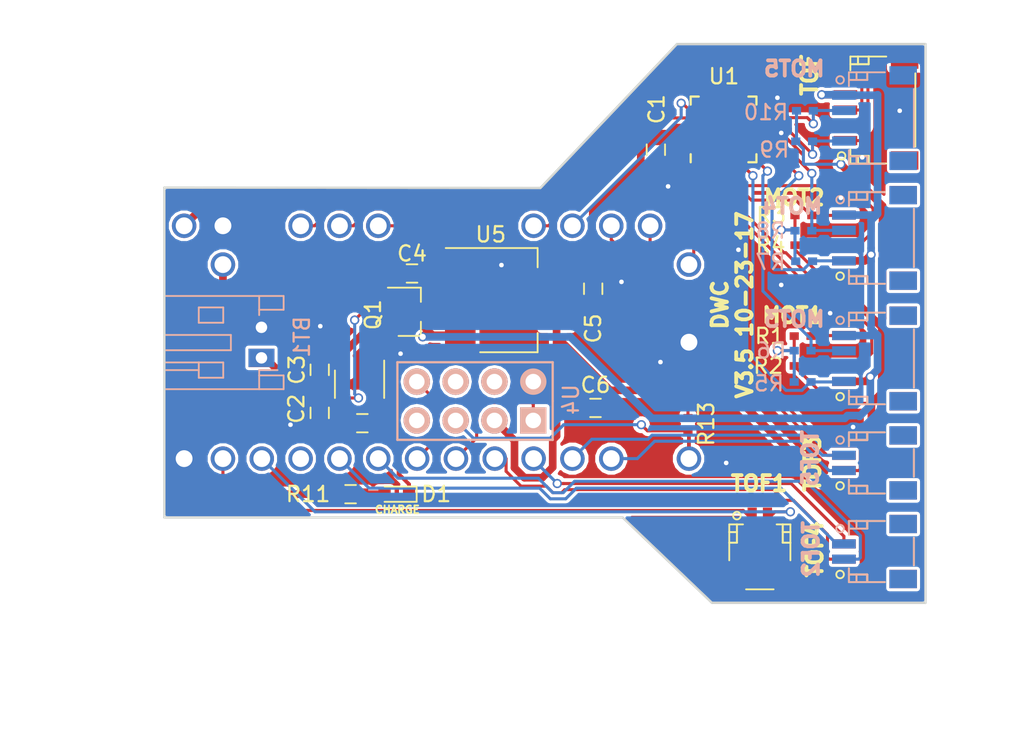
<source format=kicad_pcb>
(kicad_pcb (version 4) (host pcbnew 4.0.7)

  (general
    (links 121)
    (no_connects 5)
    (area 37 -58 116.539836 3.991256)
    (thickness 1.6)
    (drawings 22)
    (tracks 418)
    (zones 0)
    (modules 55)
    (nets 38)
  )

  (page A4)
  (layers
    (0 F.Cu signal)
    (31 B.Cu signal)
    (32 B.Adhes user)
    (33 F.Adhes user)
    (34 B.Paste user)
    (35 F.Paste user)
    (36 B.SilkS user)
    (37 F.SilkS user)
    (38 B.Mask user)
    (39 F.Mask user)
    (40 Dwgs.User user)
    (41 Cmts.User user)
    (42 Eco1.User user)
    (43 Eco2.User user)
    (44 Edge.Cuts user)
    (45 Margin user)
    (46 B.CrtYd user)
    (47 F.CrtYd user)
    (48 B.Fab user)
    (49 F.Fab user hide)
  )

  (setup
    (last_trace_width 0.25)
    (user_trace_width 0.2)
    (user_trace_width 0.25)
    (user_trace_width 0.5)
    (user_trace_width 0.75)
    (user_trace_width 1)
    (trace_clearance 0.2)
    (zone_clearance 0.508)
    (zone_45_only no)
    (trace_min 0.2)
    (segment_width 0.2)
    (edge_width 0.15)
    (via_size 0.6)
    (via_drill 0.4)
    (via_min_size 0.4)
    (via_min_drill 0.3)
    (user_via 0.6 0.3)
    (uvia_size 0.3)
    (uvia_drill 0.1)
    (uvias_allowed no)
    (uvia_min_size 0.2)
    (uvia_min_drill 0.1)
    (pcb_text_width 0.3)
    (pcb_text_size 1.5 1.5)
    (mod_edge_width 0.15)
    (mod_text_size 1 1)
    (mod_text_width 0.15)
    (pad_size 0.6 0.6)
    (pad_drill 0.3)
    (pad_to_mask_clearance 0.2)
    (aux_axis_origin 0 0)
    (visible_elements FFFFFF7F)
    (pcbplotparams
      (layerselection 0x000cc_00000000)
      (usegerberextensions false)
      (excludeedgelayer true)
      (linewidth 0.100000)
      (plotframeref false)
      (viasonmask false)
      (mode 1)
      (useauxorigin false)
      (hpglpennumber 1)
      (hpglpenspeed 20)
      (hpglpendiameter 15)
      (hpglpenoverlay 2)
      (psnegative false)
      (psa4output false)
      (plotreference true)
      (plotvalue true)
      (plotinvisibletext false)
      (padsonsilk false)
      (subtractmaskfromsilk false)
      (outputformat 1)
      (mirror false)
      (drillshape 0)
      (scaleselection 1)
      (outputdirectory gerber-sensor/))
  )

  (net 0 "")
  (net 1 "Net-(BT1-Pad1)")
  (net 2 GND)
  (net 3 +3V3)
  (net 4 /v_usb)
  (net 5 "Net-(D1-Pad2)")
  (net 6 "Net-(D1-Pad1)")
  (net 7 +BATT)
  (net 8 /SC0)
  (net 9 /SD0)
  (net 10 /SC1)
  (net 11 /SD1)
  (net 12 /SC2)
  (net 13 /SD2)
  (net 14 /SC3)
  (net 15 /SD3)
  (net 16 /SC4)
  (net 17 /SD4)
  (net 18 /XSHUT1)
  (net 19 /GPIO1-1)
  (net 20 /SDA_TOF)
  (net 21 /SCL_TOF)
  (net 22 /LED)
  (net 23 "Net-(R12-Pad1)")
  (net 24 /XSHUT3)
  (net 25 /GPIO1-3)
  (net 26 /XSHUT4)
  (net 27 /GPIO1-4)
  (net 28 /XSHUT5)
  (net 29 /GPIO1-5)
  (net 30 /XSHUT2)
  (net 31 /GPIO1-2)
  (net 32 /SCL_MOTOR)
  (net 33 /SDA_MOTOR)
  (net 34 /I2C_RESET)
  (net 35 /RX)
  (net 36 /TX)
  (net 37 /WIFI_RESET)

  (net_class Default "This is the default net class."
    (clearance 0.2)
    (trace_width 0.25)
    (via_dia 0.6)
    (via_drill 0.4)
    (uvia_dia 0.3)
    (uvia_drill 0.1)
    (add_net +3V3)
    (add_net +BATT)
    (add_net /GPIO1-1)
    (add_net /GPIO1-2)
    (add_net /GPIO1-3)
    (add_net /GPIO1-4)
    (add_net /GPIO1-5)
    (add_net /I2C_RESET)
    (add_net /LED)
    (add_net /RX)
    (add_net /SC0)
    (add_net /SC1)
    (add_net /SC2)
    (add_net /SC3)
    (add_net /SC4)
    (add_net /SCL_MOTOR)
    (add_net /SCL_TOF)
    (add_net /SD0)
    (add_net /SD1)
    (add_net /SD2)
    (add_net /SD3)
    (add_net /SD4)
    (add_net /SDA_MOTOR)
    (add_net /SDA_TOF)
    (add_net /TX)
    (add_net /WIFI_RESET)
    (add_net /XSHUT1)
    (add_net /XSHUT2)
    (add_net /XSHUT3)
    (add_net /XSHUT4)
    (add_net /XSHUT5)
    (add_net /v_usb)
    (add_net GND)
    (add_net "Net-(BT1-Pad1)")
    (add_net "Net-(D1-Pad1)")
    (add_net "Net-(D1-Pad2)")
    (add_net "Net-(R12-Pad1)")
  )

  (module footprints:via (layer F.Cu) (tedit 59EC7A56) (tstamp 59ED3931)
    (at 91.3 -37.5)
    (fp_text reference REF** (at 0 0.5) (layer F.SilkS) hide
      (effects (font (size 1 1) (thickness 0.15)))
    )
    (fp_text value via (at 0 -0.5) (layer F.Fab) hide
      (effects (font (size 1 1) (thickness 0.15)))
    )
    (pad 1 thru_hole circle (at 0 0) (size 0.6 0.6) (drill 0.3) (layers *.Cu *.Mask)
      (net 2 GND))
  )

  (module footprints:via (layer F.Cu) (tedit 59EC7A56) (tstamp 59ED392A)
    (at 88.1 -39.35)
    (fp_text reference REF** (at 0 0.5) (layer F.SilkS) hide
      (effects (font (size 1 1) (thickness 0.15)))
    )
    (fp_text value via (at 0 -0.5) (layer F.Fab) hide
      (effects (font (size 1 1) (thickness 0.15)))
    )
    (pad 1 thru_hole circle (at 0 0) (size 0.6 0.6) (drill 0.3) (layers *.Cu *.Mask)
      (net 2 GND))
  )

  (module footprints:via (layer F.Cu) (tedit 59EC7A56) (tstamp 59ED391B)
    (at 92 -45.05)
    (fp_text reference REF** (at 0 0.5) (layer F.SilkS) hide
      (effects (font (size 1 1) (thickness 0.15)))
    )
    (fp_text value via (at 0 -0.5) (layer F.Fab) hide
      (effects (font (size 1 1) (thickness 0.15)))
    )
    (pad 1 thru_hole circle (at 0 0) (size 0.6 0.6) (drill 0.3) (layers *.Cu *.Mask)
      (net 2 GND))
  )

  (module footprints:via (layer F.Cu) (tedit 59EC7A56) (tstamp 59ED38F4)
    (at 92.8 -30.05)
    (fp_text reference REF** (at 0 0.5) (layer F.SilkS) hide
      (effects (font (size 1 1) (thickness 0.15)))
    )
    (fp_text value via (at 0 -0.5) (layer F.Fab) hide
      (effects (font (size 1 1) (thickness 0.15)))
    )
    (pad 1 thru_hole circle (at 0 0) (size 0.6 0.6) (drill 0.3) (layers *.Cu *.Mask)
      (net 2 GND))
  )

  (module footprints:via (layer F.Cu) (tedit 59EC7A56) (tstamp 59ED38EA)
    (at 93.4 -47.7)
    (fp_text reference REF** (at 0 0.5) (layer F.SilkS) hide
      (effects (font (size 1 1) (thickness 0.15)))
    )
    (fp_text value via (at 0 -0.5) (layer F.Fab) hide
      (effects (font (size 1 1) (thickness 0.15)))
    )
    (pad 1 thru_hole circle (at 0 0) (size 0.6 0.6) (drill 0.3) (layers *.Cu *.Mask)
      (net 2 GND))
  )

  (module footprints:via (layer F.Cu) (tedit 59EC7A56) (tstamp 59EC7F43)
    (at 69.8 -40.65)
    (fp_text reference REF** (at 0 0.5) (layer F.SilkS) hide
      (effects (font (size 1 1) (thickness 0.15)))
    )
    (fp_text value via (at 0 -0.5) (layer F.Fab) hide
      (effects (font (size 1 1) (thickness 0.15)))
    )
    (pad 1 thru_hole circle (at 0 0) (size 0.6 0.6) (drill 0.3) (layers *.Cu *.Mask)
      (net 2 GND))
  )

  (module footprints:via (layer F.Cu) (tedit 59EC7A56) (tstamp 59EC7F2B)
    (at 95.85 -50.75)
    (fp_text reference REF** (at 0 0.5) (layer F.SilkS) hide
      (effects (font (size 1 1) (thickness 0.15)))
    )
    (fp_text value via (at 0 -0.5) (layer F.Fab) hide
      (effects (font (size 1 1) (thickness 0.15)))
    )
    (pad 1 thru_hole circle (at 0 0) (size 0.6 0.6) (drill 0.3) (layers *.Cu *.Mask)
      (net 2 GND))
  )

  (module footprints:via (layer F.Cu) (tedit 59EC7A56) (tstamp 59EC7F25)
    (at 57.95 -36.65)
    (fp_text reference REF** (at 0 0.5) (layer F.SilkS) hide
      (effects (font (size 1 1) (thickness 0.15)))
    )
    (fp_text value via (at 0 -0.5) (layer F.Fab) hide
      (effects (font (size 1 1) (thickness 0.15)))
    )
    (pad 1 thru_hole circle (at 0 0) (size 0.6 0.6) (drill 0.3) (layers *.Cu *.Mask)
      (net 2 GND))
  )

  (module footprints:via (layer F.Cu) (tedit 59EC7A56) (tstamp 59EC7F21)
    (at 63.2 -34.85)
    (fp_text reference REF** (at 0 0.5) (layer F.SilkS) hide
      (effects (font (size 1 1) (thickness 0.15)))
    )
    (fp_text value via (at 0 -0.5) (layer F.Fab) hide
      (effects (font (size 1 1) (thickness 0.15)))
    )
    (pad 1 thru_hole circle (at 0 0) (size 0.6 0.6) (drill 0.3) (layers *.Cu *.Mask)
      (net 2 GND))
  )

  (module footprints:via (layer F.Cu) (tedit 59EC7A56) (tstamp 59EC7F1D)
    (at 56 -30.2)
    (fp_text reference REF** (at 0 0.5) (layer F.SilkS) hide
      (effects (font (size 1 1) (thickness 0.15)))
    )
    (fp_text value via (at 0 -0.5) (layer F.Fab) hide
      (effects (font (size 1 1) (thickness 0.15)))
    )
    (pad 1 thru_hole circle (at 0 0) (size 0.6 0.6) (drill 0.3) (layers *.Cu *.Mask)
      (net 2 GND))
  )

  (module footprints:via (layer F.Cu) (tedit 59EC7A56) (tstamp 59EC7F19)
    (at 84.5 -27.7)
    (fp_text reference REF** (at 0 0.5) (layer F.SilkS) hide
      (effects (font (size 1 1) (thickness 0.15)))
    )
    (fp_text value via (at 0 -0.5) (layer F.Fab) hide
      (effects (font (size 1 1) (thickness 0.15)))
    )
    (pad 1 thru_hole circle (at 0 0) (size 0.6 0.6) (drill 0.3) (layers *.Cu *.Mask)
      (net 2 GND))
  )

  (module footprints:via (layer F.Cu) (tedit 59EC7A56) (tstamp 59EC7F15)
    (at 80.2 -34.3)
    (fp_text reference REF** (at 0 0.5) (layer F.SilkS) hide
      (effects (font (size 1 1) (thickness 0.15)))
    )
    (fp_text value via (at 0 -0.5) (layer F.Fab) hide
      (effects (font (size 1 1) (thickness 0.15)))
    )
    (pad 1 thru_hole circle (at 0 0) (size 0.6 0.6) (drill 0.3) (layers *.Cu *.Mask)
      (net 2 GND))
  )

  (module footprints:via (layer F.Cu) (tedit 59EC7A56) (tstamp 59EC7F11)
    (at 77.65 -39.55)
    (fp_text reference REF** (at 0 0.5) (layer F.SilkS) hide
      (effects (font (size 1 1) (thickness 0.15)))
    )
    (fp_text value via (at 0 -0.5) (layer F.Fab) hide
      (effects (font (size 1 1) (thickness 0.15)))
    )
    (pad 1 thru_hole circle (at 0 0) (size 0.6 0.6) (drill 0.3) (layers *.Cu *.Mask)
      (net 2 GND))
  )

  (module footprints:via (layer F.Cu) (tedit 59EC7A56) (tstamp 59EC7F0D)
    (at 85.3 -41.65)
    (fp_text reference REF** (at 0 0.5) (layer F.SilkS) hide
      (effects (font (size 1 1) (thickness 0.15)))
    )
    (fp_text value via (at 0 -0.5) (layer F.Fab) hide
      (effects (font (size 1 1) (thickness 0.15)))
    )
    (pad 1 thru_hole circle (at 0 0) (size 0.6 0.6) (drill 0.3) (layers *.Cu *.Mask)
      (net 2 GND))
  )

  (module footprints:via (layer F.Cu) (tedit 59EC7A56) (tstamp 59EC7F07)
    (at 80.7 -45.8)
    (fp_text reference REF** (at 0 0.5) (layer F.SilkS) hide
      (effects (font (size 1 1) (thickness 0.15)))
    )
    (fp_text value via (at 0 -0.5) (layer F.Fab) hide
      (effects (font (size 1 1) (thickness 0.15)))
    )
    (pad 1 thru_hole circle (at 0 0) (size 0.6 0.6) (drill 0.3) (layers *.Cu *.Mask)
      (net 2 GND))
  )

  (module footprints:via (layer F.Cu) (tedit 59EC7A56) (tstamp 59EC7E84)
    (at 87.85 -51.6)
    (fp_text reference REF** (at 0 0.5) (layer F.SilkS) hide
      (effects (font (size 1 1) (thickness 0.15)))
    )
    (fp_text value via (at 0 -0.5) (layer F.Fab) hide
      (effects (font (size 1 1) (thickness 0.15)))
    )
    (pad 1 thru_hole circle (at 0 0) (size 0.6 0.6) (drill 0.3) (layers *.Cu *.Mask)
      (net 2 GND))
  )

  (module Connectors_JST:JST_PH_S2B-PH-K_02x2.00mm_Angled (layer B.Cu) (tedit 58D3FE32) (tstamp 59E468AD)
    (at 54.102 -34.576 90)
    (descr "JST PH series connector, S2B-PH-K, side entry type, through hole, Datasheet: http://www.jst-mfg.com/product/pdf/eng/ePH.pdf")
    (tags "connector jst ph")
    (path /599D7131)
    (fp_text reference BT1 (at 1.374 2.648 90) (layer B.SilkS)
      (effects (font (size 1 1) (thickness 0.15)) (justify mirror))
    )
    (fp_text value "4.2V Lipo" (at 1 -7.25 90) (layer B.Fab)
      (effects (font (size 1 1) (thickness 0.15)) (justify mirror))
    )
    (fp_line (start 0.5 -6.35) (end 0.5 -2) (layer B.SilkS) (width 0.12))
    (fp_line (start 0.5 -2) (end 1.5 -2) (layer B.SilkS) (width 0.12))
    (fp_line (start 1.5 -2) (end 1.5 -6.35) (layer B.SilkS) (width 0.12))
    (fp_line (start -0.8 -0.15) (end -1.15 -0.15) (layer B.SilkS) (width 0.12))
    (fp_line (start -1.15 -0.15) (end -1.15 1.45) (layer B.SilkS) (width 0.12))
    (fp_line (start -1.15 1.45) (end -2.05 1.45) (layer B.SilkS) (width 0.12))
    (fp_line (start -2.05 1.45) (end -2.05 -6.35) (layer B.SilkS) (width 0.12))
    (fp_line (start -2.05 -6.35) (end 4.05 -6.35) (layer B.SilkS) (width 0.12))
    (fp_line (start 4.05 -6.35) (end 4.05 1.45) (layer B.SilkS) (width 0.12))
    (fp_line (start 4.05 1.45) (end 3.15 1.45) (layer B.SilkS) (width 0.12))
    (fp_line (start 3.15 1.45) (end 3.15 -0.15) (layer B.SilkS) (width 0.12))
    (fp_line (start 3.15 -0.15) (end 2.8 -0.15) (layer B.SilkS) (width 0.12))
    (fp_line (start -2.05 -0.15) (end -1.15 -0.15) (layer B.SilkS) (width 0.12))
    (fp_line (start 4.05 -0.15) (end 3.15 -0.15) (layer B.SilkS) (width 0.12))
    (fp_line (start -1.3 -2.5) (end -1.3 -4.1) (layer B.SilkS) (width 0.12))
    (fp_line (start -1.3 -4.1) (end -0.3 -4.1) (layer B.SilkS) (width 0.12))
    (fp_line (start -0.3 -4.1) (end -0.3 -2.5) (layer B.SilkS) (width 0.12))
    (fp_line (start -0.3 -2.5) (end -1.3 -2.5) (layer B.SilkS) (width 0.12))
    (fp_line (start 3.3 -2.5) (end 3.3 -4.1) (layer B.SilkS) (width 0.12))
    (fp_line (start 3.3 -4.1) (end 2.3 -4.1) (layer B.SilkS) (width 0.12))
    (fp_line (start 2.3 -4.1) (end 2.3 -2.5) (layer B.SilkS) (width 0.12))
    (fp_line (start 2.3 -2.5) (end 3.3 -2.5) (layer B.SilkS) (width 0.12))
    (fp_line (start -0.3 -4.1) (end -0.3 -6.35) (layer B.SilkS) (width 0.12))
    (fp_line (start -0.8 -4.1) (end -0.8 -6.35) (layer B.SilkS) (width 0.12))
    (fp_line (start -2.45 1.85) (end -2.45 -6.75) (layer B.CrtYd) (width 0.05))
    (fp_line (start -2.45 -6.75) (end 4.45 -6.75) (layer B.CrtYd) (width 0.05))
    (fp_line (start 4.45 -6.75) (end 4.45 1.85) (layer B.CrtYd) (width 0.05))
    (fp_line (start 4.45 1.85) (end -2.45 1.85) (layer B.CrtYd) (width 0.05))
    (fp_line (start -1.25 -0.25) (end -1.25 1.35) (layer B.Fab) (width 0.1))
    (fp_line (start -1.25 1.35) (end -1.95 1.35) (layer B.Fab) (width 0.1))
    (fp_line (start -1.95 1.35) (end -1.95 -6.25) (layer B.Fab) (width 0.1))
    (fp_line (start -1.95 -6.25) (end 3.95 -6.25) (layer B.Fab) (width 0.1))
    (fp_line (start 3.95 -6.25) (end 3.95 1.35) (layer B.Fab) (width 0.1))
    (fp_line (start 3.95 1.35) (end 3.25 1.35) (layer B.Fab) (width 0.1))
    (fp_line (start 3.25 1.35) (end 3.25 -0.25) (layer B.Fab) (width 0.1))
    (fp_line (start 3.25 -0.25) (end -1.25 -0.25) (layer B.Fab) (width 0.1))
    (fp_line (start -0.8 -0.15) (end -0.8 1.05) (layer B.SilkS) (width 0.12))
    (fp_line (start 0 -0.85) (end -0.5 -1.35) (layer B.Fab) (width 0.1))
    (fp_line (start -0.5 -1.35) (end 0.5 -1.35) (layer B.Fab) (width 0.1))
    (fp_line (start 0.5 -1.35) (end 0 -0.85) (layer B.Fab) (width 0.1))
    (fp_text user %R (at 1.138381 -1.827 90) (layer B.Fab)
      (effects (font (size 1 1) (thickness 0.15)) (justify mirror))
    )
    (pad 1 thru_hole rect (at 0 0 90) (size 1.2 1.7) (drill 0.75) (layers *.Cu *.Mask)
      (net 1 "Net-(BT1-Pad1)"))
    (pad 2 thru_hole oval (at 2 0 90) (size 1.2 1.7) (drill 0.75) (layers *.Cu *.Mask)
      (net 2 GND))
    (model ${KISYS3DMOD}/Connectors_JST.3dshapes/JST_PH_S2B-PH-K_02x2.00mm_Angled.wrl
      (at (xyz 0 0 0))
      (scale (xyz 1 1 1))
      (rotate (xyz 0 0 0))
    )
  )

  (module Capacitors_SMD:C_0603 (layer F.Cu) (tedit 58AA844E) (tstamp 59E468B3)
    (at 79.9 -48.2 270)
    (descr "Capacitor SMD 0603, reflow soldering, AVX (see smccp.pdf)")
    (tags "capacitor 0603")
    (path /59A1A1F2)
    (attr smd)
    (fp_text reference C1 (at -2.65 -0.05 270) (layer F.SilkS)
      (effects (font (size 1 1) (thickness 0.15)))
    )
    (fp_text value 0.1uF (at 0 1.5 270) (layer F.Fab)
      (effects (font (size 1 1) (thickness 0.15)))
    )
    (fp_text user %R (at 0 -1.5 270) (layer F.Fab)
      (effects (font (size 1 1) (thickness 0.15)))
    )
    (fp_line (start -0.8 0.4) (end -0.8 -0.4) (layer F.Fab) (width 0.1))
    (fp_line (start 0.8 0.4) (end -0.8 0.4) (layer F.Fab) (width 0.1))
    (fp_line (start 0.8 -0.4) (end 0.8 0.4) (layer F.Fab) (width 0.1))
    (fp_line (start -0.8 -0.4) (end 0.8 -0.4) (layer F.Fab) (width 0.1))
    (fp_line (start -0.35 -0.6) (end 0.35 -0.6) (layer F.SilkS) (width 0.12))
    (fp_line (start 0.35 0.6) (end -0.35 0.6) (layer F.SilkS) (width 0.12))
    (fp_line (start -1.4 -0.65) (end 1.4 -0.65) (layer F.CrtYd) (width 0.05))
    (fp_line (start -1.4 -0.65) (end -1.4 0.65) (layer F.CrtYd) (width 0.05))
    (fp_line (start 1.4 0.65) (end 1.4 -0.65) (layer F.CrtYd) (width 0.05))
    (fp_line (start 1.4 0.65) (end -1.4 0.65) (layer F.CrtYd) (width 0.05))
    (pad 1 smd rect (at -0.75 0 270) (size 0.8 0.75) (layers F.Cu F.Paste F.Mask)
      (net 3 +3V3))
    (pad 2 smd rect (at 0.75 0 270) (size 0.8 0.75) (layers F.Cu F.Paste F.Mask)
      (net 2 GND))
    (model Capacitors_SMD.3dshapes/C_0603.wrl
      (at (xyz 0 0 0))
      (scale (xyz 1 1 1))
      (rotate (xyz 0 0 0))
    )
  )

  (module Capacitors_SMD:C_0603 (layer F.Cu) (tedit 58AA844E) (tstamp 59E468B9)
    (at 57.912 -30.976 270)
    (descr "Capacitor SMD 0603, reflow soldering, AVX (see smccp.pdf)")
    (tags "capacitor 0603")
    (path /599D7490)
    (attr smd)
    (fp_text reference C2 (at -0.266 1.524 270) (layer F.SilkS)
      (effects (font (size 1 1) (thickness 0.15)))
    )
    (fp_text value 4.7uF (at 0 1.5 270) (layer F.Fab)
      (effects (font (size 1 1) (thickness 0.15)))
    )
    (fp_text user %R (at 0 -1.5 270) (layer F.Fab)
      (effects (font (size 1 1) (thickness 0.15)))
    )
    (fp_line (start -0.8 0.4) (end -0.8 -0.4) (layer F.Fab) (width 0.1))
    (fp_line (start 0.8 0.4) (end -0.8 0.4) (layer F.Fab) (width 0.1))
    (fp_line (start 0.8 -0.4) (end 0.8 0.4) (layer F.Fab) (width 0.1))
    (fp_line (start -0.8 -0.4) (end 0.8 -0.4) (layer F.Fab) (width 0.1))
    (fp_line (start -0.35 -0.6) (end 0.35 -0.6) (layer F.SilkS) (width 0.12))
    (fp_line (start 0.35 0.6) (end -0.35 0.6) (layer F.SilkS) (width 0.12))
    (fp_line (start -1.4 -0.65) (end 1.4 -0.65) (layer F.CrtYd) (width 0.05))
    (fp_line (start -1.4 -0.65) (end -1.4 0.65) (layer F.CrtYd) (width 0.05))
    (fp_line (start 1.4 0.65) (end 1.4 -0.65) (layer F.CrtYd) (width 0.05))
    (fp_line (start 1.4 0.65) (end -1.4 0.65) (layer F.CrtYd) (width 0.05))
    (pad 1 smd rect (at -0.75 0 270) (size 0.8 0.75) (layers F.Cu F.Paste F.Mask)
      (net 4 /v_usb))
    (pad 2 smd rect (at 0.75 0 270) (size 0.8 0.75) (layers F.Cu F.Paste F.Mask)
      (net 2 GND))
    (model Capacitors_SMD.3dshapes/C_0603.wrl
      (at (xyz 0 0 0))
      (scale (xyz 1 1 1))
      (rotate (xyz 0 0 0))
    )
  )

  (module Capacitors_SMD:C_0603 (layer F.Cu) (tedit 58AA844E) (tstamp 59E468BF)
    (at 57.912 -33.794 90)
    (descr "Capacitor SMD 0603, reflow soldering, AVX (see smccp.pdf)")
    (tags "capacitor 0603")
    (path /599D8C98)
    (attr smd)
    (fp_text reference C3 (at 0 -1.5 90) (layer F.SilkS)
      (effects (font (size 1 1) (thickness 0.15)))
    )
    (fp_text value 4.7uF (at 0 1.5 90) (layer F.Fab)
      (effects (font (size 1 1) (thickness 0.15)))
    )
    (fp_text user %R (at 0 -1.5 90) (layer F.Fab)
      (effects (font (size 1 1) (thickness 0.15)))
    )
    (fp_line (start -0.8 0.4) (end -0.8 -0.4) (layer F.Fab) (width 0.1))
    (fp_line (start 0.8 0.4) (end -0.8 0.4) (layer F.Fab) (width 0.1))
    (fp_line (start 0.8 -0.4) (end 0.8 0.4) (layer F.Fab) (width 0.1))
    (fp_line (start -0.8 -0.4) (end 0.8 -0.4) (layer F.Fab) (width 0.1))
    (fp_line (start -0.35 -0.6) (end 0.35 -0.6) (layer F.SilkS) (width 0.12))
    (fp_line (start 0.35 0.6) (end -0.35 0.6) (layer F.SilkS) (width 0.12))
    (fp_line (start -1.4 -0.65) (end 1.4 -0.65) (layer F.CrtYd) (width 0.05))
    (fp_line (start -1.4 -0.65) (end -1.4 0.65) (layer F.CrtYd) (width 0.05))
    (fp_line (start 1.4 0.65) (end 1.4 -0.65) (layer F.CrtYd) (width 0.05))
    (fp_line (start 1.4 0.65) (end -1.4 0.65) (layer F.CrtYd) (width 0.05))
    (pad 1 smd rect (at -0.75 0 90) (size 0.8 0.75) (layers F.Cu F.Paste F.Mask)
      (net 1 "Net-(BT1-Pad1)"))
    (pad 2 smd rect (at 0.75 0 90) (size 0.8 0.75) (layers F.Cu F.Paste F.Mask)
      (net 2 GND))
    (model Capacitors_SMD.3dshapes/C_0603.wrl
      (at (xyz 0 0 0))
      (scale (xyz 1 1 1))
      (rotate (xyz 0 0 0))
    )
  )

  (module LEDs:LED_0603 (layer F.Cu) (tedit 59E830D5) (tstamp 59E468C5)
    (at 62.954 -25.654 180)
    (descr "LED 0603 smd package")
    (tags "LED led 0603 SMD smd SMT smt smdled SMDLED smtled SMTLED")
    (path /599D674F)
    (attr smd)
    (fp_text reference D1 (at -2.578 0 180) (layer F.SilkS)
      (effects (font (size 1 1) (thickness 0.15)))
    )
    (fp_text value CHARGE (at -0.038 -1.016 180) (layer F.SilkS)
      (effects (font (size 0.5 0.5) (thickness 0.125)))
    )
    (fp_line (start -1.3 -0.5) (end -1.3 0.5) (layer F.SilkS) (width 0.12))
    (fp_line (start -0.2 -0.2) (end -0.2 0.2) (layer F.Fab) (width 0.1))
    (fp_line (start -0.15 0) (end 0.15 -0.2) (layer F.Fab) (width 0.1))
    (fp_line (start 0.15 0.2) (end -0.15 0) (layer F.Fab) (width 0.1))
    (fp_line (start 0.15 -0.2) (end 0.15 0.2) (layer F.Fab) (width 0.1))
    (fp_line (start 0.8 0.4) (end -0.8 0.4) (layer F.Fab) (width 0.1))
    (fp_line (start 0.8 -0.4) (end 0.8 0.4) (layer F.Fab) (width 0.1))
    (fp_line (start -0.8 -0.4) (end 0.8 -0.4) (layer F.Fab) (width 0.1))
    (fp_line (start -0.8 0.4) (end -0.8 -0.4) (layer F.Fab) (width 0.1))
    (fp_line (start -1.3 0.5) (end 0.8 0.5) (layer F.SilkS) (width 0.12))
    (fp_line (start -1.3 -0.5) (end 0.8 -0.5) (layer F.SilkS) (width 0.12))
    (fp_line (start 1.45 -0.65) (end 1.45 0.65) (layer F.CrtYd) (width 0.05))
    (fp_line (start 1.45 0.65) (end -1.45 0.65) (layer F.CrtYd) (width 0.05))
    (fp_line (start -1.45 0.65) (end -1.45 -0.65) (layer F.CrtYd) (width 0.05))
    (fp_line (start -1.45 -0.65) (end 1.45 -0.65) (layer F.CrtYd) (width 0.05))
    (pad 2 smd rect (at 0.8 0) (size 0.8 0.8) (layers F.Cu F.Paste F.Mask)
      (net 5 "Net-(D1-Pad2)"))
    (pad 1 smd rect (at -0.8 0) (size 0.8 0.8) (layers F.Cu F.Paste F.Mask)
      (net 6 "Net-(D1-Pad1)"))
    (model ${KISYS3DMOD}/LEDs.3dshapes/LED_0603.wrl
      (at (xyz 0 0 0))
      (scale (xyz 1 1 1))
      (rotate (xyz 0 0 180))
    )
  )

  (module TO_SOT_Packages_SMD:SOT-23 (layer F.Cu) (tedit 58CE4E7E) (tstamp 59E4693F)
    (at 63.77 -37.592)
    (descr "SOT-23, Standard")
    (tags SOT-23)
    (path /59A41086)
    (attr smd)
    (fp_text reference Q1 (at -2.37 0.192 90) (layer F.SilkS)
      (effects (font (size 1 1) (thickness 0.15)))
    )
    (fp_text value DMG3415U (at 0 2.5) (layer F.Fab)
      (effects (font (size 1 1) (thickness 0.15)))
    )
    (fp_text user %R (at 0 0 90) (layer F.Fab)
      (effects (font (size 0.5 0.5) (thickness 0.075)))
    )
    (fp_line (start -0.7 -0.95) (end -0.7 1.5) (layer F.Fab) (width 0.1))
    (fp_line (start -0.15 -1.52) (end 0.7 -1.52) (layer F.Fab) (width 0.1))
    (fp_line (start -0.7 -0.95) (end -0.15 -1.52) (layer F.Fab) (width 0.1))
    (fp_line (start 0.7 -1.52) (end 0.7 1.52) (layer F.Fab) (width 0.1))
    (fp_line (start -0.7 1.52) (end 0.7 1.52) (layer F.Fab) (width 0.1))
    (fp_line (start 0.76 1.58) (end 0.76 0.65) (layer F.SilkS) (width 0.12))
    (fp_line (start 0.76 -1.58) (end 0.76 -0.65) (layer F.SilkS) (width 0.12))
    (fp_line (start -1.7 -1.75) (end 1.7 -1.75) (layer F.CrtYd) (width 0.05))
    (fp_line (start 1.7 -1.75) (end 1.7 1.75) (layer F.CrtYd) (width 0.05))
    (fp_line (start 1.7 1.75) (end -1.7 1.75) (layer F.CrtYd) (width 0.05))
    (fp_line (start -1.7 1.75) (end -1.7 -1.75) (layer F.CrtYd) (width 0.05))
    (fp_line (start 0.76 -1.58) (end -1.4 -1.58) (layer F.SilkS) (width 0.12))
    (fp_line (start 0.76 1.58) (end -0.7 1.58) (layer F.SilkS) (width 0.12))
    (pad 1 smd rect (at -1 -0.95) (size 0.9 0.8) (layers F.Cu F.Paste F.Mask)
      (net 4 /v_usb))
    (pad 2 smd rect (at -1 0.95) (size 0.9 0.8) (layers F.Cu F.Paste F.Mask)
      (net 1 "Net-(BT1-Pad1)"))
    (pad 3 smd rect (at 1 0) (size 0.9 0.8) (layers F.Cu F.Paste F.Mask)
      (net 7 +BATT))
    (model ${KISYS3DMOD}/TO_SOT_Packages_SMD.3dshapes/SOT-23.wrl
      (at (xyz 0 0 0))
      (scale (xyz 1 1 1))
      (rotate (xyz 0 0 0))
    )
  )

  (module Capacitors_SMD:C_0402_NoSilk (layer F.Cu) (tedit 58AA8408) (tstamp 59E46945)
    (at 89.5 -36)
    (descr "Capacitor SMD 0402, reflow soldering, AVX (see smccp.pdf)")
    (tags "capacitor 0402")
    (path /59A4C1B0)
    (attr smd)
    (fp_text reference R1 (at -2.15 0) (layer F.SilkS)
      (effects (font (size 1 1) (thickness 0.15)))
    )
    (fp_text value 4.7k (at 0 1.27) (layer F.Fab)
      (effects (font (size 1 1) (thickness 0.15)))
    )
    (fp_text user %R (at 0 -1.27) (layer F.Fab)
      (effects (font (size 1 1) (thickness 0.15)))
    )
    (fp_line (start -0.5 0.25) (end -0.5 -0.25) (layer F.Fab) (width 0.1))
    (fp_line (start 0.5 0.25) (end -0.5 0.25) (layer F.Fab) (width 0.1))
    (fp_line (start 0.5 -0.25) (end 0.5 0.25) (layer F.Fab) (width 0.1))
    (fp_line (start -0.5 -0.25) (end 0.5 -0.25) (layer F.Fab) (width 0.1))
    (fp_line (start -1 -0.4) (end 1 -0.4) (layer F.CrtYd) (width 0.05))
    (fp_line (start -1 -0.4) (end -1 0.4) (layer F.CrtYd) (width 0.05))
    (fp_line (start 1 0.4) (end 1 -0.4) (layer F.CrtYd) (width 0.05))
    (fp_line (start 1 0.4) (end -1 0.4) (layer F.CrtYd) (width 0.05))
    (pad 1 smd rect (at -0.55 0) (size 0.6 0.5) (layers F.Cu F.Paste F.Mask)
      (net 3 +3V3))
    (pad 2 smd rect (at 0.55 0) (size 0.6 0.5) (layers F.Cu F.Paste F.Mask)
      (net 9 /SD0))
    (model Capacitors_SMD.3dshapes/C_0402.wrl
      (at (xyz 0 0 0))
      (scale (xyz 1 1 1))
      (rotate (xyz 0 0 0))
    )
  )

  (module Capacitors_SMD:C_0402_NoSilk (layer F.Cu) (tedit 58AA8408) (tstamp 59E4694B)
    (at 89.5 -34.05)
    (descr "Capacitor SMD 0402, reflow soldering, AVX (see smccp.pdf)")
    (tags "capacitor 0402")
    (path /59A4C35D)
    (attr smd)
    (fp_text reference R2 (at -2.25 0) (layer F.SilkS)
      (effects (font (size 1 1) (thickness 0.15)))
    )
    (fp_text value 4.7k (at 0 1.27) (layer F.Fab)
      (effects (font (size 1 1) (thickness 0.15)))
    )
    (fp_text user %R (at 0 -1.27) (layer F.Fab)
      (effects (font (size 1 1) (thickness 0.15)))
    )
    (fp_line (start -0.5 0.25) (end -0.5 -0.25) (layer F.Fab) (width 0.1))
    (fp_line (start 0.5 0.25) (end -0.5 0.25) (layer F.Fab) (width 0.1))
    (fp_line (start 0.5 -0.25) (end 0.5 0.25) (layer F.Fab) (width 0.1))
    (fp_line (start -0.5 -0.25) (end 0.5 -0.25) (layer F.Fab) (width 0.1))
    (fp_line (start -1 -0.4) (end 1 -0.4) (layer F.CrtYd) (width 0.05))
    (fp_line (start -1 -0.4) (end -1 0.4) (layer F.CrtYd) (width 0.05))
    (fp_line (start 1 0.4) (end 1 -0.4) (layer F.CrtYd) (width 0.05))
    (fp_line (start 1 0.4) (end -1 0.4) (layer F.CrtYd) (width 0.05))
    (pad 1 smd rect (at -0.55 0) (size 0.6 0.5) (layers F.Cu F.Paste F.Mask)
      (net 3 +3V3))
    (pad 2 smd rect (at 0.55 0) (size 0.6 0.5) (layers F.Cu F.Paste F.Mask)
      (net 8 /SC0))
    (model Capacitors_SMD.3dshapes/C_0402.wrl
      (at (xyz 0 0 0))
      (scale (xyz 1 1 1))
      (rotate (xyz 0 0 0))
    )
  )

  (module Capacitors_SMD:C_0402_NoSilk (layer F.Cu) (tedit 58AA8408) (tstamp 59E46951)
    (at 89.55 -43.9)
    (descr "Capacitor SMD 0402, reflow soldering, AVX (see smccp.pdf)")
    (tags "capacitor 0402")
    (path /59A4D69F)
    (attr smd)
    (fp_text reference R3 (at -2.1 0) (layer F.SilkS)
      (effects (font (size 1 1) (thickness 0.15)))
    )
    (fp_text value 4.7k (at 0 1.27) (layer F.Fab)
      (effects (font (size 1 1) (thickness 0.15)))
    )
    (fp_text user %R (at 0 -1.27) (layer F.Fab)
      (effects (font (size 1 1) (thickness 0.15)))
    )
    (fp_line (start -0.5 0.25) (end -0.5 -0.25) (layer F.Fab) (width 0.1))
    (fp_line (start 0.5 0.25) (end -0.5 0.25) (layer F.Fab) (width 0.1))
    (fp_line (start 0.5 -0.25) (end 0.5 0.25) (layer F.Fab) (width 0.1))
    (fp_line (start -0.5 -0.25) (end 0.5 -0.25) (layer F.Fab) (width 0.1))
    (fp_line (start -1 -0.4) (end 1 -0.4) (layer F.CrtYd) (width 0.05))
    (fp_line (start -1 -0.4) (end -1 0.4) (layer F.CrtYd) (width 0.05))
    (fp_line (start 1 0.4) (end 1 -0.4) (layer F.CrtYd) (width 0.05))
    (fp_line (start 1 0.4) (end -1 0.4) (layer F.CrtYd) (width 0.05))
    (pad 1 smd rect (at -0.55 0) (size 0.6 0.5) (layers F.Cu F.Paste F.Mask)
      (net 3 +3V3))
    (pad 2 smd rect (at 0.55 0) (size 0.6 0.5) (layers F.Cu F.Paste F.Mask)
      (net 11 /SD1))
    (model Capacitors_SMD.3dshapes/C_0402.wrl
      (at (xyz 0 0 0))
      (scale (xyz 1 1 1))
      (rotate (xyz 0 0 0))
    )
  )

  (module Capacitors_SMD:C_0402_NoSilk (layer F.Cu) (tedit 58AA8408) (tstamp 59E46957)
    (at 89.55 -41.95)
    (descr "Capacitor SMD 0402, reflow soldering, AVX (see smccp.pdf)")
    (tags "capacitor 0402")
    (path /59A4D6A5)
    (attr smd)
    (fp_text reference R4 (at -2.15 0) (layer F.SilkS)
      (effects (font (size 1 1) (thickness 0.15)))
    )
    (fp_text value 4.7k (at 0 1.27) (layer F.Fab)
      (effects (font (size 1 1) (thickness 0.15)))
    )
    (fp_text user %R (at 0 -1.27) (layer F.Fab)
      (effects (font (size 1 1) (thickness 0.15)))
    )
    (fp_line (start -0.5 0.25) (end -0.5 -0.25) (layer F.Fab) (width 0.1))
    (fp_line (start 0.5 0.25) (end -0.5 0.25) (layer F.Fab) (width 0.1))
    (fp_line (start 0.5 -0.25) (end 0.5 0.25) (layer F.Fab) (width 0.1))
    (fp_line (start -0.5 -0.25) (end 0.5 -0.25) (layer F.Fab) (width 0.1))
    (fp_line (start -1 -0.4) (end 1 -0.4) (layer F.CrtYd) (width 0.05))
    (fp_line (start -1 -0.4) (end -1 0.4) (layer F.CrtYd) (width 0.05))
    (fp_line (start 1 0.4) (end 1 -0.4) (layer F.CrtYd) (width 0.05))
    (fp_line (start 1 0.4) (end -1 0.4) (layer F.CrtYd) (width 0.05))
    (pad 1 smd rect (at -0.55 0) (size 0.6 0.5) (layers F.Cu F.Paste F.Mask)
      (net 3 +3V3))
    (pad 2 smd rect (at 0.55 0) (size 0.6 0.5) (layers F.Cu F.Paste F.Mask)
      (net 10 /SC1))
    (model Capacitors_SMD.3dshapes/C_0402.wrl
      (at (xyz 0 0 0))
      (scale (xyz 1 1 1))
      (rotate (xyz 0 0 0))
    )
  )

  (module Capacitors_SMD:C_0402_NoSilk (layer B.Cu) (tedit 58AA8408) (tstamp 59E4695D)
    (at 89.5 -33)
    (descr "Capacitor SMD 0402, reflow soldering, AVX (see smccp.pdf)")
    (tags "capacitor 0402")
    (path /59A4D89D)
    (attr smd)
    (fp_text reference R5 (at -2.2 0.1) (layer B.SilkS)
      (effects (font (size 1 1) (thickness 0.15)) (justify mirror))
    )
    (fp_text value 4.7k (at 0 -1.27) (layer B.Fab)
      (effects (font (size 1 1) (thickness 0.15)) (justify mirror))
    )
    (fp_text user %R (at 0 1.27) (layer B.Fab)
      (effects (font (size 1 1) (thickness 0.15)) (justify mirror))
    )
    (fp_line (start -0.5 -0.25) (end -0.5 0.25) (layer B.Fab) (width 0.1))
    (fp_line (start 0.5 -0.25) (end -0.5 -0.25) (layer B.Fab) (width 0.1))
    (fp_line (start 0.5 0.25) (end 0.5 -0.25) (layer B.Fab) (width 0.1))
    (fp_line (start -0.5 0.25) (end 0.5 0.25) (layer B.Fab) (width 0.1))
    (fp_line (start -1 0.4) (end 1 0.4) (layer B.CrtYd) (width 0.05))
    (fp_line (start -1 0.4) (end -1 -0.4) (layer B.CrtYd) (width 0.05))
    (fp_line (start 1 -0.4) (end 1 0.4) (layer B.CrtYd) (width 0.05))
    (fp_line (start 1 -0.4) (end -1 -0.4) (layer B.CrtYd) (width 0.05))
    (pad 1 smd rect (at -0.55 0) (size 0.6 0.5) (layers B.Cu B.Paste B.Mask)
      (net 3 +3V3))
    (pad 2 smd rect (at 0.55 0) (size 0.6 0.5) (layers B.Cu B.Paste B.Mask)
      (net 13 /SD2))
    (model Capacitors_SMD.3dshapes/C_0402.wrl
      (at (xyz 0 0 0))
      (scale (xyz 1 1 1))
      (rotate (xyz 0 0 0))
    )
  )

  (module Capacitors_SMD:C_0402_NoSilk (layer B.Cu) (tedit 58AA8408) (tstamp 59E46963)
    (at 89.5 -35.05)
    (descr "Capacitor SMD 0402, reflow soldering, AVX (see smccp.pdf)")
    (tags "capacitor 0402")
    (path /59A4D8A3)
    (attr smd)
    (fp_text reference R6 (at -2.05 0) (layer B.SilkS)
      (effects (font (size 1 1) (thickness 0.15)) (justify mirror))
    )
    (fp_text value 4.7k (at 0 -1.27) (layer B.Fab)
      (effects (font (size 1 1) (thickness 0.15)) (justify mirror))
    )
    (fp_text user %R (at 0 1.27) (layer B.Fab)
      (effects (font (size 1 1) (thickness 0.15)) (justify mirror))
    )
    (fp_line (start -0.5 -0.25) (end -0.5 0.25) (layer B.Fab) (width 0.1))
    (fp_line (start 0.5 -0.25) (end -0.5 -0.25) (layer B.Fab) (width 0.1))
    (fp_line (start 0.5 0.25) (end 0.5 -0.25) (layer B.Fab) (width 0.1))
    (fp_line (start -0.5 0.25) (end 0.5 0.25) (layer B.Fab) (width 0.1))
    (fp_line (start -1 0.4) (end 1 0.4) (layer B.CrtYd) (width 0.05))
    (fp_line (start -1 0.4) (end -1 -0.4) (layer B.CrtYd) (width 0.05))
    (fp_line (start 1 -0.4) (end 1 0.4) (layer B.CrtYd) (width 0.05))
    (fp_line (start 1 -0.4) (end -1 -0.4) (layer B.CrtYd) (width 0.05))
    (pad 1 smd rect (at -0.55 0) (size 0.6 0.5) (layers B.Cu B.Paste B.Mask)
      (net 3 +3V3))
    (pad 2 smd rect (at 0.55 0) (size 0.6 0.5) (layers B.Cu B.Paste B.Mask)
      (net 12 /SC2))
    (model Capacitors_SMD.3dshapes/C_0402.wrl
      (at (xyz 0 0 0))
      (scale (xyz 1 1 1))
      (rotate (xyz 0 0 0))
    )
  )

  (module Capacitors_SMD:C_0402_NoSilk (layer B.Cu) (tedit 58AA8408) (tstamp 59E46969)
    (at 89.6 -40.9)
    (descr "Capacitor SMD 0402, reflow soldering, AVX (see smccp.pdf)")
    (tags "capacitor 0402")
    (path /59A4D8B3)
    (attr smd)
    (fp_text reference R7 (at -2.2 0.05) (layer B.SilkS)
      (effects (font (size 1 1) (thickness 0.15)) (justify mirror))
    )
    (fp_text value 4.7k (at 0 -1.27) (layer B.Fab)
      (effects (font (size 1 1) (thickness 0.15)) (justify mirror))
    )
    (fp_text user %R (at 0 1.27) (layer B.Fab)
      (effects (font (size 1 1) (thickness 0.15)) (justify mirror))
    )
    (fp_line (start -0.5 -0.25) (end -0.5 0.25) (layer B.Fab) (width 0.1))
    (fp_line (start 0.5 -0.25) (end -0.5 -0.25) (layer B.Fab) (width 0.1))
    (fp_line (start 0.5 0.25) (end 0.5 -0.25) (layer B.Fab) (width 0.1))
    (fp_line (start -0.5 0.25) (end 0.5 0.25) (layer B.Fab) (width 0.1))
    (fp_line (start -1 0.4) (end 1 0.4) (layer B.CrtYd) (width 0.05))
    (fp_line (start -1 0.4) (end -1 -0.4) (layer B.CrtYd) (width 0.05))
    (fp_line (start 1 -0.4) (end 1 0.4) (layer B.CrtYd) (width 0.05))
    (fp_line (start 1 -0.4) (end -1 -0.4) (layer B.CrtYd) (width 0.05))
    (pad 1 smd rect (at -0.55 0) (size 0.6 0.5) (layers B.Cu B.Paste B.Mask)
      (net 3 +3V3))
    (pad 2 smd rect (at 0.55 0) (size 0.6 0.5) (layers B.Cu B.Paste B.Mask)
      (net 15 /SD3))
    (model Capacitors_SMD.3dshapes/C_0402.wrl
      (at (xyz 0 0 0))
      (scale (xyz 1 1 1))
      (rotate (xyz 0 0 0))
    )
  )

  (module Capacitors_SMD:C_0402_NoSilk (layer B.Cu) (tedit 58AA8408) (tstamp 59E4696F)
    (at 89.55 -42.9)
    (descr "Capacitor SMD 0402, reflow soldering, AVX (see smccp.pdf)")
    (tags "capacitor 0402")
    (path /59A4D8B9)
    (attr smd)
    (fp_text reference R8 (at -2.15 0) (layer B.SilkS)
      (effects (font (size 1 1) (thickness 0.15)) (justify mirror))
    )
    (fp_text value 4.7k (at 0 -1.27) (layer B.Fab)
      (effects (font (size 1 1) (thickness 0.15)) (justify mirror))
    )
    (fp_text user %R (at 0 1.27) (layer B.Fab)
      (effects (font (size 1 1) (thickness 0.15)) (justify mirror))
    )
    (fp_line (start -0.5 -0.25) (end -0.5 0.25) (layer B.Fab) (width 0.1))
    (fp_line (start 0.5 -0.25) (end -0.5 -0.25) (layer B.Fab) (width 0.1))
    (fp_line (start 0.5 0.25) (end 0.5 -0.25) (layer B.Fab) (width 0.1))
    (fp_line (start -0.5 0.25) (end 0.5 0.25) (layer B.Fab) (width 0.1))
    (fp_line (start -1 0.4) (end 1 0.4) (layer B.CrtYd) (width 0.05))
    (fp_line (start -1 0.4) (end -1 -0.4) (layer B.CrtYd) (width 0.05))
    (fp_line (start 1 -0.4) (end 1 0.4) (layer B.CrtYd) (width 0.05))
    (fp_line (start 1 -0.4) (end -1 -0.4) (layer B.CrtYd) (width 0.05))
    (pad 1 smd rect (at -0.55 0) (size 0.6 0.5) (layers B.Cu B.Paste B.Mask)
      (net 3 +3V3))
    (pad 2 smd rect (at 0.55 0) (size 0.6 0.5) (layers B.Cu B.Paste B.Mask)
      (net 14 /SC3))
    (model Capacitors_SMD.3dshapes/C_0402.wrl
      (at (xyz 0 0 0))
      (scale (xyz 1 1 1))
      (rotate (xyz 0 0 0))
    )
  )

  (module Capacitors_SMD:C_0402_NoSilk (layer B.Cu) (tedit 58AA8408) (tstamp 59E46975)
    (at 89.6 -48.75)
    (descr "Capacitor SMD 0402, reflow soldering, AVX (see smccp.pdf)")
    (tags "capacitor 0402")
    (path /59A4E1D6)
    (attr smd)
    (fp_text reference R9 (at -1.95 0.55) (layer B.SilkS)
      (effects (font (size 1 1) (thickness 0.15)) (justify mirror))
    )
    (fp_text value 4.7k (at 0 -1.27) (layer B.Fab)
      (effects (font (size 1 1) (thickness 0.15)) (justify mirror))
    )
    (fp_text user %R (at 0 1.27) (layer B.Fab)
      (effects (font (size 1 1) (thickness 0.15)) (justify mirror))
    )
    (fp_line (start -0.5 -0.25) (end -0.5 0.25) (layer B.Fab) (width 0.1))
    (fp_line (start 0.5 -0.25) (end -0.5 -0.25) (layer B.Fab) (width 0.1))
    (fp_line (start 0.5 0.25) (end 0.5 -0.25) (layer B.Fab) (width 0.1))
    (fp_line (start -0.5 0.25) (end 0.5 0.25) (layer B.Fab) (width 0.1))
    (fp_line (start -1 0.4) (end 1 0.4) (layer B.CrtYd) (width 0.05))
    (fp_line (start -1 0.4) (end -1 -0.4) (layer B.CrtYd) (width 0.05))
    (fp_line (start 1 -0.4) (end 1 0.4) (layer B.CrtYd) (width 0.05))
    (fp_line (start 1 -0.4) (end -1 -0.4) (layer B.CrtYd) (width 0.05))
    (pad 1 smd rect (at -0.55 0) (size 0.6 0.5) (layers B.Cu B.Paste B.Mask)
      (net 3 +3V3))
    (pad 2 smd rect (at 0.55 0) (size 0.6 0.5) (layers B.Cu B.Paste B.Mask)
      (net 17 /SD4))
    (model Capacitors_SMD.3dshapes/C_0402.wrl
      (at (xyz 0 0 0))
      (scale (xyz 1 1 1))
      (rotate (xyz 0 0 0))
    )
  )

  (module Capacitors_SMD:C_0402_NoSilk (layer B.Cu) (tedit 58AA8408) (tstamp 59E4697B)
    (at 89.65 -50.75)
    (descr "Capacitor SMD 0402, reflow soldering, AVX (see smccp.pdf)")
    (tags "capacitor 0402")
    (path /59A4E1DC)
    (attr smd)
    (fp_text reference R10 (at -2.55 0.1) (layer B.SilkS)
      (effects (font (size 1 1) (thickness 0.15)) (justify mirror))
    )
    (fp_text value 4.7k (at 0 -1.27) (layer B.Fab)
      (effects (font (size 1 1) (thickness 0.15)) (justify mirror))
    )
    (fp_text user %R (at 0 1.27) (layer B.Fab)
      (effects (font (size 1 1) (thickness 0.15)) (justify mirror))
    )
    (fp_line (start -0.5 -0.25) (end -0.5 0.25) (layer B.Fab) (width 0.1))
    (fp_line (start 0.5 -0.25) (end -0.5 -0.25) (layer B.Fab) (width 0.1))
    (fp_line (start 0.5 0.25) (end 0.5 -0.25) (layer B.Fab) (width 0.1))
    (fp_line (start -0.5 0.25) (end 0.5 0.25) (layer B.Fab) (width 0.1))
    (fp_line (start -1 0.4) (end 1 0.4) (layer B.CrtYd) (width 0.05))
    (fp_line (start -1 0.4) (end -1 -0.4) (layer B.CrtYd) (width 0.05))
    (fp_line (start 1 -0.4) (end 1 0.4) (layer B.CrtYd) (width 0.05))
    (fp_line (start 1 -0.4) (end -1 -0.4) (layer B.CrtYd) (width 0.05))
    (pad 1 smd rect (at -0.55 0) (size 0.6 0.5) (layers B.Cu B.Paste B.Mask)
      (net 3 +3V3))
    (pad 2 smd rect (at 0.55 0) (size 0.6 0.5) (layers B.Cu B.Paste B.Mask)
      (net 16 /SC4))
    (model Capacitors_SMD.3dshapes/C_0402.wrl
      (at (xyz 0 0 0))
      (scale (xyz 1 1 1))
      (rotate (xyz 0 0 0))
    )
  )

  (module Capacitors_SMD:C_0603 (layer F.Cu) (tedit 58AA844E) (tstamp 59E46981)
    (at 59.932 -25.654)
    (descr "Capacitor SMD 0603, reflow soldering, AVX (see smccp.pdf)")
    (tags "capacitor 0603")
    (path /599D67CA)
    (attr smd)
    (fp_text reference R11 (at -2.782 0) (layer F.SilkS)
      (effects (font (size 1 1) (thickness 0.15)))
    )
    (fp_text value 1k (at 0 1.5) (layer F.Fab)
      (effects (font (size 1 1) (thickness 0.15)))
    )
    (fp_text user %R (at 0 -1.5) (layer F.Fab)
      (effects (font (size 1 1) (thickness 0.15)))
    )
    (fp_line (start -0.8 0.4) (end -0.8 -0.4) (layer F.Fab) (width 0.1))
    (fp_line (start 0.8 0.4) (end -0.8 0.4) (layer F.Fab) (width 0.1))
    (fp_line (start 0.8 -0.4) (end 0.8 0.4) (layer F.Fab) (width 0.1))
    (fp_line (start -0.8 -0.4) (end 0.8 -0.4) (layer F.Fab) (width 0.1))
    (fp_line (start -0.35 -0.6) (end 0.35 -0.6) (layer F.SilkS) (width 0.12))
    (fp_line (start 0.35 0.6) (end -0.35 0.6) (layer F.SilkS) (width 0.12))
    (fp_line (start -1.4 -0.65) (end 1.4 -0.65) (layer F.CrtYd) (width 0.05))
    (fp_line (start -1.4 -0.65) (end -1.4 0.65) (layer F.CrtYd) (width 0.05))
    (fp_line (start 1.4 0.65) (end 1.4 -0.65) (layer F.CrtYd) (width 0.05))
    (fp_line (start 1.4 0.65) (end -1.4 0.65) (layer F.CrtYd) (width 0.05))
    (pad 1 smd rect (at -0.75 0) (size 0.8 0.75) (layers F.Cu F.Paste F.Mask)
      (net 4 /v_usb))
    (pad 2 smd rect (at 0.75 0) (size 0.8 0.75) (layers F.Cu F.Paste F.Mask)
      (net 5 "Net-(D1-Pad2)"))
    (model Capacitors_SMD.3dshapes/C_0603.wrl
      (at (xyz 0 0 0))
      (scale (xyz 1 1 1))
      (rotate (xyz 0 0 0))
    )
  )

  (module Capacitors_SMD:C_0603 (layer F.Cu) (tedit 59E831A7) (tstamp 59E46987)
    (at 60.7 -30.3 180)
    (descr "Capacitor SMD 0603, reflow soldering, AVX (see smccp.pdf)")
    (tags "capacitor 0603")
    (path /599D7DC5)
    (attr smd)
    (fp_text reference R12 (at 0 0 180) (layer F.Fab)
      (effects (font (size 1 1) (thickness 0.15)))
    )
    (fp_text value 2k (at 0 1.5 180) (layer F.Fab)
      (effects (font (size 1 1) (thickness 0.15)))
    )
    (fp_text user %R (at 0 -1.5 180) (layer F.Fab)
      (effects (font (size 1 1) (thickness 0.15)))
    )
    (fp_line (start -0.8 0.4) (end -0.8 -0.4) (layer F.Fab) (width 0.1))
    (fp_line (start 0.8 0.4) (end -0.8 0.4) (layer F.Fab) (width 0.1))
    (fp_line (start 0.8 -0.4) (end 0.8 0.4) (layer F.Fab) (width 0.1))
    (fp_line (start -0.8 -0.4) (end 0.8 -0.4) (layer F.Fab) (width 0.1))
    (fp_line (start -0.35 -0.6) (end 0.35 -0.6) (layer F.SilkS) (width 0.12))
    (fp_line (start 0.35 0.6) (end -0.35 0.6) (layer F.SilkS) (width 0.12))
    (fp_line (start -1.4 -0.65) (end 1.4 -0.65) (layer F.CrtYd) (width 0.05))
    (fp_line (start -1.4 -0.65) (end -1.4 0.65) (layer F.CrtYd) (width 0.05))
    (fp_line (start 1.4 0.65) (end 1.4 -0.65) (layer F.CrtYd) (width 0.05))
    (fp_line (start 1.4 0.65) (end -1.4 0.65) (layer F.CrtYd) (width 0.05))
    (pad 1 smd rect (at -0.75 0 180) (size 0.8 0.75) (layers F.Cu F.Paste F.Mask)
      (net 23 "Net-(R12-Pad1)"))
    (pad 2 smd rect (at 0.75 0 180) (size 0.8 0.75) (layers F.Cu F.Paste F.Mask)
      (net 2 GND))
    (model Capacitors_SMD.3dshapes/C_0603.wrl
      (at (xyz 0 0 0))
      (scale (xyz 1 1 1))
      (rotate (xyz 0 0 0))
    )
  )

  (module TO_SOT_Packages_SMD:SOT-23-5 (layer F.Cu) (tedit 59E831BB) (tstamp 59E469E1)
    (at 60.518 -32.85 270)
    (descr "5-pin SOT23 package")
    (tags SOT-23-5)
    (path /599D5781)
    (attr smd)
    (fp_text reference U3 (at 0 -2.9 270) (layer F.Fab)
      (effects (font (size 1 1) (thickness 0.15)))
    )
    (fp_text value MCP73812T (at 0 2.9 270) (layer F.Fab)
      (effects (font (size 1 1) (thickness 0.15)))
    )
    (fp_text user %R (at 1.308667 1.465 360) (layer F.Fab)
      (effects (font (size 0.5 0.5) (thickness 0.075)))
    )
    (fp_line (start -0.9 1.61) (end 0.9 1.61) (layer F.SilkS) (width 0.12))
    (fp_line (start 0.9 -1.61) (end -1.55 -1.61) (layer F.SilkS) (width 0.12))
    (fp_line (start -1.9 -1.8) (end 1.9 -1.8) (layer F.CrtYd) (width 0.05))
    (fp_line (start 1.9 -1.8) (end 1.9 1.8) (layer F.CrtYd) (width 0.05))
    (fp_line (start 1.9 1.8) (end -1.9 1.8) (layer F.CrtYd) (width 0.05))
    (fp_line (start -1.9 1.8) (end -1.9 -1.8) (layer F.CrtYd) (width 0.05))
    (fp_line (start -0.9 -0.9) (end -0.25 -1.55) (layer F.Fab) (width 0.1))
    (fp_line (start 0.9 -1.55) (end -0.25 -1.55) (layer F.Fab) (width 0.1))
    (fp_line (start -0.9 -0.9) (end -0.9 1.55) (layer F.Fab) (width 0.1))
    (fp_line (start 0.9 1.55) (end -0.9 1.55) (layer F.Fab) (width 0.1))
    (fp_line (start 0.9 -1.55) (end 0.9 1.55) (layer F.Fab) (width 0.1))
    (pad 1 smd rect (at -1.1 -0.95 270) (size 1.06 0.65) (layers F.Cu F.Paste F.Mask)
      (net 6 "Net-(D1-Pad1)"))
    (pad 2 smd rect (at -1.1 0 270) (size 1.06 0.65) (layers F.Cu F.Paste F.Mask)
      (net 2 GND))
    (pad 3 smd rect (at -1.1 0.95 270) (size 1.06 0.65) (layers F.Cu F.Paste F.Mask)
      (net 1 "Net-(BT1-Pad1)"))
    (pad 4 smd rect (at 1.1 0.95 270) (size 1.06 0.65) (layers F.Cu F.Paste F.Mask)
      (net 4 /v_usb))
    (pad 5 smd rect (at 1.1 -0.95 270) (size 1.06 0.65) (layers F.Cu F.Paste F.Mask)
      (net 23 "Net-(R12-Pad1)"))
    (model ${KISYS3DMOD}/TO_SOT_Packages_SMD.3dshapes/SOT-23-5.wrl
      (at (xyz 0 0 0))
      (scale (xyz 1 1 1))
      (rotate (xyz 0 0 0))
    )
  )

  (module ESP8266:ESP-01 (layer B.Cu) (tedit 553C10FF) (tstamp 59E469FB)
    (at 71.882 -30.48 90)
    (descr "Module, ESP-8266, ESP-01, 8 pin")
    (tags "Module ESP-8266 ESP8266")
    (path /59E3F00B)
    (fp_text reference U4 (at 1.37 2.468 90) (layer B.SilkS)
      (effects (font (size 1 1) (thickness 0.15)) (justify mirror))
    )
    (fp_text value ESP-01v090 (at 12.169799 -3.556 90) (layer B.Fab)
      (effects (font (size 1 1) (thickness 0.15)) (justify mirror))
    )
    (fp_line (start -1.778 3.302) (end 22.86 3.302) (layer B.Fab) (width 0.1524))
    (fp_line (start 22.86 3.302) (end 22.86 -10.922) (layer B.Fab) (width 0.1524))
    (fp_line (start 22.86 -10.922) (end -1.778 -10.922) (layer B.Fab) (width 0.1524))
    (fp_line (start -1.778 -10.922) (end -1.778 3.302) (layer B.Fab) (width 0.1524))
    (fp_line (start 1.27 1.27) (end -1.27 1.27) (layer B.SilkS) (width 0.1524))
    (fp_line (start -1.27 1.27) (end -1.27 -1.27) (layer B.SilkS) (width 0.1524))
    (fp_line (start -1.75 1.75) (end -1.75 -9.4) (layer B.CrtYd) (width 0.05))
    (fp_line (start 4.3 1.75) (end 4.3 -9.4) (layer B.CrtYd) (width 0.05))
    (fp_line (start -1.75 1.75) (end 4.3 1.75) (layer B.CrtYd) (width 0.05))
    (fp_line (start -1.75 -9.4) (end 4.3 -9.4) (layer B.CrtYd) (width 0.05))
    (fp_line (start -1.27 -1.27) (end -1.27 -8.89) (layer B.SilkS) (width 0.1524))
    (fp_line (start -1.27 -8.89) (end 3.81 -8.89) (layer B.SilkS) (width 0.1524))
    (fp_line (start 3.81 -8.89) (end 3.81 1.27) (layer B.SilkS) (width 0.1524))
    (fp_line (start 3.81 1.27) (end 1.27 1.27) (layer B.SilkS) (width 0.1524))
    (pad 1 thru_hole rect (at 0 0 90) (size 1.7272 1.7272) (drill 1.016) (layers *.Cu *.Mask B.SilkS)
      (net 35 /RX))
    (pad 2 thru_hole oval (at 2.54 0 90) (size 1.7272 1.7272) (drill 1.016) (layers *.Cu *.Mask B.SilkS)
      (net 2 GND))
    (pad 3 thru_hole oval (at 0 -2.54 90) (size 1.7272 1.7272) (drill 1.016) (layers *.Cu *.Mask B.SilkS)
      (net 3 +3V3))
    (pad 4 thru_hole oval (at 2.54 -2.54 90) (size 1.7272 1.7272) (drill 1.016) (layers *.Cu *.Mask B.SilkS))
    (pad 5 thru_hole oval (at 0 -5.08 90) (size 1.7272 1.7272) (drill 1.016) (layers *.Cu *.Mask B.SilkS)
      (net 37 /WIFI_RESET))
    (pad 6 thru_hole oval (at 2.54 -5.08 90) (size 1.7272 1.7272) (drill 1.016) (layers *.Cu *.Mask B.SilkS))
    (pad 7 thru_hole oval (at 0 -7.62 90) (size 1.7272 1.7272) (drill 1.016) (layers *.Cu *.Mask B.SilkS)
      (net 3 +3V3))
    (pad 8 thru_hole oval (at 2.54 -7.62 90) (size 1.7272 1.7272) (drill 1.016) (layers *.Cu *.Mask B.SilkS)
      (net 36 /TX))
    (model Pin_Headers.3dshapes/Pin_Header_Straight_2x04.wrl
      (at (xyz 0.05 -0.15 0))
      (scale (xyz 1 1 1))
      (rotate (xyz 0 0 90))
    )
  )

  (module Housings_DFN_QFN:QFN-24-1EP_4x4mm_Pitch0.5mm (layer F.Cu) (tedit 54130A77) (tstamp 59E811DB)
    (at 84.328 -49.53 90)
    (descr "24-Lead Plastic Quad Flat, No Lead Package (MJ) - 4x4x0.9 mm Body [QFN]; (see Microchip Packaging Specification 00000049BS.pdf)")
    (tags "QFN 0.5")
    (path /599E5DA8)
    (attr smd)
    (fp_text reference U1 (at 3.47 0.022 180) (layer F.SilkS)
      (effects (font (size 1 1) (thickness 0.15)))
    )
    (fp_text value PCA9548A (at 0 3.375 90) (layer F.Fab)
      (effects (font (size 1 1) (thickness 0.15)))
    )
    (fp_line (start -1 -2) (end 2 -2) (layer F.Fab) (width 0.15))
    (fp_line (start 2 -2) (end 2 2) (layer F.Fab) (width 0.15))
    (fp_line (start 2 2) (end -2 2) (layer F.Fab) (width 0.15))
    (fp_line (start -2 2) (end -2 -1) (layer F.Fab) (width 0.15))
    (fp_line (start -2 -1) (end -1 -2) (layer F.Fab) (width 0.15))
    (fp_line (start -2.65 -2.65) (end -2.65 2.65) (layer F.CrtYd) (width 0.05))
    (fp_line (start 2.65 -2.65) (end 2.65 2.65) (layer F.CrtYd) (width 0.05))
    (fp_line (start -2.65 -2.65) (end 2.65 -2.65) (layer F.CrtYd) (width 0.05))
    (fp_line (start -2.65 2.65) (end 2.65 2.65) (layer F.CrtYd) (width 0.05))
    (fp_line (start 2.15 -2.15) (end 2.15 -1.625) (layer F.SilkS) (width 0.15))
    (fp_line (start -2.15 2.15) (end -2.15 1.625) (layer F.SilkS) (width 0.15))
    (fp_line (start 2.15 2.15) (end 2.15 1.625) (layer F.SilkS) (width 0.15))
    (fp_line (start -2.15 -2.15) (end -1.625 -2.15) (layer F.SilkS) (width 0.15))
    (fp_line (start -2.15 2.15) (end -1.625 2.15) (layer F.SilkS) (width 0.15))
    (fp_line (start 2.15 2.15) (end 1.625 2.15) (layer F.SilkS) (width 0.15))
    (fp_line (start 2.15 -2.15) (end 1.625 -2.15) (layer F.SilkS) (width 0.15))
    (pad 1 smd rect (at -1.95 -1.25 90) (size 0.85 0.3) (layers F.Cu F.Paste F.Mask)
      (net 9 /SD0))
    (pad 2 smd rect (at -1.95 -0.75 90) (size 0.85 0.3) (layers F.Cu F.Paste F.Mask)
      (net 8 /SC0))
    (pad 3 smd rect (at -1.95 -0.25 90) (size 0.85 0.3) (layers F.Cu F.Paste F.Mask)
      (net 11 /SD1))
    (pad 4 smd rect (at -1.95 0.25 90) (size 0.85 0.3) (layers F.Cu F.Paste F.Mask)
      (net 10 /SC1))
    (pad 5 smd rect (at -1.95 0.75 90) (size 0.85 0.3) (layers F.Cu F.Paste F.Mask)
      (net 13 /SD2))
    (pad 6 smd rect (at -1.95 1.25 90) (size 0.85 0.3) (layers F.Cu F.Paste F.Mask)
      (net 12 /SC2))
    (pad 7 smd rect (at -1.25 1.95 180) (size 0.85 0.3) (layers F.Cu F.Paste F.Mask)
      (net 15 /SD3))
    (pad 8 smd rect (at -0.75 1.95 180) (size 0.85 0.3) (layers F.Cu F.Paste F.Mask)
      (net 14 /SC3))
    (pad 9 smd rect (at -0.25 1.95 180) (size 0.85 0.3) (layers F.Cu F.Paste F.Mask)
      (net 2 GND))
    (pad 10 smd rect (at 0.25 1.95 180) (size 0.85 0.3) (layers F.Cu F.Paste F.Mask)
      (net 17 /SD4))
    (pad 11 smd rect (at 0.75 1.95 180) (size 0.85 0.3) (layers F.Cu F.Paste F.Mask)
      (net 16 /SC4))
    (pad 12 smd rect (at 1.25 1.95 180) (size 0.85 0.3) (layers F.Cu F.Paste F.Mask))
    (pad 13 smd rect (at 1.95 1.25 90) (size 0.85 0.3) (layers F.Cu F.Paste F.Mask))
    (pad 14 smd rect (at 1.95 0.75 90) (size 0.85 0.3) (layers F.Cu F.Paste F.Mask))
    (pad 15 smd rect (at 1.95 0.25 90) (size 0.85 0.3) (layers F.Cu F.Paste F.Mask))
    (pad 16 smd rect (at 1.95 -0.25 90) (size 0.85 0.3) (layers F.Cu F.Paste F.Mask))
    (pad 17 smd rect (at 1.95 -0.75 90) (size 0.85 0.3) (layers F.Cu F.Paste F.Mask))
    (pad 18 smd rect (at 1.95 -1.25 90) (size 0.85 0.3) (layers F.Cu F.Paste F.Mask)
      (net 2 GND))
    (pad 19 smd rect (at 1.25 -1.95 180) (size 0.85 0.3) (layers F.Cu F.Paste F.Mask)
      (net 32 /SCL_MOTOR))
    (pad 20 smd rect (at 0.75 -1.95 180) (size 0.85 0.3) (layers F.Cu F.Paste F.Mask)
      (net 33 /SDA_MOTOR))
    (pad 21 smd rect (at 0.25 -1.95 180) (size 0.85 0.3) (layers F.Cu F.Paste F.Mask)
      (net 3 +3V3))
    (pad 22 smd rect (at -0.25 -1.95 180) (size 0.85 0.3) (layers F.Cu F.Paste F.Mask)
      (net 3 +3V3))
    (pad 23 smd rect (at -0.75 -1.95 180) (size 0.85 0.3) (layers F.Cu F.Paste F.Mask)
      (net 2 GND))
    (pad 24 smd rect (at -1.25 -1.95 180) (size 0.85 0.3) (layers F.Cu F.Paste F.Mask)
      (net 34 /I2C_RESET))
    (pad 25 smd rect (at 0.65 0.65 90) (size 1.3 1.3) (layers F.Cu F.Paste F.Mask)
      (net 2 GND) (solder_paste_margin_ratio -0.2))
    (pad 25 smd rect (at 0.65 -0.65 90) (size 1.3 1.3) (layers F.Cu F.Paste F.Mask)
      (net 2 GND) (solder_paste_margin_ratio -0.2))
    (pad 25 smd rect (at -0.65 0.65 90) (size 1.3 1.3) (layers F.Cu F.Paste F.Mask)
      (net 2 GND) (solder_paste_margin_ratio -0.2))
    (pad 25 smd rect (at -0.65 -0.65 90) (size 1.3 1.3) (layers F.Cu F.Paste F.Mask)
      (net 2 GND) (solder_paste_margin_ratio -0.2))
    (model ${KISYS3DMOD}/Housings_DFN_QFN.3dshapes/QFN-24-1EP_4x4mm_Pitch0.5mm.wrl
      (at (xyz 0 0 0))
      (scale (xyz 1 1 1))
      (rotate (xyz 0 0 0))
    )
  )

  (module Connectors_JST:JST_SH_SM04B-SRSS-TB_04x1.00mm_Angled (layer F.Cu) (tedit 59ED3106) (tstamp 59E81518)
    (at 94.1395 -34.536 90)
    (descr http://www.jst-mfg.com/product/pdf/eng/eSH.pdf)
    (tags "connector jst sh")
    (path /599E91BC)
    (attr smd)
    (fp_text reference J1 (at -1.5 -4 90) (layer F.SilkS) hide
      (effects (font (size 1 1) (thickness 0.15)))
    )
    (fp_text value CONN_01X04 (at 0 4.5 90) (layer F.Fab)
      (effects (font (size 1 1) (thickness 0.15)))
    )
    (fp_circle (center -2.5 -2.1875) (end -2.25 -2.1875) (layer F.SilkS) (width 0.12))
    (fp_line (start -1.9 2.6375) (end 1.9 2.6375) (layer F.SilkS) (width 0.12))
    (fp_line (start -3 0.7375) (end -3 -1.6125) (layer F.SilkS) (width 0.12))
    (fp_line (start -3 -1.6125) (end -2.1 -1.6125) (layer F.SilkS) (width 0.12))
    (fp_line (start -2.5 -1.6125) (end -2.5 -0.4125) (layer F.SilkS) (width 0.12))
    (fp_line (start -2.5 -0.4125) (end -2.5 -0.4125) (layer F.SilkS) (width 0.12))
    (fp_line (start -2.5 -0.4125) (end -2.5 -1.6125) (layer F.SilkS) (width 0.12))
    (fp_line (start -2.5 -1.6125) (end -2.5 -1.6125) (layer F.SilkS) (width 0.12))
    (fp_line (start -2.5 -1.1125) (end -2.5 -1.1125) (layer F.SilkS) (width 0.12))
    (fp_line (start -2.5 -1.1125) (end -3 -1.1125) (layer F.SilkS) (width 0.12))
    (fp_line (start -3 -1.1125) (end -3 -1.1125) (layer F.SilkS) (width 0.12))
    (fp_line (start -3 -1.1125) (end -2.5 -1.1125) (layer F.SilkS) (width 0.12))
    (fp_line (start -2.5 -0.4125) (end -2.5 -0.4125) (layer F.SilkS) (width 0.12))
    (fp_line (start -2.5 -0.4125) (end -3 -0.4125) (layer F.SilkS) (width 0.12))
    (fp_line (start -3 -0.4125) (end -3 -0.4125) (layer F.SilkS) (width 0.12))
    (fp_line (start -3 -0.4125) (end -2.5 -0.4125) (layer F.SilkS) (width 0.12))
    (fp_line (start 3 0.7375) (end 3 -1.6125) (layer F.SilkS) (width 0.12))
    (fp_line (start 3 -1.6125) (end 2.1 -1.6125) (layer F.SilkS) (width 0.12))
    (fp_line (start 2.5 -1.6125) (end 2.5 -0.4125) (layer F.SilkS) (width 0.12))
    (fp_line (start 2.5 -0.4125) (end 2.5 -0.4125) (layer F.SilkS) (width 0.12))
    (fp_line (start 2.5 -0.4125) (end 2.5 -1.6125) (layer F.SilkS) (width 0.12))
    (fp_line (start 2.5 -1.6125) (end 2.5 -1.6125) (layer F.SilkS) (width 0.12))
    (fp_line (start 2.5 -1.1125) (end 2.5 -1.1125) (layer F.SilkS) (width 0.12))
    (fp_line (start 2.5 -1.1125) (end 3 -1.1125) (layer F.SilkS) (width 0.12))
    (fp_line (start 3 -1.1125) (end 3 -1.1125) (layer F.SilkS) (width 0.12))
    (fp_line (start 3 -1.1125) (end 2.5 -1.1125) (layer F.SilkS) (width 0.12))
    (fp_line (start 2.5 -0.4125) (end 2.5 -0.4125) (layer F.SilkS) (width 0.12))
    (fp_line (start 2.5 -0.4125) (end 3 -0.4125) (layer F.SilkS) (width 0.12))
    (fp_line (start 3 -0.4125) (end 3 -0.4125) (layer F.SilkS) (width 0.12))
    (fp_line (start 3 -0.4125) (end 2.5 -0.4125) (layer F.SilkS) (width 0.12))
    (fp_line (start -3.9 3.35) (end -3.9 -3.25) (layer F.CrtYd) (width 0.05))
    (fp_line (start -3.9 -3.25) (end 3.9 -3.25) (layer F.CrtYd) (width 0.05))
    (fp_line (start 3.9 -3.25) (end 3.9 3.35) (layer F.CrtYd) (width 0.05))
    (fp_line (start 3.9 3.35) (end -3.9 3.35) (layer F.CrtYd) (width 0.05))
    (pad 1 smd rect (at -1.5 -1.9375 90) (size 0.6 1.55) (layers F.Cu F.Paste F.Mask)
      (net 7 +BATT))
    (pad 2 smd rect (at -0.5 -1.9375 90) (size 0.6 1.55) (layers F.Cu F.Paste F.Mask)
      (net 8 /SC0))
    (pad 3 smd rect (at 0.5 -1.9375 90) (size 0.6 1.55) (layers F.Cu F.Paste F.Mask)
      (net 2 GND))
    (pad 4 smd rect (at 1.5 -1.9375 90) (size 0.6 1.55) (layers F.Cu F.Paste F.Mask)
      (net 9 /SD0))
    (pad "" smd rect (at -2.8 1.9375 90) (size 1.2 1.8) (layers F.Cu F.Paste F.Mask))
    (pad "" smd rect (at 2.8 1.9375 90) (size 1.2 1.8) (layers F.Cu F.Paste F.Mask))
  )

  (module Connectors_JST:JST_SH_SM04B-SRSS-TB_04x1.00mm_Angled (layer F.Cu) (tedit 59ED3118) (tstamp 59E81521)
    (at 94.1395 -42.426 90)
    (descr http://www.jst-mfg.com/product/pdf/eng/eSH.pdf)
    (tags "connector jst sh")
    (path /599E925B)
    (attr smd)
    (fp_text reference J2 (at -1.5 -4 90) (layer F.SilkS) hide
      (effects (font (size 1 1) (thickness 0.15)))
    )
    (fp_text value CONN_01X04 (at 0 4.5 90) (layer F.Fab)
      (effects (font (size 1 1) (thickness 0.15)))
    )
    (fp_circle (center -2.5 -2.1875) (end -2.25 -2.1875) (layer F.SilkS) (width 0.12))
    (fp_line (start -1.9 2.6375) (end 1.9 2.6375) (layer F.SilkS) (width 0.12))
    (fp_line (start -3 0.7375) (end -3 -1.6125) (layer F.SilkS) (width 0.12))
    (fp_line (start -3 -1.6125) (end -2.1 -1.6125) (layer F.SilkS) (width 0.12))
    (fp_line (start -2.5 -1.6125) (end -2.5 -0.4125) (layer F.SilkS) (width 0.12))
    (fp_line (start -2.5 -0.4125) (end -2.5 -0.4125) (layer F.SilkS) (width 0.12))
    (fp_line (start -2.5 -0.4125) (end -2.5 -1.6125) (layer F.SilkS) (width 0.12))
    (fp_line (start -2.5 -1.6125) (end -2.5 -1.6125) (layer F.SilkS) (width 0.12))
    (fp_line (start -2.5 -1.1125) (end -2.5 -1.1125) (layer F.SilkS) (width 0.12))
    (fp_line (start -2.5 -1.1125) (end -3 -1.1125) (layer F.SilkS) (width 0.12))
    (fp_line (start -3 -1.1125) (end -3 -1.1125) (layer F.SilkS) (width 0.12))
    (fp_line (start -3 -1.1125) (end -2.5 -1.1125) (layer F.SilkS) (width 0.12))
    (fp_line (start -2.5 -0.4125) (end -2.5 -0.4125) (layer F.SilkS) (width 0.12))
    (fp_line (start -2.5 -0.4125) (end -3 -0.4125) (layer F.SilkS) (width 0.12))
    (fp_line (start -3 -0.4125) (end -3 -0.4125) (layer F.SilkS) (width 0.12))
    (fp_line (start -3 -0.4125) (end -2.5 -0.4125) (layer F.SilkS) (width 0.12))
    (fp_line (start 3 0.7375) (end 3 -1.6125) (layer F.SilkS) (width 0.12))
    (fp_line (start 3 -1.6125) (end 2.1 -1.6125) (layer F.SilkS) (width 0.12))
    (fp_line (start 2.5 -1.6125) (end 2.5 -0.4125) (layer F.SilkS) (width 0.12))
    (fp_line (start 2.5 -0.4125) (end 2.5 -0.4125) (layer F.SilkS) (width 0.12))
    (fp_line (start 2.5 -0.4125) (end 2.5 -1.6125) (layer F.SilkS) (width 0.12))
    (fp_line (start 2.5 -1.6125) (end 2.5 -1.6125) (layer F.SilkS) (width 0.12))
    (fp_line (start 2.5 -1.1125) (end 2.5 -1.1125) (layer F.SilkS) (width 0.12))
    (fp_line (start 2.5 -1.1125) (end 3 -1.1125) (layer F.SilkS) (width 0.12))
    (fp_line (start 3 -1.1125) (end 3 -1.1125) (layer F.SilkS) (width 0.12))
    (fp_line (start 3 -1.1125) (end 2.5 -1.1125) (layer F.SilkS) (width 0.12))
    (fp_line (start 2.5 -0.4125) (end 2.5 -0.4125) (layer F.SilkS) (width 0.12))
    (fp_line (start 2.5 -0.4125) (end 3 -0.4125) (layer F.SilkS) (width 0.12))
    (fp_line (start 3 -0.4125) (end 3 -0.4125) (layer F.SilkS) (width 0.12))
    (fp_line (start 3 -0.4125) (end 2.5 -0.4125) (layer F.SilkS) (width 0.12))
    (fp_line (start -3.9 3.35) (end -3.9 -3.25) (layer F.CrtYd) (width 0.05))
    (fp_line (start -3.9 -3.25) (end 3.9 -3.25) (layer F.CrtYd) (width 0.05))
    (fp_line (start 3.9 -3.25) (end 3.9 3.35) (layer F.CrtYd) (width 0.05))
    (fp_line (start 3.9 3.35) (end -3.9 3.35) (layer F.CrtYd) (width 0.05))
    (pad 1 smd rect (at -1.5 -1.9375 90) (size 0.6 1.55) (layers F.Cu F.Paste F.Mask)
      (net 7 +BATT))
    (pad 2 smd rect (at -0.5 -1.9375 90) (size 0.6 1.55) (layers F.Cu F.Paste F.Mask)
      (net 10 /SC1))
    (pad 3 smd rect (at 0.5 -1.9375 90) (size 0.6 1.55) (layers F.Cu F.Paste F.Mask)
      (net 2 GND))
    (pad 4 smd rect (at 1.5 -1.9375 90) (size 0.6 1.55) (layers F.Cu F.Paste F.Mask)
      (net 11 /SD1))
    (pad "" smd rect (at -2.8 1.9375 90) (size 1.2 1.8) (layers F.Cu F.Paste F.Mask))
    (pad "" smd rect (at 2.8 1.9375 90) (size 1.2 1.8) (layers F.Cu F.Paste F.Mask))
  )

  (module Connectors_JST:JST_SH_SM04B-SRSS-TB_04x1.00mm_Angled (layer B.Cu) (tedit 59ED3254) (tstamp 59E8152A)
    (at 94.1395 -34.536 270)
    (descr http://www.jst-mfg.com/product/pdf/eng/eSH.pdf)
    (tags "connector jst sh")
    (path /599E92A4)
    (attr smd)
    (fp_text reference J3 (at -1.5 4 270) (layer B.SilkS) hide
      (effects (font (size 1 1) (thickness 0.15)) (justify mirror))
    )
    (fp_text value CONN_01X04 (at 0 -4.5 270) (layer B.Fab)
      (effects (font (size 1 1) (thickness 0.15)) (justify mirror))
    )
    (fp_circle (center -2.5 2.1875) (end -2.25 2.1875) (layer B.SilkS) (width 0.12))
    (fp_line (start -1.9 -2.6375) (end 1.9 -2.6375) (layer B.SilkS) (width 0.12))
    (fp_line (start -3 -0.7375) (end -3 1.6125) (layer B.SilkS) (width 0.12))
    (fp_line (start -3 1.6125) (end -2.1 1.6125) (layer B.SilkS) (width 0.12))
    (fp_line (start -2.5 1.6125) (end -2.5 0.4125) (layer B.SilkS) (width 0.12))
    (fp_line (start -2.5 0.4125) (end -2.5 0.4125) (layer B.SilkS) (width 0.12))
    (fp_line (start -2.5 0.4125) (end -2.5 1.6125) (layer B.SilkS) (width 0.12))
    (fp_line (start -2.5 1.6125) (end -2.5 1.6125) (layer B.SilkS) (width 0.12))
    (fp_line (start -2.5 1.1125) (end -2.5 1.1125) (layer B.SilkS) (width 0.12))
    (fp_line (start -2.5 1.1125) (end -3 1.1125) (layer B.SilkS) (width 0.12))
    (fp_line (start -3 1.1125) (end -3 1.1125) (layer B.SilkS) (width 0.12))
    (fp_line (start -3 1.1125) (end -2.5 1.1125) (layer B.SilkS) (width 0.12))
    (fp_line (start -2.5 0.4125) (end -2.5 0.4125) (layer B.SilkS) (width 0.12))
    (fp_line (start -2.5 0.4125) (end -3 0.4125) (layer B.SilkS) (width 0.12))
    (fp_line (start -3 0.4125) (end -3 0.4125) (layer B.SilkS) (width 0.12))
    (fp_line (start -3 0.4125) (end -2.5 0.4125) (layer B.SilkS) (width 0.12))
    (fp_line (start 3 -0.7375) (end 3 1.6125) (layer B.SilkS) (width 0.12))
    (fp_line (start 3 1.6125) (end 2.1 1.6125) (layer B.SilkS) (width 0.12))
    (fp_line (start 2.5 1.6125) (end 2.5 0.4125) (layer B.SilkS) (width 0.12))
    (fp_line (start 2.5 0.4125) (end 2.5 0.4125) (layer B.SilkS) (width 0.12))
    (fp_line (start 2.5 0.4125) (end 2.5 1.6125) (layer B.SilkS) (width 0.12))
    (fp_line (start 2.5 1.6125) (end 2.5 1.6125) (layer B.SilkS) (width 0.12))
    (fp_line (start 2.5 1.1125) (end 2.5 1.1125) (layer B.SilkS) (width 0.12))
    (fp_line (start 2.5 1.1125) (end 3 1.1125) (layer B.SilkS) (width 0.12))
    (fp_line (start 3 1.1125) (end 3 1.1125) (layer B.SilkS) (width 0.12))
    (fp_line (start 3 1.1125) (end 2.5 1.1125) (layer B.SilkS) (width 0.12))
    (fp_line (start 2.5 0.4125) (end 2.5 0.4125) (layer B.SilkS) (width 0.12))
    (fp_line (start 2.5 0.4125) (end 3 0.4125) (layer B.SilkS) (width 0.12))
    (fp_line (start 3 0.4125) (end 3 0.4125) (layer B.SilkS) (width 0.12))
    (fp_line (start 3 0.4125) (end 2.5 0.4125) (layer B.SilkS) (width 0.12))
    (fp_line (start -3.9 -3.35) (end -3.9 3.25) (layer B.CrtYd) (width 0.05))
    (fp_line (start -3.9 3.25) (end 3.9 3.25) (layer B.CrtYd) (width 0.05))
    (fp_line (start 3.9 3.25) (end 3.9 -3.35) (layer B.CrtYd) (width 0.05))
    (fp_line (start 3.9 -3.35) (end -3.9 -3.35) (layer B.CrtYd) (width 0.05))
    (pad 1 smd rect (at -1.5 1.9375 270) (size 0.6 1.55) (layers B.Cu B.Paste B.Mask)
      (net 7 +BATT))
    (pad 2 smd rect (at -0.5 1.9375 270) (size 0.6 1.55) (layers B.Cu B.Paste B.Mask)
      (net 12 /SC2))
    (pad 3 smd rect (at 0.5 1.9375 270) (size 0.6 1.55) (layers B.Cu B.Paste B.Mask)
      (net 2 GND))
    (pad 4 smd rect (at 1.5 1.9375 270) (size 0.6 1.55) (layers B.Cu B.Paste B.Mask)
      (net 13 /SD2))
    (pad "" smd rect (at -2.8 -1.9375 270) (size 1.2 1.8) (layers B.Cu B.Paste B.Mask))
    (pad "" smd rect (at 2.8 -1.9375 270) (size 1.2 1.8) (layers B.Cu B.Paste B.Mask))
  )

  (module Connectors_JST:JST_SH_SM04B-SRSS-TB_04x1.00mm_Angled (layer B.Cu) (tedit 59ED3260) (tstamp 59E81533)
    (at 94.1395 -42.426 270)
    (descr http://www.jst-mfg.com/product/pdf/eng/eSH.pdf)
    (tags "connector jst sh")
    (path /599E92F0)
    (attr smd)
    (fp_text reference J4 (at -1.5 4 270) (layer B.SilkS) hide
      (effects (font (size 1 1) (thickness 0.15)) (justify mirror))
    )
    (fp_text value CONN_01X04 (at 0 -4.5 270) (layer B.Fab)
      (effects (font (size 1 1) (thickness 0.15)) (justify mirror))
    )
    (fp_circle (center -2.5 2.1875) (end -2.25 2.1875) (layer B.SilkS) (width 0.12))
    (fp_line (start -1.9 -2.6375) (end 1.9 -2.6375) (layer B.SilkS) (width 0.12))
    (fp_line (start -3 -0.7375) (end -3 1.6125) (layer B.SilkS) (width 0.12))
    (fp_line (start -3 1.6125) (end -2.1 1.6125) (layer B.SilkS) (width 0.12))
    (fp_line (start -2.5 1.6125) (end -2.5 0.4125) (layer B.SilkS) (width 0.12))
    (fp_line (start -2.5 0.4125) (end -2.5 0.4125) (layer B.SilkS) (width 0.12))
    (fp_line (start -2.5 0.4125) (end -2.5 1.6125) (layer B.SilkS) (width 0.12))
    (fp_line (start -2.5 1.6125) (end -2.5 1.6125) (layer B.SilkS) (width 0.12))
    (fp_line (start -2.5 1.1125) (end -2.5 1.1125) (layer B.SilkS) (width 0.12))
    (fp_line (start -2.5 1.1125) (end -3 1.1125) (layer B.SilkS) (width 0.12))
    (fp_line (start -3 1.1125) (end -3 1.1125) (layer B.SilkS) (width 0.12))
    (fp_line (start -3 1.1125) (end -2.5 1.1125) (layer B.SilkS) (width 0.12))
    (fp_line (start -2.5 0.4125) (end -2.5 0.4125) (layer B.SilkS) (width 0.12))
    (fp_line (start -2.5 0.4125) (end -3 0.4125) (layer B.SilkS) (width 0.12))
    (fp_line (start -3 0.4125) (end -3 0.4125) (layer B.SilkS) (width 0.12))
    (fp_line (start -3 0.4125) (end -2.5 0.4125) (layer B.SilkS) (width 0.12))
    (fp_line (start 3 -0.7375) (end 3 1.6125) (layer B.SilkS) (width 0.12))
    (fp_line (start 3 1.6125) (end 2.1 1.6125) (layer B.SilkS) (width 0.12))
    (fp_line (start 2.5 1.6125) (end 2.5 0.4125) (layer B.SilkS) (width 0.12))
    (fp_line (start 2.5 0.4125) (end 2.5 0.4125) (layer B.SilkS) (width 0.12))
    (fp_line (start 2.5 0.4125) (end 2.5 1.6125) (layer B.SilkS) (width 0.12))
    (fp_line (start 2.5 1.6125) (end 2.5 1.6125) (layer B.SilkS) (width 0.12))
    (fp_line (start 2.5 1.1125) (end 2.5 1.1125) (layer B.SilkS) (width 0.12))
    (fp_line (start 2.5 1.1125) (end 3 1.1125) (layer B.SilkS) (width 0.12))
    (fp_line (start 3 1.1125) (end 3 1.1125) (layer B.SilkS) (width 0.12))
    (fp_line (start 3 1.1125) (end 2.5 1.1125) (layer B.SilkS) (width 0.12))
    (fp_line (start 2.5 0.4125) (end 2.5 0.4125) (layer B.SilkS) (width 0.12))
    (fp_line (start 2.5 0.4125) (end 3 0.4125) (layer B.SilkS) (width 0.12))
    (fp_line (start 3 0.4125) (end 3 0.4125) (layer B.SilkS) (width 0.12))
    (fp_line (start 3 0.4125) (end 2.5 0.4125) (layer B.SilkS) (width 0.12))
    (fp_line (start -3.9 -3.35) (end -3.9 3.25) (layer B.CrtYd) (width 0.05))
    (fp_line (start -3.9 3.25) (end 3.9 3.25) (layer B.CrtYd) (width 0.05))
    (fp_line (start 3.9 3.25) (end 3.9 -3.35) (layer B.CrtYd) (width 0.05))
    (fp_line (start 3.9 -3.35) (end -3.9 -3.35) (layer B.CrtYd) (width 0.05))
    (pad 1 smd rect (at -1.5 1.9375 270) (size 0.6 1.55) (layers B.Cu B.Paste B.Mask)
      (net 7 +BATT))
    (pad 2 smd rect (at -0.5 1.9375 270) (size 0.6 1.55) (layers B.Cu B.Paste B.Mask)
      (net 14 /SC3))
    (pad 3 smd rect (at 0.5 1.9375 270) (size 0.6 1.55) (layers B.Cu B.Paste B.Mask)
      (net 2 GND))
    (pad 4 smd rect (at 1.5 1.9375 270) (size 0.6 1.55) (layers B.Cu B.Paste B.Mask)
      (net 15 /SD3))
    (pad "" smd rect (at -2.8 -1.9375 270) (size 1.2 1.8) (layers B.Cu B.Paste B.Mask))
    (pad "" smd rect (at 2.8 -1.9375 270) (size 1.2 1.8) (layers B.Cu B.Paste B.Mask))
  )

  (module Connectors_JST:JST_SH_SM04B-SRSS-TB_04x1.00mm_Angled (layer B.Cu) (tedit 59ED326F) (tstamp 59E8153C)
    (at 94.1395 -50.268 270)
    (descr http://www.jst-mfg.com/product/pdf/eng/eSH.pdf)
    (tags "connector jst sh")
    (path /599E946E)
    (attr smd)
    (fp_text reference J5 (at -1.5 4 270) (layer B.SilkS) hide
      (effects (font (size 1 1) (thickness 0.15)) (justify mirror))
    )
    (fp_text value CONN_01X04 (at 0 -4.5 270) (layer B.Fab)
      (effects (font (size 1 1) (thickness 0.15)) (justify mirror))
    )
    (fp_circle (center -2.5 2.1875) (end -2.25 2.1875) (layer B.SilkS) (width 0.12))
    (fp_line (start -1.9 -2.6375) (end 1.9 -2.6375) (layer B.SilkS) (width 0.12))
    (fp_line (start -3 -0.7375) (end -3 1.6125) (layer B.SilkS) (width 0.12))
    (fp_line (start -3 1.6125) (end -2.1 1.6125) (layer B.SilkS) (width 0.12))
    (fp_line (start -2.5 1.6125) (end -2.5 0.4125) (layer B.SilkS) (width 0.12))
    (fp_line (start -2.5 0.4125) (end -2.5 0.4125) (layer B.SilkS) (width 0.12))
    (fp_line (start -2.5 0.4125) (end -2.5 1.6125) (layer B.SilkS) (width 0.12))
    (fp_line (start -2.5 1.6125) (end -2.5 1.6125) (layer B.SilkS) (width 0.12))
    (fp_line (start -2.5 1.1125) (end -2.5 1.1125) (layer B.SilkS) (width 0.12))
    (fp_line (start -2.5 1.1125) (end -3 1.1125) (layer B.SilkS) (width 0.12))
    (fp_line (start -3 1.1125) (end -3 1.1125) (layer B.SilkS) (width 0.12))
    (fp_line (start -3 1.1125) (end -2.5 1.1125) (layer B.SilkS) (width 0.12))
    (fp_line (start -2.5 0.4125) (end -2.5 0.4125) (layer B.SilkS) (width 0.12))
    (fp_line (start -2.5 0.4125) (end -3 0.4125) (layer B.SilkS) (width 0.12))
    (fp_line (start -3 0.4125) (end -3 0.4125) (layer B.SilkS) (width 0.12))
    (fp_line (start -3 0.4125) (end -2.5 0.4125) (layer B.SilkS) (width 0.12))
    (fp_line (start 3 -0.7375) (end 3 1.6125) (layer B.SilkS) (width 0.12))
    (fp_line (start 3 1.6125) (end 2.1 1.6125) (layer B.SilkS) (width 0.12))
    (fp_line (start 2.5 1.6125) (end 2.5 0.4125) (layer B.SilkS) (width 0.12))
    (fp_line (start 2.5 0.4125) (end 2.5 0.4125) (layer B.SilkS) (width 0.12))
    (fp_line (start 2.5 0.4125) (end 2.5 1.6125) (layer B.SilkS) (width 0.12))
    (fp_line (start 2.5 1.6125) (end 2.5 1.6125) (layer B.SilkS) (width 0.12))
    (fp_line (start 2.5 1.1125) (end 2.5 1.1125) (layer B.SilkS) (width 0.12))
    (fp_line (start 2.5 1.1125) (end 3 1.1125) (layer B.SilkS) (width 0.12))
    (fp_line (start 3 1.1125) (end 3 1.1125) (layer B.SilkS) (width 0.12))
    (fp_line (start 3 1.1125) (end 2.5 1.1125) (layer B.SilkS) (width 0.12))
    (fp_line (start 2.5 0.4125) (end 2.5 0.4125) (layer B.SilkS) (width 0.12))
    (fp_line (start 2.5 0.4125) (end 3 0.4125) (layer B.SilkS) (width 0.12))
    (fp_line (start 3 0.4125) (end 3 0.4125) (layer B.SilkS) (width 0.12))
    (fp_line (start 3 0.4125) (end 2.5 0.4125) (layer B.SilkS) (width 0.12))
    (fp_line (start -3.9 -3.35) (end -3.9 3.25) (layer B.CrtYd) (width 0.05))
    (fp_line (start -3.9 3.25) (end 3.9 3.25) (layer B.CrtYd) (width 0.05))
    (fp_line (start 3.9 3.25) (end 3.9 -3.35) (layer B.CrtYd) (width 0.05))
    (fp_line (start 3.9 -3.35) (end -3.9 -3.35) (layer B.CrtYd) (width 0.05))
    (pad 1 smd rect (at -1.5 1.9375 270) (size 0.6 1.55) (layers B.Cu B.Paste B.Mask)
      (net 7 +BATT))
    (pad 2 smd rect (at -0.5 1.9375 270) (size 0.6 1.55) (layers B.Cu B.Paste B.Mask)
      (net 16 /SC4))
    (pad 3 smd rect (at 0.5 1.9375 270) (size 0.6 1.55) (layers B.Cu B.Paste B.Mask)
      (net 2 GND))
    (pad 4 smd rect (at 1.5 1.9375 270) (size 0.6 1.55) (layers B.Cu B.Paste B.Mask)
      (net 17 /SD4))
    (pad "" smd rect (at -2.8 -1.9375 270) (size 1.2 1.8) (layers B.Cu B.Paste B.Mask))
    (pad "" smd rect (at 2.8 -1.9375 270) (size 1.2 1.8) (layers B.Cu B.Paste B.Mask))
  )

  (module Connectors_JST:JST_SH_SM02B-SRSS-TB_02x1.00mm_Angled (layer F.Cu) (tedit 59ED30F2) (tstamp 59E81545)
    (at 94.1375 -27.7 90)
    (descr http://www.jst-mfg.com/product/pdf/eng/eSH.pdf)
    (tags "connector jst sh")
    (path /59E99327)
    (attr smd)
    (fp_text reference J6 (at -0.5 -4 90) (layer F.SilkS) hide
      (effects (font (size 1 1) (thickness 0.15)))
    )
    (fp_text value Conn_01x02 (at 0 4.5 90) (layer F.Fab)
      (effects (font (size 1 1) (thickness 0.15)))
    )
    (fp_circle (center -1.5 -2.1875) (end -1.25 -2.1875) (layer F.SilkS) (width 0.12))
    (fp_line (start -0.9 2.6375) (end 0.9 2.6375) (layer F.SilkS) (width 0.12))
    (fp_line (start -2 0.7375) (end -2 -1.6125) (layer F.SilkS) (width 0.12))
    (fp_line (start -2 -1.6125) (end -1.1 -1.6125) (layer F.SilkS) (width 0.12))
    (fp_line (start -1.5 -1.6125) (end -1.5 -0.4125) (layer F.SilkS) (width 0.12))
    (fp_line (start -1.5 -0.4125) (end -1.5 -0.4125) (layer F.SilkS) (width 0.12))
    (fp_line (start -1.5 -0.4125) (end -1.5 -1.6125) (layer F.SilkS) (width 0.12))
    (fp_line (start -1.5 -1.6125) (end -1.5 -1.6125) (layer F.SilkS) (width 0.12))
    (fp_line (start -1.5 -1.1125) (end -1.5 -1.1125) (layer F.SilkS) (width 0.12))
    (fp_line (start -1.5 -1.1125) (end -2 -1.1125) (layer F.SilkS) (width 0.12))
    (fp_line (start -2 -1.1125) (end -2 -1.1125) (layer F.SilkS) (width 0.12))
    (fp_line (start -2 -1.1125) (end -1.5 -1.1125) (layer F.SilkS) (width 0.12))
    (fp_line (start -1.5 -0.4125) (end -1.5 -0.4125) (layer F.SilkS) (width 0.12))
    (fp_line (start -1.5 -0.4125) (end -2 -0.4125) (layer F.SilkS) (width 0.12))
    (fp_line (start -2 -0.4125) (end -2 -0.4125) (layer F.SilkS) (width 0.12))
    (fp_line (start -2 -0.4125) (end -1.5 -0.4125) (layer F.SilkS) (width 0.12))
    (fp_line (start 2 0.7375) (end 2 -1.6125) (layer F.SilkS) (width 0.12))
    (fp_line (start 2 -1.6125) (end 1.1 -1.6125) (layer F.SilkS) (width 0.12))
    (fp_line (start 1.5 -1.6125) (end 1.5 -0.4125) (layer F.SilkS) (width 0.12))
    (fp_line (start 1.5 -0.4125) (end 1.5 -0.4125) (layer F.SilkS) (width 0.12))
    (fp_line (start 1.5 -0.4125) (end 1.5 -1.6125) (layer F.SilkS) (width 0.12))
    (fp_line (start 1.5 -1.6125) (end 1.5 -1.6125) (layer F.SilkS) (width 0.12))
    (fp_line (start 1.5 -1.1125) (end 1.5 -1.1125) (layer F.SilkS) (width 0.12))
    (fp_line (start 1.5 -1.1125) (end 2 -1.1125) (layer F.SilkS) (width 0.12))
    (fp_line (start 2 -1.1125) (end 2 -1.1125) (layer F.SilkS) (width 0.12))
    (fp_line (start 2 -1.1125) (end 1.5 -1.1125) (layer F.SilkS) (width 0.12))
    (fp_line (start 1.5 -0.4125) (end 1.5 -0.4125) (layer F.SilkS) (width 0.12))
    (fp_line (start 1.5 -0.4125) (end 2 -0.4125) (layer F.SilkS) (width 0.12))
    (fp_line (start 2 -0.4125) (end 2 -0.4125) (layer F.SilkS) (width 0.12))
    (fp_line (start 2 -0.4125) (end 1.5 -0.4125) (layer F.SilkS) (width 0.12))
    (fp_line (start -2.9 3.35) (end -2.9 -3.25) (layer F.CrtYd) (width 0.05))
    (fp_line (start -2.9 -3.25) (end 2.9 -3.25) (layer F.CrtYd) (width 0.05))
    (fp_line (start 2.9 -3.25) (end 2.9 3.35) (layer F.CrtYd) (width 0.05))
    (fp_line (start 2.9 3.35) (end -2.9 3.35) (layer F.CrtYd) (width 0.05))
    (pad 1 smd rect (at -0.5 -1.9375 90) (size 0.6 1.55) (layers F.Cu F.Paste F.Mask)
      (net 24 /XSHUT3))
    (pad 2 smd rect (at 0.5 -1.9375 90) (size 0.6 1.55) (layers F.Cu F.Paste F.Mask)
      (net 25 /GPIO1-3))
    (pad "" smd rect (at -1.8 1.9375 90) (size 1.2 1.8) (layers F.Cu F.Paste F.Mask))
    (pad "" smd rect (at 1.8 1.9375 90) (size 1.2 1.8) (layers F.Cu F.Paste F.Mask))
  )

  (module Connectors_JST:JST_SH_SM02B-SRSS-TB_02x1.00mm_Angled (layer F.Cu) (tedit 59ED30F6) (tstamp 59E8154C)
    (at 94.1375 -21.9 90)
    (descr http://www.jst-mfg.com/product/pdf/eng/eSH.pdf)
    (tags "connector jst sh")
    (path /59E99331)
    (attr smd)
    (fp_text reference J7 (at -0.5 -4 90) (layer F.SilkS) hide
      (effects (font (size 1 1) (thickness 0.15)))
    )
    (fp_text value Conn_01x02 (at 0 4.5 90) (layer F.Fab)
      (effects (font (size 1 1) (thickness 0.15)))
    )
    (fp_circle (center -1.5 -2.1875) (end -1.25 -2.1875) (layer F.SilkS) (width 0.12))
    (fp_line (start -0.9 2.6375) (end 0.9 2.6375) (layer F.SilkS) (width 0.12))
    (fp_line (start -2 0.7375) (end -2 -1.6125) (layer F.SilkS) (width 0.12))
    (fp_line (start -2 -1.6125) (end -1.1 -1.6125) (layer F.SilkS) (width 0.12))
    (fp_line (start -1.5 -1.6125) (end -1.5 -0.4125) (layer F.SilkS) (width 0.12))
    (fp_line (start -1.5 -0.4125) (end -1.5 -0.4125) (layer F.SilkS) (width 0.12))
    (fp_line (start -1.5 -0.4125) (end -1.5 -1.6125) (layer F.SilkS) (width 0.12))
    (fp_line (start -1.5 -1.6125) (end -1.5 -1.6125) (layer F.SilkS) (width 0.12))
    (fp_line (start -1.5 -1.1125) (end -1.5 -1.1125) (layer F.SilkS) (width 0.12))
    (fp_line (start -1.5 -1.1125) (end -2 -1.1125) (layer F.SilkS) (width 0.12))
    (fp_line (start -2 -1.1125) (end -2 -1.1125) (layer F.SilkS) (width 0.12))
    (fp_line (start -2 -1.1125) (end -1.5 -1.1125) (layer F.SilkS) (width 0.12))
    (fp_line (start -1.5 -0.4125) (end -1.5 -0.4125) (layer F.SilkS) (width 0.12))
    (fp_line (start -1.5 -0.4125) (end -2 -0.4125) (layer F.SilkS) (width 0.12))
    (fp_line (start -2 -0.4125) (end -2 -0.4125) (layer F.SilkS) (width 0.12))
    (fp_line (start -2 -0.4125) (end -1.5 -0.4125) (layer F.SilkS) (width 0.12))
    (fp_line (start 2 0.7375) (end 2 -1.6125) (layer F.SilkS) (width 0.12))
    (fp_line (start 2 -1.6125) (end 1.1 -1.6125) (layer F.SilkS) (width 0.12))
    (fp_line (start 1.5 -1.6125) (end 1.5 -0.4125) (layer F.SilkS) (width 0.12))
    (fp_line (start 1.5 -0.4125) (end 1.5 -0.4125) (layer F.SilkS) (width 0.12))
    (fp_line (start 1.5 -0.4125) (end 1.5 -1.6125) (layer F.SilkS) (width 0.12))
    (fp_line (start 1.5 -1.6125) (end 1.5 -1.6125) (layer F.SilkS) (width 0.12))
    (fp_line (start 1.5 -1.1125) (end 1.5 -1.1125) (layer F.SilkS) (width 0.12))
    (fp_line (start 1.5 -1.1125) (end 2 -1.1125) (layer F.SilkS) (width 0.12))
    (fp_line (start 2 -1.1125) (end 2 -1.1125) (layer F.SilkS) (width 0.12))
    (fp_line (start 2 -1.1125) (end 1.5 -1.1125) (layer F.SilkS) (width 0.12))
    (fp_line (start 1.5 -0.4125) (end 1.5 -0.4125) (layer F.SilkS) (width 0.12))
    (fp_line (start 1.5 -0.4125) (end 2 -0.4125) (layer F.SilkS) (width 0.12))
    (fp_line (start 2 -0.4125) (end 2 -0.4125) (layer F.SilkS) (width 0.12))
    (fp_line (start 2 -0.4125) (end 1.5 -0.4125) (layer F.SilkS) (width 0.12))
    (fp_line (start -2.9 3.35) (end -2.9 -3.25) (layer F.CrtYd) (width 0.05))
    (fp_line (start -2.9 -3.25) (end 2.9 -3.25) (layer F.CrtYd) (width 0.05))
    (fp_line (start 2.9 -3.25) (end 2.9 3.35) (layer F.CrtYd) (width 0.05))
    (fp_line (start 2.9 3.35) (end -2.9 3.35) (layer F.CrtYd) (width 0.05))
    (pad 1 smd rect (at -0.5 -1.9375 90) (size 0.6 1.55) (layers F.Cu F.Paste F.Mask)
      (net 26 /XSHUT4))
    (pad 2 smd rect (at 0.5 -1.9375 90) (size 0.6 1.55) (layers F.Cu F.Paste F.Mask)
      (net 27 /GPIO1-4))
    (pad "" smd rect (at -1.8 1.9375 90) (size 1.2 1.8) (layers F.Cu F.Paste F.Mask))
    (pad "" smd rect (at 1.8 1.9375 90) (size 1.2 1.8) (layers F.Cu F.Paste F.Mask))
  )

  (module Connectors_JST:JST_SH_SM02B-SRSS-TB_02x1.00mm_Angled (layer B.Cu) (tedit 59ED3232) (tstamp 59E81553)
    (at 94.1375 -27.7 270)
    (descr http://www.jst-mfg.com/product/pdf/eng/eSH.pdf)
    (tags "connector jst sh")
    (path /59E9A4DC)
    (attr smd)
    (fp_text reference J8 (at -0.5 4 270) (layer B.SilkS) hide
      (effects (font (size 1 1) (thickness 0.15)) (justify mirror))
    )
    (fp_text value Conn_01x02 (at 0 -4.5 270) (layer B.Fab)
      (effects (font (size 1 1) (thickness 0.15)) (justify mirror))
    )
    (fp_circle (center -1.5 2.1875) (end -1.25 2.1875) (layer B.SilkS) (width 0.12))
    (fp_line (start -0.9 -2.6375) (end 0.9 -2.6375) (layer B.SilkS) (width 0.12))
    (fp_line (start -2 -0.7375) (end -2 1.6125) (layer B.SilkS) (width 0.12))
    (fp_line (start -2 1.6125) (end -1.1 1.6125) (layer B.SilkS) (width 0.12))
    (fp_line (start -1.5 1.6125) (end -1.5 0.4125) (layer B.SilkS) (width 0.12))
    (fp_line (start -1.5 0.4125) (end -1.5 0.4125) (layer B.SilkS) (width 0.12))
    (fp_line (start -1.5 0.4125) (end -1.5 1.6125) (layer B.SilkS) (width 0.12))
    (fp_line (start -1.5 1.6125) (end -1.5 1.6125) (layer B.SilkS) (width 0.12))
    (fp_line (start -1.5 1.1125) (end -1.5 1.1125) (layer B.SilkS) (width 0.12))
    (fp_line (start -1.5 1.1125) (end -2 1.1125) (layer B.SilkS) (width 0.12))
    (fp_line (start -2 1.1125) (end -2 1.1125) (layer B.SilkS) (width 0.12))
    (fp_line (start -2 1.1125) (end -1.5 1.1125) (layer B.SilkS) (width 0.12))
    (fp_line (start -1.5 0.4125) (end -1.5 0.4125) (layer B.SilkS) (width 0.12))
    (fp_line (start -1.5 0.4125) (end -2 0.4125) (layer B.SilkS) (width 0.12))
    (fp_line (start -2 0.4125) (end -2 0.4125) (layer B.SilkS) (width 0.12))
    (fp_line (start -2 0.4125) (end -1.5 0.4125) (layer B.SilkS) (width 0.12))
    (fp_line (start 2 -0.7375) (end 2 1.6125) (layer B.SilkS) (width 0.12))
    (fp_line (start 2 1.6125) (end 1.1 1.6125) (layer B.SilkS) (width 0.12))
    (fp_line (start 1.5 1.6125) (end 1.5 0.4125) (layer B.SilkS) (width 0.12))
    (fp_line (start 1.5 0.4125) (end 1.5 0.4125) (layer B.SilkS) (width 0.12))
    (fp_line (start 1.5 0.4125) (end 1.5 1.6125) (layer B.SilkS) (width 0.12))
    (fp_line (start 1.5 1.6125) (end 1.5 1.6125) (layer B.SilkS) (width 0.12))
    (fp_line (start 1.5 1.1125) (end 1.5 1.1125) (layer B.SilkS) (width 0.12))
    (fp_line (start 1.5 1.1125) (end 2 1.1125) (layer B.SilkS) (width 0.12))
    (fp_line (start 2 1.1125) (end 2 1.1125) (layer B.SilkS) (width 0.12))
    (fp_line (start 2 1.1125) (end 1.5 1.1125) (layer B.SilkS) (width 0.12))
    (fp_line (start 1.5 0.4125) (end 1.5 0.4125) (layer B.SilkS) (width 0.12))
    (fp_line (start 1.5 0.4125) (end 2 0.4125) (layer B.SilkS) (width 0.12))
    (fp_line (start 2 0.4125) (end 2 0.4125) (layer B.SilkS) (width 0.12))
    (fp_line (start 2 0.4125) (end 1.5 0.4125) (layer B.SilkS) (width 0.12))
    (fp_line (start -2.9 -3.35) (end -2.9 3.25) (layer B.CrtYd) (width 0.05))
    (fp_line (start -2.9 3.25) (end 2.9 3.25) (layer B.CrtYd) (width 0.05))
    (fp_line (start 2.9 3.25) (end 2.9 -3.35) (layer B.CrtYd) (width 0.05))
    (fp_line (start 2.9 -3.35) (end -2.9 -3.35) (layer B.CrtYd) (width 0.05))
    (pad 1 smd rect (at -0.5 1.9375 270) (size 0.6 1.55) (layers B.Cu B.Paste B.Mask)
      (net 28 /XSHUT5))
    (pad 2 smd rect (at 0.5 1.9375 270) (size 0.6 1.55) (layers B.Cu B.Paste B.Mask)
      (net 29 /GPIO1-5))
    (pad "" smd rect (at -1.8 -1.9375 270) (size 1.2 1.8) (layers B.Cu B.Paste B.Mask))
    (pad "" smd rect (at 1.8 -1.9375 270) (size 1.2 1.8) (layers B.Cu B.Paste B.Mask))
  )

  (module Connectors_JST:JST_SH_SM02B-SRSS-TB_02x1.00mm_Angled (layer F.Cu) (tedit 59ED30EF) (tstamp 59E8155A)
    (at 86.7 -22.0625)
    (descr http://www.jst-mfg.com/product/pdf/eng/eSH.pdf)
    (tags "connector jst sh")
    (path /59E910D1)
    (attr smd)
    (fp_text reference J9 (at -0.5 -4) (layer F.SilkS) hide
      (effects (font (size 1 1) (thickness 0.15)))
    )
    (fp_text value Conn_01x02 (at 0 4.5) (layer F.Fab)
      (effects (font (size 1 1) (thickness 0.15)))
    )
    (fp_circle (center -1.5 -2.1875) (end -1.25 -2.1875) (layer F.SilkS) (width 0.12))
    (fp_line (start -0.9 2.6375) (end 0.9 2.6375) (layer F.SilkS) (width 0.12))
    (fp_line (start -2 0.7375) (end -2 -1.6125) (layer F.SilkS) (width 0.12))
    (fp_line (start -2 -1.6125) (end -1.1 -1.6125) (layer F.SilkS) (width 0.12))
    (fp_line (start -1.5 -1.6125) (end -1.5 -0.4125) (layer F.SilkS) (width 0.12))
    (fp_line (start -1.5 -0.4125) (end -1.5 -0.4125) (layer F.SilkS) (width 0.12))
    (fp_line (start -1.5 -0.4125) (end -1.5 -1.6125) (layer F.SilkS) (width 0.12))
    (fp_line (start -1.5 -1.6125) (end -1.5 -1.6125) (layer F.SilkS) (width 0.12))
    (fp_line (start -1.5 -1.1125) (end -1.5 -1.1125) (layer F.SilkS) (width 0.12))
    (fp_line (start -1.5 -1.1125) (end -2 -1.1125) (layer F.SilkS) (width 0.12))
    (fp_line (start -2 -1.1125) (end -2 -1.1125) (layer F.SilkS) (width 0.12))
    (fp_line (start -2 -1.1125) (end -1.5 -1.1125) (layer F.SilkS) (width 0.12))
    (fp_line (start -1.5 -0.4125) (end -1.5 -0.4125) (layer F.SilkS) (width 0.12))
    (fp_line (start -1.5 -0.4125) (end -2 -0.4125) (layer F.SilkS) (width 0.12))
    (fp_line (start -2 -0.4125) (end -2 -0.4125) (layer F.SilkS) (width 0.12))
    (fp_line (start -2 -0.4125) (end -1.5 -0.4125) (layer F.SilkS) (width 0.12))
    (fp_line (start 2 0.7375) (end 2 -1.6125) (layer F.SilkS) (width 0.12))
    (fp_line (start 2 -1.6125) (end 1.1 -1.6125) (layer F.SilkS) (width 0.12))
    (fp_line (start 1.5 -1.6125) (end 1.5 -0.4125) (layer F.SilkS) (width 0.12))
    (fp_line (start 1.5 -0.4125) (end 1.5 -0.4125) (layer F.SilkS) (width 0.12))
    (fp_line (start 1.5 -0.4125) (end 1.5 -1.6125) (layer F.SilkS) (width 0.12))
    (fp_line (start 1.5 -1.6125) (end 1.5 -1.6125) (layer F.SilkS) (width 0.12))
    (fp_line (start 1.5 -1.1125) (end 1.5 -1.1125) (layer F.SilkS) (width 0.12))
    (fp_line (start 1.5 -1.1125) (end 2 -1.1125) (layer F.SilkS) (width 0.12))
    (fp_line (start 2 -1.1125) (end 2 -1.1125) (layer F.SilkS) (width 0.12))
    (fp_line (start 2 -1.1125) (end 1.5 -1.1125) (layer F.SilkS) (width 0.12))
    (fp_line (start 1.5 -0.4125) (end 1.5 -0.4125) (layer F.SilkS) (width 0.12))
    (fp_line (start 1.5 -0.4125) (end 2 -0.4125) (layer F.SilkS) (width 0.12))
    (fp_line (start 2 -0.4125) (end 2 -0.4125) (layer F.SilkS) (width 0.12))
    (fp_line (start 2 -0.4125) (end 1.5 -0.4125) (layer F.SilkS) (width 0.12))
    (fp_line (start -2.9 3.35) (end -2.9 -3.25) (layer F.CrtYd) (width 0.05))
    (fp_line (start -2.9 -3.25) (end 2.9 -3.25) (layer F.CrtYd) (width 0.05))
    (fp_line (start 2.9 -3.25) (end 2.9 3.35) (layer F.CrtYd) (width 0.05))
    (fp_line (start 2.9 3.35) (end -2.9 3.35) (layer F.CrtYd) (width 0.05))
    (pad 1 smd rect (at -0.5 -1.9375) (size 0.6 1.55) (layers F.Cu F.Paste F.Mask)
      (net 18 /XSHUT1))
    (pad 2 smd rect (at 0.5 -1.9375) (size 0.6 1.55) (layers F.Cu F.Paste F.Mask)
      (net 19 /GPIO1-1))
    (pad "" smd rect (at -1.8 1.9375) (size 1.2 1.8) (layers F.Cu F.Paste F.Mask))
    (pad "" smd rect (at 1.8 1.9375) (size 1.2 1.8) (layers F.Cu F.Paste F.Mask))
  )

  (module Connectors_JST:JST_SH_SM02B-SRSS-TB_02x1.00mm_Angled (layer B.Cu) (tedit 59ED322B) (tstamp 59E81561)
    (at 94.1375 -21.9 270)
    (descr http://www.jst-mfg.com/product/pdf/eng/eSH.pdf)
    (tags "connector jst sh")
    (path /59E9574A)
    (attr smd)
    (fp_text reference J10 (at -0.5 4 270) (layer B.SilkS) hide
      (effects (font (size 1 1) (thickness 0.15)) (justify mirror))
    )
    (fp_text value Conn_01x02 (at 0 -4.5 270) (layer B.Fab)
      (effects (font (size 1 1) (thickness 0.15)) (justify mirror))
    )
    (fp_circle (center -1.5 2.1875) (end -1.25 2.1875) (layer B.SilkS) (width 0.12))
    (fp_line (start -0.9 -2.6375) (end 0.9 -2.6375) (layer B.SilkS) (width 0.12))
    (fp_line (start -2 -0.7375) (end -2 1.6125) (layer B.SilkS) (width 0.12))
    (fp_line (start -2 1.6125) (end -1.1 1.6125) (layer B.SilkS) (width 0.12))
    (fp_line (start -1.5 1.6125) (end -1.5 0.4125) (layer B.SilkS) (width 0.12))
    (fp_line (start -1.5 0.4125) (end -1.5 0.4125) (layer B.SilkS) (width 0.12))
    (fp_line (start -1.5 0.4125) (end -1.5 1.6125) (layer B.SilkS) (width 0.12))
    (fp_line (start -1.5 1.6125) (end -1.5 1.6125) (layer B.SilkS) (width 0.12))
    (fp_line (start -1.5 1.1125) (end -1.5 1.1125) (layer B.SilkS) (width 0.12))
    (fp_line (start -1.5 1.1125) (end -2 1.1125) (layer B.SilkS) (width 0.12))
    (fp_line (start -2 1.1125) (end -2 1.1125) (layer B.SilkS) (width 0.12))
    (fp_line (start -2 1.1125) (end -1.5 1.1125) (layer B.SilkS) (width 0.12))
    (fp_line (start -1.5 0.4125) (end -1.5 0.4125) (layer B.SilkS) (width 0.12))
    (fp_line (start -1.5 0.4125) (end -2 0.4125) (layer B.SilkS) (width 0.12))
    (fp_line (start -2 0.4125) (end -2 0.4125) (layer B.SilkS) (width 0.12))
    (fp_line (start -2 0.4125) (end -1.5 0.4125) (layer B.SilkS) (width 0.12))
    (fp_line (start 2 -0.7375) (end 2 1.6125) (layer B.SilkS) (width 0.12))
    (fp_line (start 2 1.6125) (end 1.1 1.6125) (layer B.SilkS) (width 0.12))
    (fp_line (start 1.5 1.6125) (end 1.5 0.4125) (layer B.SilkS) (width 0.12))
    (fp_line (start 1.5 0.4125) (end 1.5 0.4125) (layer B.SilkS) (width 0.12))
    (fp_line (start 1.5 0.4125) (end 1.5 1.6125) (layer B.SilkS) (width 0.12))
    (fp_line (start 1.5 1.6125) (end 1.5 1.6125) (layer B.SilkS) (width 0.12))
    (fp_line (start 1.5 1.1125) (end 1.5 1.1125) (layer B.SilkS) (width 0.12))
    (fp_line (start 1.5 1.1125) (end 2 1.1125) (layer B.SilkS) (width 0.12))
    (fp_line (start 2 1.1125) (end 2 1.1125) (layer B.SilkS) (width 0.12))
    (fp_line (start 2 1.1125) (end 1.5 1.1125) (layer B.SilkS) (width 0.12))
    (fp_line (start 1.5 0.4125) (end 1.5 0.4125) (layer B.SilkS) (width 0.12))
    (fp_line (start 1.5 0.4125) (end 2 0.4125) (layer B.SilkS) (width 0.12))
    (fp_line (start 2 0.4125) (end 2 0.4125) (layer B.SilkS) (width 0.12))
    (fp_line (start 2 0.4125) (end 1.5 0.4125) (layer B.SilkS) (width 0.12))
    (fp_line (start -2.9 -3.35) (end -2.9 3.25) (layer B.CrtYd) (width 0.05))
    (fp_line (start -2.9 3.25) (end 2.9 3.25) (layer B.CrtYd) (width 0.05))
    (fp_line (start 2.9 3.25) (end 2.9 -3.35) (layer B.CrtYd) (width 0.05))
    (fp_line (start 2.9 -3.35) (end -2.9 -3.35) (layer B.CrtYd) (width 0.05))
    (pad 1 smd rect (at -0.5 1.9375 270) (size 0.6 1.55) (layers B.Cu B.Paste B.Mask)
      (net 30 /XSHUT2))
    (pad 2 smd rect (at 0.5 1.9375 270) (size 0.6 1.55) (layers B.Cu B.Paste B.Mask)
      (net 31 /GPIO1-2))
    (pad "" smd rect (at -1.8 -1.9375 270) (size 1.2 1.8) (layers B.Cu B.Paste B.Mask))
    (pad "" smd rect (at 1.8 -1.9375 270) (size 1.2 1.8) (layers B.Cu B.Paste B.Mask))
  )

  (module Connectors_JST:JST_SH_SM05B-SRSS-TB_05x1.00mm_Angled (layer F.Cu) (tedit 59ED312B) (tstamp 59E81568)
    (at 94.234 -50.798 90)
    (descr http://www.jst-mfg.com/product/pdf/eng/eSH.pdf)
    (tags "connector jst sh")
    (path /59E8D009)
    (attr smd)
    (fp_text reference J11 (at -2 -4 90) (layer F.SilkS) hide
      (effects (font (size 1 1) (thickness 0.15)))
    )
    (fp_text value Conn_01x05 (at 0 4.5 90) (layer F.Fab)
      (effects (font (size 1 1) (thickness 0.15)))
    )
    (fp_circle (center -3 -2.1875) (end -2.75 -2.1875) (layer F.SilkS) (width 0.12))
    (fp_line (start -2.4 2.6375) (end 2.4 2.6375) (layer F.SilkS) (width 0.12))
    (fp_line (start -3.5 0.7375) (end -3.5 -1.6125) (layer F.SilkS) (width 0.12))
    (fp_line (start -3.5 -1.6125) (end -2.6 -1.6125) (layer F.SilkS) (width 0.12))
    (fp_line (start -3 -1.6125) (end -3 -0.4125) (layer F.SilkS) (width 0.12))
    (fp_line (start -3 -0.4125) (end -3 -0.4125) (layer F.SilkS) (width 0.12))
    (fp_line (start -3 -0.4125) (end -3 -1.6125) (layer F.SilkS) (width 0.12))
    (fp_line (start -3 -1.6125) (end -3 -1.6125) (layer F.SilkS) (width 0.12))
    (fp_line (start -3 -1.1125) (end -3 -1.1125) (layer F.SilkS) (width 0.12))
    (fp_line (start -3 -1.1125) (end -3.5 -1.1125) (layer F.SilkS) (width 0.12))
    (fp_line (start -3.5 -1.1125) (end -3.5 -1.1125) (layer F.SilkS) (width 0.12))
    (fp_line (start -3.5 -1.1125) (end -3 -1.1125) (layer F.SilkS) (width 0.12))
    (fp_line (start -3 -0.4125) (end -3 -0.4125) (layer F.SilkS) (width 0.12))
    (fp_line (start -3 -0.4125) (end -3.5 -0.4125) (layer F.SilkS) (width 0.12))
    (fp_line (start -3.5 -0.4125) (end -3.5 -0.4125) (layer F.SilkS) (width 0.12))
    (fp_line (start -3.5 -0.4125) (end -3 -0.4125) (layer F.SilkS) (width 0.12))
    (fp_line (start 3.5 0.7375) (end 3.5 -1.6125) (layer F.SilkS) (width 0.12))
    (fp_line (start 3.5 -1.6125) (end 2.6 -1.6125) (layer F.SilkS) (width 0.12))
    (fp_line (start 3 -1.6125) (end 3 -0.4125) (layer F.SilkS) (width 0.12))
    (fp_line (start 3 -0.4125) (end 3 -0.4125) (layer F.SilkS) (width 0.12))
    (fp_line (start 3 -0.4125) (end 3 -1.6125) (layer F.SilkS) (width 0.12))
    (fp_line (start 3 -1.6125) (end 3 -1.6125) (layer F.SilkS) (width 0.12))
    (fp_line (start 3 -1.1125) (end 3 -1.1125) (layer F.SilkS) (width 0.12))
    (fp_line (start 3 -1.1125) (end 3.5 -1.1125) (layer F.SilkS) (width 0.12))
    (fp_line (start 3.5 -1.1125) (end 3.5 -1.1125) (layer F.SilkS) (width 0.12))
    (fp_line (start 3.5 -1.1125) (end 3 -1.1125) (layer F.SilkS) (width 0.12))
    (fp_line (start 3 -0.4125) (end 3 -0.4125) (layer F.SilkS) (width 0.12))
    (fp_line (start 3 -0.4125) (end 3.5 -0.4125) (layer F.SilkS) (width 0.12))
    (fp_line (start 3.5 -0.4125) (end 3.5 -0.4125) (layer F.SilkS) (width 0.12))
    (fp_line (start 3.5 -0.4125) (end 3 -0.4125) (layer F.SilkS) (width 0.12))
    (fp_line (start -4.4 3.35) (end -4.4 -3.25) (layer F.CrtYd) (width 0.05))
    (fp_line (start -4.4 -3.25) (end 4.4 -3.25) (layer F.CrtYd) (width 0.05))
    (fp_line (start 4.4 -3.25) (end 4.4 3.35) (layer F.CrtYd) (width 0.05))
    (fp_line (start 4.4 3.35) (end -4.4 3.35) (layer F.CrtYd) (width 0.05))
    (pad 1 smd rect (at -2 -1.9375 90) (size 0.6 1.55) (layers F.Cu F.Paste F.Mask)
      (net 20 /SDA_TOF))
    (pad 2 smd rect (at -1 -1.9375 90) (size 0.6 1.55) (layers F.Cu F.Paste F.Mask)
      (net 2 GND))
    (pad 3 smd rect (at 0 -1.9375 90) (size 0.6 1.55) (layers F.Cu F.Paste F.Mask)
      (net 21 /SCL_TOF))
    (pad 4 smd rect (at 1 -1.9375 90) (size 0.6 1.55) (layers F.Cu F.Paste F.Mask)
      (net 7 +BATT))
    (pad 5 smd rect (at 2 -1.9375 90) (size 0.6 1.55) (layers F.Cu F.Paste F.Mask)
      (net 22 /LED))
    (pad "" smd rect (at -3.3 1.9375 90) (size 1.2 1.8) (layers F.Cu F.Paste F.Mask))
    (pad "" smd rect (at 3.3 1.9375 90) (size 1.2 1.8) (layers F.Cu F.Paste F.Mask))
  )

  (module TO_SOT_Packages_SMD:SOT-223-3Lead_TabPin2 (layer F.Cu) (tedit 58CE4E7E) (tstamp 59E82814)
    (at 70.256 -38.354)
    (descr "module CMS SOT223 4 pins")
    (tags "CMS SOT")
    (path /59EE404A)
    (attr smd)
    (fp_text reference U5 (at -1.156 -4.296) (layer F.SilkS)
      (effects (font (size 1 1) (thickness 0.15)))
    )
    (fp_text value AP1117-33 (at 0 4.5) (layer F.Fab)
      (effects (font (size 1 1) (thickness 0.15)))
    )
    (fp_text user %R (at 0 0 90) (layer F.Fab)
      (effects (font (size 0.8 0.8) (thickness 0.12)))
    )
    (fp_line (start 1.91 3.41) (end 1.91 2.15) (layer F.SilkS) (width 0.12))
    (fp_line (start 1.91 -3.41) (end 1.91 -2.15) (layer F.SilkS) (width 0.12))
    (fp_line (start 4.4 -3.6) (end -4.4 -3.6) (layer F.CrtYd) (width 0.05))
    (fp_line (start 4.4 3.6) (end 4.4 -3.6) (layer F.CrtYd) (width 0.05))
    (fp_line (start -4.4 3.6) (end 4.4 3.6) (layer F.CrtYd) (width 0.05))
    (fp_line (start -4.4 -3.6) (end -4.4 3.6) (layer F.CrtYd) (width 0.05))
    (fp_line (start -1.85 -2.35) (end -0.85 -3.35) (layer F.Fab) (width 0.1))
    (fp_line (start -1.85 -2.35) (end -1.85 3.35) (layer F.Fab) (width 0.1))
    (fp_line (start -1.85 3.41) (end 1.91 3.41) (layer F.SilkS) (width 0.12))
    (fp_line (start -0.85 -3.35) (end 1.85 -3.35) (layer F.Fab) (width 0.1))
    (fp_line (start -4.1 -3.41) (end 1.91 -3.41) (layer F.SilkS) (width 0.12))
    (fp_line (start -1.85 3.35) (end 1.85 3.35) (layer F.Fab) (width 0.1))
    (fp_line (start 1.85 -3.35) (end 1.85 3.35) (layer F.Fab) (width 0.1))
    (pad 2 smd rect (at 3.15 0) (size 2 3.8) (layers F.Cu F.Paste F.Mask)
      (net 3 +3V3))
    (pad 2 smd rect (at -3.15 0) (size 2 1.5) (layers F.Cu F.Paste F.Mask)
      (net 3 +3V3))
    (pad 3 smd rect (at -3.15 2.3) (size 2 1.5) (layers F.Cu F.Paste F.Mask)
      (net 7 +BATT))
    (pad 1 smd rect (at -3.15 -2.3) (size 2 1.5) (layers F.Cu F.Paste F.Mask)
      (net 2 GND))
    (model ${KISYS3DMOD}/TO_SOT_Packages_SMD.3dshapes/SOT-223.wrl
      (at (xyz 0 0 0))
      (scale (xyz 1 1 1))
      (rotate (xyz 0 0 0))
    )
  )

  (module Capacitors_SMD:C_0603 (layer F.Cu) (tedit 58AA844E) (tstamp 59EAE36C)
    (at 63.95 -40.1 180)
    (descr "Capacitor SMD 0603, reflow soldering, AVX (see smccp.pdf)")
    (tags "capacitor 0603")
    (path /59EE50E3)
    (attr smd)
    (fp_text reference C4 (at 0 1.3 180) (layer F.SilkS)
      (effects (font (size 1 1) (thickness 0.15)))
    )
    (fp_text value 10uF (at 0 1.5 180) (layer F.Fab)
      (effects (font (size 1 1) (thickness 0.15)))
    )
    (fp_text user %R (at 0 -1.5 180) (layer F.Fab)
      (effects (font (size 1 1) (thickness 0.15)))
    )
    (fp_line (start -0.8 0.4) (end -0.8 -0.4) (layer F.Fab) (width 0.1))
    (fp_line (start 0.8 0.4) (end -0.8 0.4) (layer F.Fab) (width 0.1))
    (fp_line (start 0.8 -0.4) (end 0.8 0.4) (layer F.Fab) (width 0.1))
    (fp_line (start -0.8 -0.4) (end 0.8 -0.4) (layer F.Fab) (width 0.1))
    (fp_line (start -0.35 -0.6) (end 0.35 -0.6) (layer F.SilkS) (width 0.12))
    (fp_line (start 0.35 0.6) (end -0.35 0.6) (layer F.SilkS) (width 0.12))
    (fp_line (start -1.4 -0.65) (end 1.4 -0.65) (layer F.CrtYd) (width 0.05))
    (fp_line (start -1.4 -0.65) (end -1.4 0.65) (layer F.CrtYd) (width 0.05))
    (fp_line (start 1.4 0.65) (end 1.4 -0.65) (layer F.CrtYd) (width 0.05))
    (fp_line (start 1.4 0.65) (end -1.4 0.65) (layer F.CrtYd) (width 0.05))
    (pad 1 smd rect (at -0.75 0 180) (size 0.8 0.75) (layers F.Cu F.Paste F.Mask)
      (net 7 +BATT))
    (pad 2 smd rect (at 0.75 0 180) (size 0.8 0.75) (layers F.Cu F.Paste F.Mask)
      (net 2 GND))
    (model Capacitors_SMD.3dshapes/C_0603.wrl
      (at (xyz 0 0 0))
      (scale (xyz 1 1 1))
      (rotate (xyz 0 0 0))
    )
  )

  (module Capacitors_SMD:C_0603 (layer F.Cu) (tedit 58AA844E) (tstamp 59EAE372)
    (at 75.8 -39.1 90)
    (descr "Capacitor SMD 0603, reflow soldering, AVX (see smccp.pdf)")
    (tags "capacitor 0603")
    (path /59EE5B3D)
    (attr smd)
    (fp_text reference C5 (at -2.6 0 90) (layer F.SilkS)
      (effects (font (size 1 1) (thickness 0.15)))
    )
    (fp_text value 10uF (at 0 1.5 90) (layer F.Fab)
      (effects (font (size 1 1) (thickness 0.15)))
    )
    (fp_text user %R (at 0 -1.5 90) (layer F.Fab)
      (effects (font (size 1 1) (thickness 0.15)))
    )
    (fp_line (start -0.8 0.4) (end -0.8 -0.4) (layer F.Fab) (width 0.1))
    (fp_line (start 0.8 0.4) (end -0.8 0.4) (layer F.Fab) (width 0.1))
    (fp_line (start 0.8 -0.4) (end 0.8 0.4) (layer F.Fab) (width 0.1))
    (fp_line (start -0.8 -0.4) (end 0.8 -0.4) (layer F.Fab) (width 0.1))
    (fp_line (start -0.35 -0.6) (end 0.35 -0.6) (layer F.SilkS) (width 0.12))
    (fp_line (start 0.35 0.6) (end -0.35 0.6) (layer F.SilkS) (width 0.12))
    (fp_line (start -1.4 -0.65) (end 1.4 -0.65) (layer F.CrtYd) (width 0.05))
    (fp_line (start -1.4 -0.65) (end -1.4 0.65) (layer F.CrtYd) (width 0.05))
    (fp_line (start 1.4 0.65) (end 1.4 -0.65) (layer F.CrtYd) (width 0.05))
    (fp_line (start 1.4 0.65) (end -1.4 0.65) (layer F.CrtYd) (width 0.05))
    (pad 1 smd rect (at -0.75 0 90) (size 0.8 0.75) (layers F.Cu F.Paste F.Mask)
      (net 3 +3V3))
    (pad 2 smd rect (at 0.75 0 90) (size 0.8 0.75) (layers F.Cu F.Paste F.Mask)
      (net 2 GND))
    (model Capacitors_SMD.3dshapes/C_0603.wrl
      (at (xyz 0 0 0))
      (scale (xyz 1 1 1))
      (rotate (xyz 0 0 0))
    )
  )

  (module Capacitors_SMD:C_0603 (layer F.Cu) (tedit 58AA844E) (tstamp 59EAE378)
    (at 75.95 -31.3)
    (descr "Capacitor SMD 0603, reflow soldering, AVX (see smccp.pdf)")
    (tags "capacitor 0603")
    (path /59EBE91F)
    (attr smd)
    (fp_text reference C6 (at 0 -1.5) (layer F.SilkS)
      (effects (font (size 1 1) (thickness 0.15)))
    )
    (fp_text value 10uF (at 0 1.5) (layer F.Fab)
      (effects (font (size 1 1) (thickness 0.15)))
    )
    (fp_text user %R (at 0 -1.5) (layer F.Fab)
      (effects (font (size 1 1) (thickness 0.15)))
    )
    (fp_line (start -0.8 0.4) (end -0.8 -0.4) (layer F.Fab) (width 0.1))
    (fp_line (start 0.8 0.4) (end -0.8 0.4) (layer F.Fab) (width 0.1))
    (fp_line (start 0.8 -0.4) (end 0.8 0.4) (layer F.Fab) (width 0.1))
    (fp_line (start -0.8 -0.4) (end 0.8 -0.4) (layer F.Fab) (width 0.1))
    (fp_line (start -0.35 -0.6) (end 0.35 -0.6) (layer F.SilkS) (width 0.12))
    (fp_line (start 0.35 0.6) (end -0.35 0.6) (layer F.SilkS) (width 0.12))
    (fp_line (start -1.4 -0.65) (end 1.4 -0.65) (layer F.CrtYd) (width 0.05))
    (fp_line (start -1.4 -0.65) (end -1.4 0.65) (layer F.CrtYd) (width 0.05))
    (fp_line (start 1.4 0.65) (end 1.4 -0.65) (layer F.CrtYd) (width 0.05))
    (fp_line (start 1.4 0.65) (end -1.4 0.65) (layer F.CrtYd) (width 0.05))
    (pad 1 smd rect (at -0.75 0) (size 0.8 0.75) (layers F.Cu F.Paste F.Mask)
      (net 3 +3V3))
    (pad 2 smd rect (at 0.75 0) (size 0.8 0.75) (layers F.Cu F.Paste F.Mask)
      (net 2 GND))
    (model Capacitors_SMD.3dshapes/C_0603.wrl
      (at (xyz 0 0 0))
      (scale (xyz 1 1 1))
      (rotate (xyz 0 0 0))
    )
  )

  (module Resistors_SMD:R_0402_NoSilk (layer F.Cu) (tedit 58E0A804) (tstamp 59EAE37E)
    (at 82 -30.25 270)
    (descr "Resistor SMD 0402, reflow soldering, Vishay (see dcrcw.pdf)")
    (tags "resistor 0402")
    (path /59ECC9CC)
    (attr smd)
    (fp_text reference R13 (at 0 -1.2 270) (layer F.SilkS)
      (effects (font (size 1 1) (thickness 0.15)))
    )
    (fp_text value 10k (at 0 1.25 270) (layer F.Fab)
      (effects (font (size 1 1) (thickness 0.15)))
    )
    (fp_text user %R (at 0 -1.2 270) (layer F.Fab)
      (effects (font (size 1 1) (thickness 0.15)))
    )
    (fp_line (start -0.5 0.25) (end -0.5 -0.25) (layer F.Fab) (width 0.1))
    (fp_line (start 0.5 0.25) (end -0.5 0.25) (layer F.Fab) (width 0.1))
    (fp_line (start 0.5 -0.25) (end 0.5 0.25) (layer F.Fab) (width 0.1))
    (fp_line (start -0.5 -0.25) (end 0.5 -0.25) (layer F.Fab) (width 0.1))
    (fp_line (start -0.8 -0.45) (end 0.8 -0.45) (layer F.CrtYd) (width 0.05))
    (fp_line (start -0.8 -0.45) (end -0.8 0.45) (layer F.CrtYd) (width 0.05))
    (fp_line (start 0.8 0.45) (end 0.8 -0.45) (layer F.CrtYd) (width 0.05))
    (fp_line (start 0.8 0.45) (end -0.8 0.45) (layer F.CrtYd) (width 0.05))
    (pad 1 smd rect (at -0.45 0 270) (size 0.4 0.6) (layers F.Cu F.Paste F.Mask)
      (net 3 +3V3))
    (pad 2 smd rect (at 0.45 0 270) (size 0.4 0.6) (layers F.Cu F.Paste F.Mask)
      (net 37 /WIFI_RESET))
    (model ${KISYS3DMOD}/Resistors_SMD.3dshapes/R_0402.wrl
      (at (xyz 0 0 0))
      (scale (xyz 1 1 1))
      (rotate (xyz 0 0 0))
    )
  )

  (module footprints:via (layer F.Cu) (tedit 59EC7A56) (tstamp 59EC7E7B)
    (at 88.1 -49.3)
    (fp_text reference REF** (at 0 0.5) (layer F.SilkS) hide
      (effects (font (size 1 1) (thickness 0.15)))
    )
    (fp_text value via (at 0 -0.5) (layer F.Fab) hide
      (effects (font (size 1 1) (thickness 0.15)))
    )
    (pad 1 thru_hole circle (at 0 0) (size 0.6 0.6) (drill 0.3) (layers *.Cu *.Mask)
      (net 2 GND))
  )

  (module footprints:Teensy30_31_32_LC (layer F.Cu) (tedit 59ED332B) (tstamp 59EAE37F)
    (at 65.553001 -35.601)
    (path /599D5280)
    (fp_text reference U2 (at 0 -10.16) (layer F.SilkS) hide
      (effects (font (size 1 1) (thickness 0.15)))
    )
    (fp_text value Teensy-LC (at 0 10.16) (layer F.Fab)
      (effects (font (size 1 1) (thickness 0.15)))
    )
    (fp_line (start -17.78 3.81) (end -19.05 3.81) (layer F.Fab) (width 0.15))
    (fp_line (start -19.05 3.81) (end -19.05 -3.81) (layer F.Fab) (width 0.15))
    (fp_line (start -19.05 -3.81) (end -17.78 -3.81) (layer F.Fab) (width 0.15))
    (fp_line (start -6.35 5.08) (end -2.54 5.08) (layer F.Fab) (width 0.15))
    (fp_line (start -2.54 5.08) (end -2.54 2.54) (layer F.Fab) (width 0.15))
    (fp_line (start -2.54 2.54) (end -6.35 2.54) (layer F.Fab) (width 0.15))
    (fp_line (start -6.35 2.54) (end -6.35 5.08) (layer F.Fab) (width 0.15))
    (fp_line (start -12.7 3.81) (end -12.7 -3.81) (layer F.Fab) (width 0.15))
    (fp_line (start -12.7 -3.81) (end -17.78 -3.81) (layer F.Fab) (width 0.15))
    (fp_line (start -12.7 3.81) (end -17.78 3.81) (layer F.Fab) (width 0.15))
    (fp_line (start -11.43 5.08) (end -8.89 5.08) (layer F.Fab) (width 0.15))
    (fp_line (start -8.89 5.08) (end -8.89 2.54) (layer F.Fab) (width 0.15))
    (fp_line (start -8.89 2.54) (end -11.43 2.54) (layer F.Fab) (width 0.15))
    (fp_line (start -11.43 2.54) (end -11.43 5.08) (layer F.Fab) (width 0.15))
    (fp_line (start 15.24 -2.54) (end 15.24 2.54) (layer F.Fab) (width 0.15))
    (fp_line (start 15.24 2.54) (end 12.7 2.54) (layer F.Fab) (width 0.15))
    (fp_line (start 12.7 2.54) (end 12.7 -2.54) (layer F.Fab) (width 0.15))
    (fp_line (start 12.7 -2.54) (end 15.24 -2.54) (layer F.Fab) (width 0.15))
    (fp_line (start 8.89 5.08) (end 8.89 -5.08) (layer F.Fab) (width 0.15))
    (fp_line (start 0 -5.08) (end 0 5.08) (layer F.Fab) (width 0.15))
    (fp_line (start 8.89 -5.08) (end 0 -5.08) (layer F.Fab) (width 0.15))
    (fp_line (start 8.89 5.08) (end 0 5.08) (layer F.Fab) (width 0.15))
    (fp_line (start -17.78 -8.89) (end 17.78 -8.89) (layer F.CrtYd) (width 0.15))
    (fp_line (start 17.78 -8.89) (end 17.78 8.89) (layer F.CrtYd) (width 0.15))
    (fp_line (start 17.78 8.89) (end -17.78 8.89) (layer F.CrtYd) (width 0.15))
    (fp_line (start -17.78 8.89) (end -17.78 -8.89) (layer F.CrtYd) (width 0.15))
    (pad 17 thru_hole circle (at 16.51 0) (size 1.6 1.6) (drill 1.1) (layers *.Cu *.Mask)
      (net 2 GND))
    (pad 19 thru_hole circle (at 16.51 -5.08) (size 1.6 1.6) (drill 1.1) (layers *.Cu *.Mask)
      (net 34 /I2C_RESET))
    (pad 14 thru_hole circle (at 16.51 7.62) (size 1.6 1.6) (drill 1.1) (layers *.Cu *.Mask)
      (net 37 /WIFI_RESET))
    (pad 21 thru_hole circle (at 13.97 -7.62) (size 1.6 1.6) (drill 1.1) (layers *.Cu *.Mask)
      (net 24 /XSHUT3))
    (pad 22 thru_hole circle (at 11.43 -7.62) (size 1.6 1.6) (drill 1.1) (layers *.Cu *.Mask)
      (net 25 /GPIO1-3))
    (pad 23 thru_hole circle (at 8.89 -7.62) (size 1.6 1.6) (drill 1.1) (layers *.Cu *.Mask)
      (net 32 /SCL_MOTOR))
    (pad 24 thru_hole circle (at 6.35 -7.62) (size 1.6 1.6) (drill 1.1) (layers *.Cu *.Mask)
      (net 33 /SDA_MOTOR))
    (pad 28 thru_hole circle (at -3.81 -7.62) (size 1.6 1.6) (drill 1.1) (layers *.Cu *.Mask)
      (net 22 /LED))
    (pad 29 thru_hole circle (at -6.35 -7.62) (size 1.6 1.6) (drill 1.1) (layers *.Cu *.Mask)
      (net 21 /SCL_TOF))
    (pad 30 thru_hole circle (at -8.89 -7.62) (size 1.6 1.6) (drill 1.1) (layers *.Cu *.Mask)
      (net 20 /SDA_TOF))
    (pad 32 thru_hole circle (at -13.97 -7.62) (size 1.6 1.6) (drill 1.1) (layers *.Cu *.Mask)
      (net 2 GND))
    (pad 33 thru_hole circle (at -16.51 -7.62) (size 1.6 1.6) (drill 1.1) (layers *.Cu *.Mask)
      (net 7 +BATT))
    (pad 34 thru_hole circle (at -13.97 -5.08) (size 1.6 1.6) (drill 1.1) (layers *.Cu *.Mask)
      (net 4 /v_usb))
    (pad 12 thru_hole circle (at 11.43 7.62) (size 1.6 1.6) (drill 1.1) (layers *.Cu *.Mask)
      (net 29 /GPIO1-5))
    (pad 11 thru_hole circle (at 8.89 7.62) (size 1.6 1.6) (drill 1.1) (layers *.Cu *.Mask)
      (net 28 /XSHUT5))
    (pad 10 thru_hole circle (at 6.35 7.62) (size 1.6 1.6) (drill 1.1) (layers *.Cu *.Mask)
      (net 27 /GPIO1-4))
    (pad 9 thru_hole circle (at 3.81 7.62) (size 1.6 1.6) (drill 1.1) (layers *.Cu *.Mask)
      (net 26 /XSHUT4))
    (pad 8 thru_hole circle (at 1.27 7.62) (size 1.6 1.6) (drill 1.1) (layers *.Cu *.Mask)
      (net 35 /RX))
    (pad 7 thru_hole circle (at -1.27 7.62) (size 1.6 1.6) (drill 1.1) (layers *.Cu *.Mask)
      (net 36 /TX))
    (pad 6 thru_hole circle (at -3.81 7.62) (size 1.6 1.6) (drill 1.1) (layers *.Cu *.Mask)
      (net 31 /GPIO1-2))
    (pad 5 thru_hole circle (at -6.35 7.62) (size 1.6 1.6) (drill 1.1) (layers *.Cu *.Mask)
      (net 30 /XSHUT2))
    (pad 4 thru_hole circle (at -8.89 7.62) (size 1.6 1.6) (drill 1.1) (layers *.Cu *.Mask))
    (pad 3 thru_hole circle (at -11.43 7.62) (size 1.6 1.6) (drill 1.1) (layers *.Cu *.Mask)
      (net 19 /GPIO1-1))
    (pad 2 thru_hole circle (at -13.97 7.62) (size 1.6 1.6) (drill 1.1) (layers *.Cu *.Mask)
      (net 18 /XSHUT1))
    (pad 1 thru_hole rect (at -16.51 7.62) (size 1.6 1.6) (drill 1.1) (layers *.Cu *.Mask)
      (net 2 GND))
  )

  (gr_text "DWC\nV3.5 10-23-17" (at 84.9 -38.05 90) (layer F.SilkS)
    (effects (font (size 1 1) (thickness 0.25)))
  )
  (gr_text "MOT2\n\n\n" (at 88.95 -43.45) (layer F.SilkS) (tstamp 59ED38DF)
    (effects (font (size 1 1) (thickness 0.25)))
  )
  (gr_text "MOT1\n\n" (at 88.85 -36.55) (layer F.SilkS) (tstamp 59ED38D9)
    (effects (font (size 1 1) (thickness 0.25)))
  )
  (gr_text "TOF2\n" (at 90.05 -22.05 90) (layer B.SilkS) (tstamp 59ED3890)
    (effects (font (size 1 1) (thickness 0.25)) (justify mirror))
  )
  (gr_text "TOF5\n" (at 90 -28 90) (layer B.SilkS) (tstamp 59ED388F)
    (effects (font (size 1 1) (thickness 0.25)) (justify mirror))
  )
  (gr_text "MOT3\n\n" (at 88.95 -36.3) (layer B.SilkS) (tstamp 59ED3889)
    (effects (font (size 1 1) (thickness 0.25)) (justify mirror))
  )
  (gr_text "MOT4\n\n" (at 88.8 -43.7) (layer B.SilkS) (tstamp 59ED3888)
    (effects (font (size 1 1) (thickness 0.25)) (justify mirror))
  )
  (gr_text "MOT5\n" (at 88.95 -53.5) (layer B.SilkS) (tstamp 59ED3885)
    (effects (font (size 1 1) (thickness 0.25)) (justify mirror))
  )
  (gr_text TOF (at 89.95 -53.1 90) (layer F.SilkS) (tstamp 59ED3705)
    (effects (font (size 1 1) (thickness 0.25)))
  )
  (gr_text "TOF3\n" (at 90.15 -27.65 90) (layer F.SilkS) (tstamp 59ED3704)
    (effects (font (size 1 1) (thickness 0.25)))
  )
  (gr_text "TOF4\n" (at 90.3 -22.05 90) (layer F.SilkS) (tstamp 59ED3703)
    (effects (font (size 1 1) (thickness 0.25)))
  )
  (gr_text TOF1 (at 86.65 -26.35) (layer F.SilkS)
    (effects (font (size 1 1) (thickness 0.25)))
  )
  (dimension 49.600101 (width 0.3) (layer F.Fab)
    (gr_text "49.600 mm" (at 72.637382 2.591257 0.115515528) (layer F.Fab)
      (effects (font (size 1.5 1.5) (thickness 0.3)))
    )
    (feature1 (pts (xy 97.4 -16) (xy 97.440104 3.891255)))
    (feature2 (pts (xy 47.8 -15.9) (xy 47.840104 3.991255)))
    (crossbar (pts (xy 47.83466 1.29126) (xy 97.43466 1.19126)))
    (arrow1a (pts (xy 97.43466 1.19126) (xy 96.309341 1.779951)))
    (arrow1b (pts (xy 97.43466 1.19126) (xy 96.306976 0.607112)))
    (arrow2a (pts (xy 47.83466 1.29126) (xy 48.962344 1.875408)))
    (arrow2b (pts (xy 47.83466 1.29126) (xy 48.959979 0.702569)))
  )
  (dimension 36.300138 (width 0.3) (layer F.Fab)
    (gr_text "36.300 mm" (at 110.039836 -36.991294 270.1578392) (layer F.Fab)
      (effects (font (size 1.5 1.5) (thickness 0.3)))
    )
    (feature1 (pts (xy 95.1 -18.8) (xy 111.439831 -18.845013)))
    (feature2 (pts (xy 95 -55.1) (xy 111.339831 -55.145013)))
    (crossbar (pts (xy 108.639841 -55.137575) (xy 108.739841 -18.837575)))
    (arrow1a (pts (xy 108.739841 -18.837575) (xy 108.150319 -19.962459)))
    (arrow1b (pts (xy 108.739841 -18.837575) (xy 109.323156 -19.96569)))
    (arrow2a (pts (xy 108.639841 -55.137575) (xy 108.056526 -54.00946)))
    (arrow2b (pts (xy 108.639841 -55.137575) (xy 109.229363 -54.012691)))
  )
  (gr_line (start 77.724 -24.13) (end 47.752 -24.13) (layer Edge.Cuts) (width 0.15))
  (gr_line (start 83.566 -18.542) (end 77.724 -24.13) (layer Edge.Cuts) (width 0.15))
  (gr_line (start 72.35 -45.7) (end 47.752 -45.72) (layer Edge.Cuts) (width 0.15))
  (gr_line (start 81.28 -55.118) (end 72.35 -45.7) (layer Edge.Cuts) (width 0.15))
  (gr_line (start 97.536 -18.542) (end 97.536 -55.118) (layer Edge.Cuts) (width 0.15))
  (gr_line (start 83.566 -18.542) (end 97.536 -18.542) (layer Edge.Cuts) (width 0.15))
  (gr_line (start 47.752 -45.72) (end 47.752 -24.13) (layer Edge.Cuts) (width 0.15))
  (gr_line (start 97.536 -55.118) (end 81.28 -55.118) (layer Edge.Cuts) (width 0.15))

  (segment (start 59.568 -33.95) (end 59.568 -34.98) (width 0.5) (layer F.Cu) (net 1))
  (segment (start 59.568 -34.98) (end 61.23 -36.642) (width 0.5) (layer F.Cu) (net 1))
  (segment (start 61.23 -36.642) (end 61.82 -36.642) (width 0.5) (layer F.Cu) (net 1))
  (segment (start 61.82 -36.642) (end 62.77 -36.642) (width 0.5) (layer F.Cu) (net 1))
  (segment (start 57.912 -33.044) (end 58.662 -33.044) (width 0.5) (layer F.Cu) (net 1))
  (segment (start 58.662 -33.044) (end 59.568 -33.95) (width 0.5) (layer F.Cu) (net 1))
  (segment (start 57 -33) (end 57 -33.007) (width 0.5) (layer F.Cu) (net 1))
  (segment (start 57 -33.007) (end 57.037 -33.044) (width 0.5) (layer F.Cu) (net 1))
  (segment (start 57.037 -33.044) (end 57.912 -33.044) (width 0.5) (layer F.Cu) (net 1))
  (segment (start 55.928 -33) (end 57 -33) (width 0.5) (layer F.Cu) (net 1))
  (segment (start 54.102 -34.576) (end 54.352 -34.576) (width 0.5) (layer F.Cu) (net 1))
  (segment (start 54.352 -34.576) (end 55.928 -33) (width 0.5) (layer F.Cu) (net 1))
  (segment (start 83.078 -51.48) (end 83.103001 -51.454999) (width 0.2) (layer F.Cu) (net 2))
  (segment (start 83.103001 -51.454999) (end 83.103001 -50.754999) (width 0.2) (layer F.Cu) (net 2))
  (segment (start 83.103001 -50.754999) (end 83.678 -50.18) (width 0.2) (layer F.Cu) (net 2))
  (segment (start 88.1 -42.95) (end 88.95 -42.95) (width 0.2) (layer B.Cu) (net 3))
  (segment (start 88.95 -42.95) (end 89 -42.9) (width 0.2) (layer B.Cu) (net 3))
  (via (at 88.1 -42.95) (size 0.6) (drill 0.4) (layers F.Cu B.Cu) (net 3))
  (segment (start 89 -42.95) (end 89 -43.9) (width 0.2) (layer F.Cu) (net 3))
  (segment (start 89 -41.95) (end 89 -42.95) (width 0.2) (layer F.Cu) (net 3))
  (segment (start 89 -42.95) (end 88.1 -42.95) (width 0.2) (layer F.Cu) (net 3))
  (segment (start 94.678163 -36.571837) (end 94.4 -36.85) (width 0.5) (layer F.Cu) (net 3))
  (segment (start 94 -31.6) (end 94.678163 -32.278163) (width 0.5) (layer F.Cu) (net 3))
  (segment (start 94.678163 -32.278163) (end 94.678163 -36.571837) (width 0.5) (layer F.Cu) (net 3))
  (segment (start 88.95 -36) (end 88.95 -35.1) (width 0.2) (layer F.Cu) (net 3))
  (segment (start 88.95 -35.1) (end 88.95 -34.05) (width 0.2) (layer F.Cu) (net 3))
  (segment (start 87.85 -35.05) (end 88.9 -35.05) (width 0.2) (layer F.Cu) (net 3))
  (segment (start 88.9 -35.05) (end 88.95 -35.1) (width 0.2) (layer F.Cu) (net 3))
  (segment (start 88.95 -35.05) (end 87.85 -35.05) (width 0.2) (layer B.Cu) (net 3))
  (via (at 87.85 -35.05) (size 0.6) (drill 0.4) (layers F.Cu B.Cu) (net 3))
  (segment (start 88.95 -35.05) (end 88.95 -34.6) (width 0.2) (layer B.Cu) (net 3))
  (segment (start 88.95 -34.6) (end 88.95 -33) (width 0.2) (layer B.Cu) (net 3))
  (segment (start 89 -42.9) (end 89 -40.95) (width 0.2) (layer B.Cu) (net 3))
  (segment (start 89 -40.95) (end 89.05 -40.9) (width 0.2) (layer B.Cu) (net 3))
  (segment (start 82 -30.7) (end 82 -32.4) (width 0.2) (layer F.Cu) (net 3))
  (segment (start 82 -32.4) (end 82.05 -32.45) (width 0.2) (layer F.Cu) (net 3))
  (segment (start 89.05 -48.75) (end 89.549999 -48.250001) (width 0.2) (layer B.Cu) (net 3))
  (segment (start 89.549999 -48.250001) (end 89.549999 -47.311988) (width 0.2) (layer B.Cu) (net 3))
  (segment (start 89.549999 -47.311988) (end 89.611987 -47.25) (width 0.2) (layer B.Cu) (net 3))
  (segment (start 89.611987 -47.25) (end 92 -47.25) (width 0.2) (layer B.Cu) (net 3))
  (via (at 92 -47.25) (size 0.6) (drill 0.4) (layers F.Cu B.Cu) (net 3))
  (segment (start 94.726999 -44.523001) (end 92 -47.25) (width 0.5) (layer F.Cu) (net 3))
  (segment (start 94.4 -36.85) (end 94.726999 -37.176999) (width 0.5) (layer F.Cu) (net 3))
  (segment (start 94.726999 -37.176999) (end 94.726999 -44.523001) (width 0.5) (layer F.Cu) (net 3))
  (segment (start 89.1 -50.75) (end 89.1 -48.8) (width 0.2) (layer B.Cu) (net 3))
  (segment (start 89.1 -48.8) (end 89.05 -48.75) (width 0.2) (layer B.Cu) (net 3))
  (segment (start 91.6 -39.65) (end 91.003814 -39.65) (width 0.2) (layer F.Cu) (net 3))
  (segment (start 89 -41.653814) (end 89 -41.95) (width 0.2) (layer F.Cu) (net 3))
  (segment (start 91.003814 -39.65) (end 89 -41.653814) (width 0.2) (layer F.Cu) (net 3))
  (segment (start 94 -27.114998) (end 94 -31.6) (width 0.5) (layer F.Cu) (net 3))
  (segment (start 88.95 -34.05) (end 91.4 -31.6) (width 0.2) (layer F.Cu) (net 3))
  (segment (start 91.4 -31.6) (end 94 -31.6) (width 0.2) (layer F.Cu) (net 3))
  (segment (start 94.4 -36.85) (end 91.6 -39.65) (width 0.5) (layer F.Cu) (net 3))
  (segment (start 84.7 -32.45) (end 90.700001 -26.449999) (width 0.5) (layer F.Cu) (net 3))
  (segment (start 90.700001 -26.449999) (end 93.335001 -26.449999) (width 0.5) (layer F.Cu) (net 3))
  (segment (start 93.335001 -26.449999) (end 94 -27.114998) (width 0.5) (layer F.Cu) (net 3))
  (segment (start 82.05 -32.45) (end 84.7 -32.45) (width 0.5) (layer F.Cu) (net 3))
  (segment (start 76.91 -32.45) (end 82.05 -32.45) (width 0.5) (layer F.Cu) (net 3))
  (segment (start 73.406 -35.954) (end 76.91 -32.45) (width 0.5) (layer F.Cu) (net 3))
  (segment (start 73.406 -29.466798) (end 73.406 -31.4) (width 0.5) (layer F.Cu) (net 3))
  (segment (start 70.653 -29.169) (end 70.653 -27.380999) (width 0.5) (layer F.Cu) (net 3))
  (segment (start 69.342 -30.48) (end 70.653 -29.169) (width 0.5) (layer F.Cu) (net 3))
  (segment (start 71.303 -26.730999) (end 72.465162 -26.730999) (width 0.5) (layer F.Cu) (net 3))
  (segment (start 70.653 -27.380999) (end 71.303 -26.730999) (width 0.5) (layer F.Cu) (net 3))
  (segment (start 72.465162 -26.730999) (end 73.153002 -27.418839) (width 0.5) (layer F.Cu) (net 3))
  (segment (start 73.153002 -29.2138) (end 73.406 -29.466798) (width 0.5) (layer F.Cu) (net 3))
  (segment (start 73.153002 -27.418839) (end 73.153002 -29.2138) (width 0.5) (layer F.Cu) (net 3))
  (segment (start 79.9 -48.95) (end 79.9 -48.925) (width 0.5) (layer F.Cu) (net 3))
  (segment (start 79.9 -48.925) (end 78.912557 -47.937557) (width 0.5) (layer F.Cu) (net 3))
  (segment (start 78.912557 -47.937557) (end 78.912557 -47.4324) (width 0.5) (layer F.Cu) (net 3))
  (segment (start 73.406 -40.454) (end 75.722848 -42.770848) (width 0.4) (layer F.Cu) (net 3))
  (segment (start 75.722848 -42.770848) (end 75.722848 -44.242691) (width 0.4) (layer F.Cu) (net 3))
  (segment (start 75.722848 -44.242691) (end 78.912557 -47.4324) (width 0.4) (layer F.Cu) (net 3))
  (segment (start 73.406 -38.354) (end 73.406 -40.454) (width 0.2) (layer F.Cu) (net 3))
  (segment (start 75.8 -38.35) (end 73.41 -38.35) (width 0.5) (layer F.Cu) (net 3))
  (segment (start 73.41 -38.35) (end 73.406 -38.354) (width 0.5) (layer F.Cu) (net 3))
  (segment (start 74.9 -31.3) (end 73.506 -31.3) (width 0.5) (layer F.Cu) (net 3))
  (segment (start 73.506 -31.3) (end 73.406 -31.4) (width 0.5) (layer F.Cu) (net 3))
  (segment (start 73.406 -31.4) (end 73.406 -35.954) (width 0.5) (layer F.Cu) (net 3))
  (segment (start 67.106 -38.354) (end 68.606 -38.354) (width 0.5) (layer F.Cu) (net 3))
  (segment (start 68.606 -38.354) (end 73.406 -38.354) (width 0.5) (layer F.Cu) (net 3))
  (segment (start 73.406 -35.954) (end 73.406 -38.354) (width 0.5) (layer F.Cu) (net 3))
  (segment (start 60.45 -31.95) (end 59.768 -31.95) (width 0.2) (layer F.Cu) (net 4))
  (segment (start 59.768 -31.95) (end 59.568 -31.75) (width 0.2) (layer F.Cu) (net 4))
  (segment (start 60.2 -37.05) (end 60.2 -32.2) (width 0.2) (layer B.Cu) (net 4))
  (segment (start 60.2 -32.2) (end 60.45 -31.95) (width 0.2) (layer B.Cu) (net 4))
  (via (at 60.45 -31.95) (size 0.6) (drill 0.4) (layers F.Cu B.Cu) (net 4))
  (segment (start 62.77 -38.542) (end 61.692 -38.542) (width 0.2) (layer F.Cu) (net 4))
  (segment (start 61.692 -38.542) (end 60.2 -37.05) (width 0.2) (layer F.Cu) (net 4))
  (via (at 60.2 -37.05) (size 0.6) (drill 0.4) (layers F.Cu B.Cu) (net 4))
  (segment (start 51.583001 -40.681) (end 51.583001 -31.7) (width 0.5) (layer F.Cu) (net 4))
  (segment (start 51.583001 -31.7) (end 51.583001 -29.831002) (width 0.5) (layer F.Cu) (net 4))
  (segment (start 57.912 -31.726) (end 51.609001 -31.726) (width 0.5) (layer F.Cu) (net 4))
  (segment (start 51.609001 -31.726) (end 51.583001 -31.7) (width 0.5) (layer F.Cu) (net 4))
  (segment (start 51.583001 -29.831002) (end 52.85 -28.564003) (width 0.5) (layer F.Cu) (net 4))
  (segment (start 52.85 -28.564003) (end 52.85 -27.315057) (width 0.5) (layer F.Cu) (net 4))
  (segment (start 52.85 -27.315057) (end 54.511057 -25.654) (width 0.5) (layer F.Cu) (net 4))
  (segment (start 54.511057 -25.654) (end 59.182 -25.654) (width 0.5) (layer F.Cu) (net 4))
  (segment (start 57.912 -31.726) (end 59.544 -31.726) (width 0.5) (layer F.Cu) (net 4))
  (segment (start 59.544 -31.726) (end 59.568 -31.75) (width 0.5) (layer F.Cu) (net 4))
  (segment (start 60.682 -25.654) (end 62.154 -25.654) (width 0.5) (layer F.Cu) (net 5))
  (segment (start 61.468 -33.95) (end 61.468 -33.745) (width 0.25) (layer F.Cu) (net 6))
  (segment (start 61.468 -33.745) (end 63.073399 -32.139601) (width 0.25) (layer F.Cu) (net 6))
  (segment (start 63.073399 -32.139601) (end 63.073399 -26.984601) (width 0.25) (layer F.Cu) (net 6))
  (segment (start 63.073399 -26.984601) (end 63.754 -26.304) (width 0.25) (layer F.Cu) (net 6))
  (segment (start 63.754 -26.304) (end 63.754 -25.654) (width 0.25) (layer F.Cu) (net 6))
  (segment (start 90.75 -51.8) (end 92.17 -51.8) (width 0.5) (layer B.Cu) (net 7))
  (segment (start 92.17 -51.8) (end 92.202 -51.768) (width 0.5) (layer B.Cu) (net 7))
  (segment (start 92.2965 -51.798) (end 90.752 -51.798) (width 0.5) (layer F.Cu) (net 7))
  (via (at 90.75 -51.8) (size 0.6) (drill 0.4) (layers F.Cu B.Cu) (net 7))
  (segment (start 90.752 -51.798) (end 90.75 -51.8) (width 0.5) (layer F.Cu) (net 7))
  (segment (start 64.65 -35.95) (end 74.310004 -35.95) (width 0.5) (layer B.Cu) (net 7))
  (segment (start 74.310004 -35.95) (end 79.63878 -30.621224) (width 0.5) (layer B.Cu) (net 7))
  (segment (start 79.63878 -30.621224) (end 92.261222 -30.621224) (width 0.5) (layer B.Cu) (net 7))
  (segment (start 92.261222 -30.621224) (end 92.439999 -30.800001) (width 0.5) (layer B.Cu) (net 7))
  (segment (start 92.439999 -30.800001) (end 93.160001 -30.800001) (width 0.5) (layer B.Cu) (net 7))
  (segment (start 93.160001 -30.800001) (end 93.217428 -30.742574) (width 0.5) (layer B.Cu) (net 7))
  (segment (start 93.217428 -30.742574) (end 93.928161 -31.453306) (width 0.5) (layer B.Cu) (net 7))
  (segment (start 93.928161 -31.453306) (end 93.928161 -33.335485) (width 0.5) (layer B.Cu) (net 7))
  (segment (start 94.22816 -33.635484) (end 93.928161 -33.335485) (width 0.5) (layer B.Cu) (net 7))
  (segment (start 94.4 -36.05) (end 94.4 -33.807324) (width 0.5) (layer B.Cu) (net 7))
  (segment (start 92.202 -33.036) (end 93.628676 -33.036) (width 0.5) (layer F.Cu) (net 7))
  (segment (start 94.4 -33.807324) (end 94.22816 -33.635484) (width 0.5) (layer B.Cu) (net 7))
  (via (at 93.928161 -33.335485) (size 0.6) (drill 0.4) (layers F.Cu B.Cu) (net 7))
  (segment (start 93.628676 -33.036) (end 93.928161 -33.335485) (width 0.5) (layer F.Cu) (net 7))
  (segment (start 93.569996 -40.926) (end 93.67699 -41.032994) (width 0.5) (layer F.Cu) (net 7))
  (segment (start 92.202 -40.926) (end 93.569996 -40.926) (width 0.5) (layer F.Cu) (net 7))
  (segment (start 93.976989 -41.757257) (end 93.976989 -41.332993) (width 0.5) (layer B.Cu) (net 7))
  (segment (start 94.4 -44) (end 93.976989 -43.576989) (width 0.5) (layer B.Cu) (net 7))
  (segment (start 93.976989 -40.908729) (end 93.976989 -41.332993) (width 0.5) (layer B.Cu) (net 7))
  (segment (start 93.976989 -36.473011) (end 93.976989 -40.908729) (width 0.5) (layer B.Cu) (net 7))
  (segment (start 94.4 -36.05) (end 93.976989 -36.473011) (width 0.5) (layer B.Cu) (net 7))
  (segment (start 93.976989 -43.576989) (end 93.976989 -41.757257) (width 0.5) (layer B.Cu) (net 7))
  (segment (start 93.67699 -41.032994) (end 93.976989 -41.332993) (width 0.5) (layer F.Cu) (net 7))
  (via (at 93.976989 -41.332993) (size 0.6) (drill 0.4) (layers F.Cu B.Cu) (net 7))
  (segment (start 92.202 -51.768) (end 94.368 -51.768) (width 0.5) (layer B.Cu) (net 7))
  (segment (start 94.368 -51.768) (end 94.4 -51.8) (width 0.5) (layer B.Cu) (net 7))
  (segment (start 92.202 -40.926) (end 91.727 -40.926) (width 0.25) (layer F.Cu) (net 7))
  (segment (start 94.4 -36.05) (end 94.386 -36.036) (width 0.5) (layer B.Cu) (net 7))
  (segment (start 94.386 -36.036) (end 92.202 -36.036) (width 0.5) (layer B.Cu) (net 7))
  (segment (start 94.4 -44) (end 94.4 -51.8) (width 0.5) (layer B.Cu) (net 7))
  (segment (start 94.4 -44) (end 94.326 -43.926) (width 0.5) (layer B.Cu) (net 7))
  (segment (start 94.326 -43.926) (end 92.202 -43.926) (width 0.5) (layer B.Cu) (net 7))
  (segment (start 65 -36.346) (end 64.77 -36.576) (width 0.5) (layer F.Cu) (net 7))
  (segment (start 65.292 -36.054) (end 65 -36.346) (width 0.5) (layer F.Cu) (net 7))
  (segment (start 65 -36.346) (end 65 -36.3) (width 0.5) (layer F.Cu) (net 7))
  (segment (start 65 -36.3) (end 64.65 -35.95) (width 0.5) (layer F.Cu) (net 7))
  (via (at 64.65 -35.95) (size 0.6) (drill 0.4) (layers F.Cu B.Cu) (net 7))
  (segment (start 49.043001 -43.221) (end 50.293002 -44.471001) (width 0.5) (layer F.Cu) (net 7))
  (segment (start 50.293002 -44.471001) (end 53.562998 -44.471001) (width 0.5) (layer F.Cu) (net 7))
  (segment (start 64.675 -40.1) (end 64.7 -40.1) (width 0.5) (layer F.Cu) (net 7))
  (segment (start 53.562998 -44.471001) (end 57.058999 -40.975) (width 0.5) (layer F.Cu) (net 7))
  (segment (start 57.058999 -40.975) (end 63.8 -40.975) (width 0.5) (layer F.Cu) (net 7))
  (segment (start 63.8 -40.975) (end 64.675 -40.1) (width 0.5) (layer F.Cu) (net 7))
  (segment (start 64.7 -40.1) (end 64.7 -37.662) (width 0.5) (layer F.Cu) (net 7))
  (segment (start 64.7 -37.662) (end 64.77 -37.592) (width 0.5) (layer F.Cu) (net 7))
  (segment (start 67.106 -36.054) (end 65.292 -36.054) (width 0.5) (layer F.Cu) (net 7))
  (segment (start 64.77 -36.576) (end 64.77 -37.592) (width 0.5) (layer F.Cu) (net 7))
  (segment (start 83.578 -47.58) (end 83.578 -46.157523) (width 0.2) (layer F.Cu) (net 8))
  (segment (start 83.578 -46.157523) (end 88.275524 -41.459999) (width 0.2) (layer F.Cu) (net 8))
  (segment (start 88.275524 -41.459999) (end 88.399999 -41.459999) (width 0.2) (layer F.Cu) (net 8))
  (segment (start 88.399999 -41.459999) (end 90.610008 -39.24999) (width 0.2) (layer F.Cu) (net 8))
  (segment (start 90.610008 -39.24999) (end 91.22218 -39.24999) (width 0.2) (layer F.Cu) (net 8))
  (segment (start 91.22218 -39.24999) (end 94.017435 -36.454735) (width 0.2) (layer F.Cu) (net 8))
  (segment (start 94.017435 -36.454735) (end 94.017435 -34.876435) (width 0.2) (layer F.Cu) (net 8))
  (segment (start 94.017435 -34.876435) (end 93.177 -34.036) (width 0.2) (layer F.Cu) (net 8))
  (segment (start 93.177 -34.036) (end 92.202 -34.036) (width 0.2) (layer F.Cu) (net 8))
  (segment (start 92.202 -34.036) (end 90.064 -34.036) (width 0.2) (layer F.Cu) (net 8))
  (segment (start 90.064 -34.036) (end 90.05 -34.05) (width 0.2) (layer F.Cu) (net 8))
  (segment (start 83.078 -47.58) (end 83.078 -46.038653) (width 0.2) (layer F.Cu) (net 9))
  (segment (start 83.078 -46.038653) (end 90.05 -39.066653) (width 0.2) (layer F.Cu) (net 9))
  (segment (start 90.05 -39.066653) (end 90.05 -36) (width 0.2) (layer F.Cu) (net 9))
  (segment (start 92.202 -36.036) (end 90.086 -36.036) (width 0.2) (layer F.Cu) (net 9))
  (segment (start 90.086 -36.036) (end 90.05 -36) (width 0.2) (layer F.Cu) (net 9))
  (segment (start 84.727988 -46.74931) (end 84.727988 -46.880829) (width 0.2) (layer F.Cu) (net 10))
  (segment (start 85.02231 -46.454988) (end 84.727988 -46.74931) (width 0.2) (layer F.Cu) (net 10))
  (segment (start 85.153829 -46.454988) (end 85.02231 -46.454988) (width 0.2) (layer F.Cu) (net 10))
  (segment (start 94.107069 -42.856069) (end 94.107069 -44.352957) (width 0.2) (layer F.Cu) (net 10))
  (segment (start 84.578 -47.030817) (end 84.578 -47.58) (width 0.2) (layer F.Cu) (net 10))
  (segment (start 94.107069 -44.352957) (end 92.610026 -45.85) (width 0.2) (layer F.Cu) (net 10))
  (segment (start 92.610026 -45.85) (end 85.758817 -45.85) (width 0.2) (layer F.Cu) (net 10))
  (segment (start 93.177 -41.926) (end 94.107069 -42.856069) (width 0.2) (layer F.Cu) (net 10))
  (segment (start 92.202 -41.926) (end 93.177 -41.926) (width 0.2) (layer F.Cu) (net 10))
  (segment (start 84.727988 -46.880829) (end 84.578 -47.030817) (width 0.2) (layer F.Cu) (net 10))
  (segment (start 85.758817 -45.85) (end 85.153829 -46.454988) (width 0.2) (layer F.Cu) (net 10))
  (segment (start 90.1 -41.95) (end 92.178 -41.95) (width 0.2) (layer F.Cu) (net 10))
  (segment (start 92.178 -41.95) (end 92.202 -41.926) (width 0.2) (layer F.Cu) (net 10))
  (segment (start 84.078 -46.965117) (end 84.078 -47.58) (width 0.2) (layer F.Cu) (net 11))
  (segment (start 84.856621 -46.054977) (end 84.327977 -46.583621) (width 0.2) (layer F.Cu) (net 11))
  (segment (start 84.327977 -46.71514) (end 84.078 -46.965117) (width 0.2) (layer F.Cu) (net 11))
  (segment (start 86.143117 -44.9) (end 84.98814 -46.054977) (width 0.2) (layer F.Cu) (net 11))
  (segment (start 84.327977 -46.583621) (end 84.327977 -46.71514) (width 0.2) (layer F.Cu) (net 11))
  (segment (start 89.05 -44.9) (end 86.143117 -44.9) (width 0.2) (layer F.Cu) (net 11))
  (segment (start 90.1 -43.9) (end 90.05 -43.9) (width 0.2) (layer F.Cu) (net 11))
  (segment (start 90.05 -43.9) (end 89.05 -44.9) (width 0.2) (layer F.Cu) (net 11))
  (segment (start 84.98814 -46.054977) (end 84.856621 -46.054977) (width 0.2) (layer F.Cu) (net 11))
  (segment (start 90.1 -43.9) (end 92.176 -43.9) (width 0.2) (layer F.Cu) (net 11))
  (segment (start 92.176 -43.9) (end 92.202 -43.926) (width 0.2) (layer F.Cu) (net 11))
  (segment (start 86.900001 -46.500001) (end 86.900001 -38.949999) (width 0.2) (layer B.Cu) (net 12))
  (segment (start 90.05 -35.8) (end 90.05 -35.5) (width 0.2) (layer B.Cu) (net 12))
  (segment (start 86.900001 -38.949999) (end 90.05 -35.8) (width 0.2) (layer B.Cu) (net 12))
  (segment (start 87.2 -46.8) (end 86.900001 -46.500001) (width 0.2) (layer B.Cu) (net 12))
  (segment (start 90.05 -35.5) (end 90.05 -35.05) (width 0.2) (layer B.Cu) (net 12))
  (segment (start 90.05 -35.05) (end 92.188 -35.05) (width 0.2) (layer B.Cu) (net 12))
  (segment (start 92.188 -35.05) (end 92.202 -35.036) (width 0.2) (layer B.Cu) (net 12))
  (segment (start 86.42 -47.58) (end 86.900001 -47.099999) (width 0.2) (layer F.Cu) (net 12))
  (segment (start 86.900001 -47.099999) (end 87.2 -46.8) (width 0.2) (layer F.Cu) (net 12))
  (segment (start 85.578 -47.58) (end 86.42 -47.58) (width 0.2) (layer F.Cu) (net 12))
  (via (at 87.2 -46.8) (size 0.6) (drill 0.4) (layers F.Cu B.Cu) (net 12))
  (segment (start 90 -33) (end 90.05 -33) (width 0.2) (layer B.Cu) (net 13))
  (segment (start 89.449999 -32.449999) (end 90 -33) (width 0.2) (layer B.Cu) (net 13))
  (segment (start 86.25 -34.609998) (end 88.409999 -32.449999) (width 0.2) (layer B.Cu) (net 13))
  (segment (start 86.25 -46.5) (end 86.25 -34.609998) (width 0.2) (layer B.Cu) (net 13))
  (segment (start 88.409999 -32.449999) (end 89.449999 -32.449999) (width 0.2) (layer B.Cu) (net 13))
  (segment (start 85.127999 -47.530001) (end 85.127999 -46.914999) (width 0.2) (layer F.Cu) (net 13))
  (segment (start 85.127999 -46.914999) (end 85.187999 -46.854999) (width 0.2) (layer F.Cu) (net 13))
  (segment (start 85.950001 -46.799999) (end 86.25 -46.5) (width 0.2) (layer F.Cu) (net 13))
  (segment (start 85.895001 -46.854999) (end 85.950001 -46.799999) (width 0.2) (layer F.Cu) (net 13))
  (segment (start 85.187999 -46.854999) (end 85.895001 -46.854999) (width 0.2) (layer F.Cu) (net 13))
  (segment (start 85.078 -47.58) (end 85.127999 -47.530001) (width 0.2) (layer F.Cu) (net 13))
  (segment (start 90.05 -33) (end 92.166 -33) (width 0.2) (layer B.Cu) (net 13))
  (segment (start 92.166 -33) (end 92.202 -33.036) (width 0.2) (layer B.Cu) (net 13))
  (via (at 86.25 -46.5) (size 0.6) (drill 0.4) (layers F.Cu B.Cu) (net 13))
  (segment (start 86.278 -48.78) (end 86.327999 -48.730001) (width 0.2) (layer F.Cu) (net 14))
  (segment (start 89.800001 -46.949989) (end 90.1 -46.64999) (width 0.2) (layer F.Cu) (net 14))
  (segment (start 86.327999 -48.730001) (end 86.943001 -48.730001) (width 0.2) (layer F.Cu) (net 14))
  (segment (start 86.943001 -48.730001) (end 86.992992 -48.68001) (width 0.2) (layer F.Cu) (net 14))
  (segment (start 86.992992 -48.68001) (end 87.635689 -48.68001) (width 0.2) (layer F.Cu) (net 14))
  (segment (start 87.635689 -48.68001) (end 87.741916 -48.573783) (width 0.2) (layer F.Cu) (net 14))
  (segment (start 87.741916 -48.573783) (end 88.176207 -48.573783) (width 0.2) (layer F.Cu) (net 14))
  (segment (start 88.176207 -48.573783) (end 89.800001 -46.949989) (width 0.2) (layer F.Cu) (net 14))
  (segment (start 90.1 -42.9) (end 90.1 -46.64999) (width 0.2) (layer B.Cu) (net 14))
  (via (at 90.1 -46.64999) (size 0.6) (drill 0.4) (layers F.Cu B.Cu) (net 14))
  (segment (start 92.202 -42.926) (end 90.126 -42.926) (width 0.2) (layer B.Cu) (net 14))
  (segment (start 90.126 -42.926) (end 90.1 -42.9) (width 0.2) (layer B.Cu) (net 14))
  (segment (start 87.499999 -44.749999) (end 87.499999 -40.500001) (width 0.2) (layer B.Cu) (net 15))
  (segment (start 89.25 -46.5) (end 87.499999 -44.749999) (width 0.2) (layer B.Cu) (net 15))
  (segment (start 89.549999 -40.349999) (end 90.1 -40.9) (width 0.2) (layer B.Cu) (net 15))
  (segment (start 87.650001 -40.349999) (end 89.549999 -40.349999) (width 0.2) (layer B.Cu) (net 15))
  (segment (start 87.499999 -40.500001) (end 87.650001 -40.349999) (width 0.2) (layer B.Cu) (net 15))
  (segment (start 90.1 -40.9) (end 90.15 -40.9) (width 0.2) (layer B.Cu) (net 15))
  (segment (start 86.278 -48.28) (end 87.47 -48.28) (width 0.2) (layer F.Cu) (net 15))
  (segment (start 87.47 -48.28) (end 89.25 -46.5) (width 0.2) (layer F.Cu) (net 15))
  (via (at 89.25 -46.5) (size 0.6) (drill 0.4) (layers F.Cu B.Cu) (net 15))
  (segment (start 92.202 -40.926) (end 90.176 -40.926) (width 0.2) (layer B.Cu) (net 15))
  (segment (start 90.176 -40.926) (end 90.15 -40.9) (width 0.2) (layer B.Cu) (net 15))
  (segment (start 86.278 -50.28) (end 86.903 -50.28) (width 0.2) (layer F.Cu) (net 16))
  (segment (start 86.903 -50.28) (end 86.923012 -50.300012) (width 0.2) (layer F.Cu) (net 16))
  (segment (start 86.923012 -50.300012) (end 89.799988 -50.300012) (width 0.2) (layer F.Cu) (net 16))
  (segment (start 89.799988 -50.300012) (end 89.900001 -50.199999) (width 0.2) (layer F.Cu) (net 16))
  (segment (start 89.900001 -50.199999) (end 90.2 -49.9) (width 0.2) (layer F.Cu) (net 16))
  (segment (start 92.202 -50.768) (end 90.218 -50.768) (width 0.2) (layer B.Cu) (net 16))
  (segment (start 90.218 -50.768) (end 90.2 -50.75) (width 0.2) (layer B.Cu) (net 16))
  (segment (start 90.2 -49.9) (end 90.2 -50.75) (width 0.2) (layer B.Cu) (net 16))
  (via (at 90.2 -49.9) (size 0.6) (drill 0.4) (layers F.Cu B.Cu) (net 16))
  (segment (start 86.327999 -49.829999) (end 86.943001 -49.829999) (width 0.2) (layer F.Cu) (net 17))
  (segment (start 87.068689 -49.87999) (end 87.088701 -49.900002) (width 0.2) (layer F.Cu) (net 17))
  (segment (start 88.700001 -49.588001) (end 88.700001 -49.349999) (width 0.2) (layer F.Cu) (net 17))
  (segment (start 88.700001 -49.349999) (end 90.15 -47.9) (width 0.2) (layer F.Cu) (net 17))
  (segment (start 86.278 -49.78) (end 86.327999 -49.829999) (width 0.2) (layer F.Cu) (net 17))
  (segment (start 86.943001 -49.829999) (end 86.992992 -49.87999) (width 0.2) (layer F.Cu) (net 17))
  (segment (start 86.992992 -49.87999) (end 87.068689 -49.87999) (width 0.2) (layer F.Cu) (net 17))
  (segment (start 87.088701 -49.900002) (end 88.388001 -49.900001) (width 0.2) (layer F.Cu) (net 17))
  (segment (start 88.388001 -49.900001) (end 88.700001 -49.588001) (width 0.2) (layer F.Cu) (net 17))
  (segment (start 92.202 -48.768) (end 90.168 -48.768) (width 0.2) (layer B.Cu) (net 17))
  (segment (start 90.168 -48.768) (end 90.15 -48.75) (width 0.2) (layer B.Cu) (net 17))
  (segment (start 90.15 -47.9) (end 90.15 -48.75) (width 0.2) (layer B.Cu) (net 17))
  (via (at 90.15 -47.9) (size 0.6) (drill 0.4) (layers F.Cu B.Cu) (net 17))
  (segment (start 86.2 -24) (end 85.61191 -24.58809) (width 0.2) (layer F.Cu) (net 18))
  (segment (start 85.61191 -24.58809) (end 53.844541 -24.58809) (width 0.2) (layer F.Cu) (net 18))
  (segment (start 53.844541 -24.58809) (end 51.583001 -26.84963) (width 0.2) (layer F.Cu) (net 18))
  (segment (start 51.583001 -26.84963) (end 51.583001 -27.981) (width 0.2) (layer F.Cu) (net 18))
  (segment (start 88.7 -24.5) (end 87.7 -24.5) (width 0.2) (layer F.Cu) (net 19))
  (segment (start 87.7 -24.5) (end 87.2 -24) (width 0.2) (layer F.Cu) (net 19))
  (segment (start 57.604001 -24.5) (end 88.7 -24.5) (width 0.2) (layer B.Cu) (net 19))
  (via (at 88.7 -24.5) (size 0.6) (drill 0.4) (layers F.Cu B.Cu) (net 19))
  (segment (start 54.123001 -27.981) (end 57.604001 -24.5) (width 0.2) (layer B.Cu) (net 19))
  (segment (start 81.288019 -53.598018) (end 81.326835 -53.598018) (width 0.2) (layer F.Cu) (net 20))
  (segment (start 60.6493 -44.321001) (end 61.049311 -44.721012) (width 0.2) (layer F.Cu) (net 20))
  (segment (start 56.663001 -43.221) (end 57.574999 -43.221) (width 0.2) (layer F.Cu) (net 20))
  (segment (start 72.811023 -45.121022) (end 81.288019 -53.598018) (width 0.2) (layer F.Cu) (net 20))
  (segment (start 71.098657 -45.121022) (end 72.811023 -45.121022) (width 0.2) (layer F.Cu) (net 20))
  (segment (start 57.574999 -43.221) (end 58.675 -44.321001) (width 0.2) (layer F.Cu) (net 20))
  (segment (start 93.311501 -49.197999) (end 93.311501 -48.838001) (width 0.2) (layer F.Cu) (net 20))
  (segment (start 93.771512 -49.65801) (end 93.311501 -49.197999) (width 0.2) (layer F.Cu) (net 20))
  (segment (start 93.2715 -48.798) (end 92.2965 -48.798) (width 0.2) (layer F.Cu) (net 20))
  (segment (start 93.47719 -53.798012) (end 93.771512 -53.50369) (width 0.2) (layer F.Cu) (net 20))
  (segment (start 58.675 -44.321001) (end 60.6493 -44.321001) (width 0.2) (layer F.Cu) (net 20))
  (segment (start 93.311501 -48.838001) (end 93.2715 -48.798) (width 0.2) (layer F.Cu) (net 20))
  (segment (start 62.836702 -44.321001) (end 70.298636 -44.321001) (width 0.2) (layer F.Cu) (net 20))
  (segment (start 62.436691 -44.721012) (end 62.836702 -44.321001) (width 0.2) (layer F.Cu) (net 20))
  (segment (start 61.049311 -44.721012) (end 62.436691 -44.721012) (width 0.2) (layer F.Cu) (net 20))
  (segment (start 93.771512 -53.50369) (end 93.771512 -49.65801) (width 0.2) (layer F.Cu) (net 20))
  (segment (start 81.526829 -53.798012) (end 93.47719 -53.798012) (width 0.2) (layer F.Cu) (net 20))
  (segment (start 81.326835 -53.598018) (end 81.526829 -53.798012) (width 0.2) (layer F.Cu) (net 20))
  (segment (start 70.298636 -44.321001) (end 71.098657 -45.121022) (width 0.2) (layer F.Cu) (net 20))
  (segment (start 93.371501 -53.338001) (end 93.371501 -50.898001) (width 0.2) (layer F.Cu) (net 21))
  (segment (start 91.281499 -53.398001) (end 93.311501 -53.398001) (width 0.2) (layer F.Cu) (net 21))
  (segment (start 81.453711 -53.19801) (end 91.081508 -53.19801) (width 0.2) (layer F.Cu) (net 21))
  (segment (start 93.311501 -53.398001) (end 93.371501 -53.338001) (width 0.2) (layer F.Cu) (net 21))
  (segment (start 91.081508 -53.19801) (end 91.281499 -53.398001) (width 0.2) (layer F.Cu) (net 21))
  (segment (start 93.2715 -50.798) (end 92.2965 -50.798) (width 0.2) (layer F.Cu) (net 21))
  (segment (start 72.976712 -44.721011) (end 81.453711 -53.19801) (width 0.2) (layer F.Cu) (net 21))
  (segment (start 71.264346 -44.721011) (end 72.976712 -44.721011) (width 0.2) (layer F.Cu) (net 21))
  (segment (start 62.671013 -43.92099) (end 70.464326 -43.92099) (width 0.2) (layer F.Cu) (net 21))
  (segment (start 62.271002 -44.321001) (end 62.671013 -43.92099) (width 0.2) (layer F.Cu) (net 21))
  (segment (start 61.215 -44.321001) (end 62.271002 -44.321001) (width 0.2) (layer F.Cu) (net 21))
  (segment (start 93.371501 -50.898001) (end 93.2715 -50.798) (width 0.2) (layer F.Cu) (net 21))
  (segment (start 70.464326 -43.92099) (end 71.264346 -44.721011) (width 0.2) (layer F.Cu) (net 21))
  (segment (start 60.114999 -43.221) (end 61.215 -44.321001) (width 0.2) (layer F.Cu) (net 21))
  (segment (start 59.203001 -43.221) (end 60.114999 -43.221) (width 0.2) (layer F.Cu) (net 21))
  (segment (start 62.874371 -43.221) (end 61.743001 -43.221) (width 0.2) (layer F.Cu) (net 22))
  (segment (start 70.330034 -43.221) (end 62.874371 -43.221) (width 0.2) (layer F.Cu) (net 22))
  (segment (start 71.430035 -44.321001) (end 70.330034 -43.221) (width 0.2) (layer F.Cu) (net 22))
  (segment (start 92.2965 -52.798) (end 81.619398 -52.797999) (width 0.2) (layer F.Cu) (net 22))
  (segment (start 73.1424 -44.321001) (end 71.430035 -44.321001) (width 0.2) (layer F.Cu) (net 22))
  (segment (start 81.619398 -52.797999) (end 73.1424 -44.321001) (width 0.2) (layer F.Cu) (net 22))
  (segment (start 61.468 -31.75) (end 61.468 -30.318) (width 0.5) (layer F.Cu) (net 23))
  (segment (start 61.468 -30.318) (end 61.45 -30.3) (width 0.5) (layer F.Cu) (net 23))
  (segment (start 93.175 -27.2) (end 92.2 -27.2) (width 0.2) (layer F.Cu) (net 24))
  (segment (start 93.275001 -28.740001) (end 93.275001 -27.300001) (width 0.2) (layer F.Cu) (net 24))
  (segment (start 93.215001 -28.800001) (end 93.275001 -28.740001) (width 0.2) (layer F.Cu) (net 24))
  (segment (start 91.057702 -28.800001) (end 93.215001 -28.800001) (width 0.2) (layer F.Cu) (net 24))
  (segment (start 79.523001 -40.334702) (end 91.057702 -28.800001) (width 0.2) (layer F.Cu) (net 24))
  (segment (start 79.523001 -43.221) (end 79.523001 -40.334702) (width 0.2) (layer F.Cu) (net 24))
  (segment (start 93.275001 -27.300001) (end 93.175 -27.2) (width 0.2) (layer F.Cu) (net 24))
  (segment (start 91.092003 -28.2) (end 91.225 -28.2) (width 0.2) (layer F.Cu) (net 25))
  (segment (start 76.983001 -43.221) (end 76.983001 -42.309002) (width 0.2) (layer F.Cu) (net 25))
  (segment (start 91.225 -28.2) (end 92.2 -28.2) (width 0.2) (layer F.Cu) (net 25))
  (segment (start 76.983001 -42.309002) (end 91.092003 -28.2) (width 0.2) (layer F.Cu) (net 25))
  (segment (start 88.9 -25.25) (end 91.124999 -23.025001) (width 0.2) (layer F.Cu) (net 26))
  (segment (start 91.124999 -23.025001) (end 91.124999 -21.500001) (width 0.2) (layer F.Cu) (net 26))
  (segment (start 91.124999 -21.500001) (end 91.225 -21.4) (width 0.2) (layer F.Cu) (net 26))
  (segment (start 91.225 -21.4) (end 92.2 -21.4) (width 0.2) (layer F.Cu) (net 26))
  (segment (start 88.309302 -25.25) (end 88.9 -25.25) (width 0.2) (layer F.Cu) (net 26))
  (segment (start 69.363001 -27.981) (end 70.10299 -27.981) (width 0.2) (layer F.Cu) (net 26))
  (segment (start 70.10299 -27.981) (end 70.10299 -27.153178) (width 0.2) (layer F.Cu) (net 26))
  (segment (start 70.10299 -27.153178) (end 71.075179 -26.180989) (width 0.2) (layer F.Cu) (net 26))
  (segment (start 71.075179 -26.180989) (end 72.731009 -26.180989) (width 0.2) (layer F.Cu) (net 26))
  (segment (start 72.731009 -26.180989) (end 73.161999 -25.749999) (width 0.2) (layer F.Cu) (net 26))
  (segment (start 73.161999 -25.749999) (end 73.738001 -25.749999) (width 0.2) (layer F.Cu) (net 26))
  (segment (start 73.937992 -25.94999) (end 87.609312 -25.94999) (width 0.2) (layer F.Cu) (net 26))
  (segment (start 73.738001 -25.749999) (end 73.937992 -25.94999) (width 0.2) (layer F.Cu) (net 26))
  (segment (start 87.609312 -25.94999) (end 88.309302 -25.25) (width 0.2) (layer F.Cu) (net 26))
  (segment (start 92.2 -22.9) (end 88.75 -26.35) (width 0.2) (layer F.Cu) (net 27))
  (segment (start 92.2 -22.4) (end 92.2 -22.9) (width 0.2) (layer F.Cu) (net 27))
  (segment (start 73.874264 -26.35) (end 73.45 -26.35) (width 0.2) (layer F.Cu) (net 27))
  (segment (start 88.75 -26.35) (end 73.874264 -26.35) (width 0.2) (layer F.Cu) (net 27))
  (segment (start 73.45 -26.35) (end 71.903001 -27.896999) (width 0.2) (layer B.Cu) (net 27))
  (segment (start 71.903001 -27.896999) (end 71.903001 -27.981) (width 0.2) (layer B.Cu) (net 27))
  (via (at 73.45 -26.35) (size 0.6) (drill 0.4) (layers F.Cu B.Cu) (net 27))
  (segment (start 92.2 -28.2) (end 90.7907 -28.2) (width 0.2) (layer B.Cu) (net 28))
  (segment (start 90.7907 -28.2) (end 89.471792 -29.518908) (width 0.2) (layer B.Cu) (net 28))
  (segment (start 89.471792 -29.518908) (end 79.656912 -29.518908) (width 0.2) (layer B.Cu) (net 28))
  (segment (start 75.711999 -29.249998) (end 75.243 -28.780999) (width 0.2) (layer B.Cu) (net 28))
  (segment (start 79.388002 -29.249998) (end 75.711999 -29.249998) (width 0.2) (layer B.Cu) (net 28))
  (segment (start 75.243 -28.780999) (end 74.443001 -27.981) (width 0.2) (layer B.Cu) (net 28))
  (segment (start 79.656912 -29.518908) (end 79.388002 -29.249998) (width 0.2) (layer B.Cu) (net 28))
  (segment (start 91.225 -27.2) (end 89.306103 -29.118897) (width 0.2) (layer B.Cu) (net 29))
  (segment (start 92.2 -27.2) (end 91.225 -27.2) (width 0.2) (layer B.Cu) (net 29))
  (segment (start 78.114371 -27.981) (end 76.983001 -27.981) (width 0.2) (layer B.Cu) (net 29))
  (segment (start 89.306103 -29.118897) (end 79.822601 -29.118897) (width 0.2) (layer B.Cu) (net 29))
  (segment (start 78.684704 -27.981) (end 78.114371 -27.981) (width 0.2) (layer B.Cu) (net 29))
  (segment (start 79.822601 -29.118897) (end 78.684704 -27.981) (width 0.2) (layer B.Cu) (net 29))
  (segment (start 60.003 -27.181001) (end 59.203001 -27.981) (width 0.2) (layer B.Cu) (net 30))
  (segment (start 61.134012 -26.049989) (end 60.003 -27.181001) (width 0.2) (layer B.Cu) (net 30))
  (segment (start 72.296309 -26.049989) (end 61.134012 -26.049989) (width 0.2) (layer B.Cu) (net 30))
  (segment (start 72.99631 -25.349988) (end 72.296309 -26.049989) (width 0.2) (layer B.Cu) (net 30))
  (segment (start 74.703691 -26.049989) (end 74.00369 -25.349988) (width 0.2) (layer B.Cu) (net 30))
  (segment (start 91.725 -22.4) (end 88.075011 -26.049989) (width 0.2) (layer B.Cu) (net 30))
  (segment (start 92.2 -22.4) (end 91.725 -22.4) (width 0.2) (layer B.Cu) (net 30))
  (segment (start 74.00369 -25.349988) (end 72.99631 -25.349988) (width 0.2) (layer B.Cu) (net 30))
  (segment (start 88.075011 -26.049989) (end 74.703691 -26.049989) (width 0.2) (layer B.Cu) (net 30))
  (segment (start 93.275001 -22.940001) (end 89.715002 -26.5) (width 0.2) (layer B.Cu) (net 31))
  (segment (start 62.543 -27.181001) (end 61.743001 -27.981) (width 0.2) (layer B.Cu) (net 31))
  (segment (start 72.211997 -26.700001) (end 63.024 -26.700001) (width 0.2) (layer B.Cu) (net 31))
  (segment (start 73.161999 -25.749999) (end 72.211997 -26.700001) (width 0.2) (layer B.Cu) (net 31))
  (segment (start 73.838001 -25.749999) (end 73.161999 -25.749999) (width 0.2) (layer B.Cu) (net 31))
  (segment (start 74.588002 -26.5) (end 73.838001 -25.749999) (width 0.2) (layer B.Cu) (net 31))
  (segment (start 92.2 -21.4) (end 93.175 -21.4) (width 0.2) (layer B.Cu) (net 31))
  (segment (start 93.275001 -21.500001) (end 93.275001 -22.940001) (width 0.2) (layer B.Cu) (net 31))
  (segment (start 93.175 -21.4) (end 93.275001 -21.500001) (width 0.2) (layer B.Cu) (net 31))
  (segment (start 63.024 -26.700001) (end 62.543 -27.181001) (width 0.2) (layer B.Cu) (net 31))
  (segment (start 89.715002 -26.5) (end 74.588002 -26.5) (width 0.2) (layer B.Cu) (net 31))
  (via (at 81.55584 -51.24416) (size 0.6) (drill 0.4) (layers F.Cu B.Cu) (net 32))
  (segment (start 82.103 -50.78) (end 81.63884 -51.24416) (width 0.2) (layer F.Cu) (net 32))
  (segment (start 82.378 -50.78) (end 82.103 -50.78) (width 0.2) (layer F.Cu) (net 32))
  (segment (start 81.63884 -51.24416) (end 81.55584 -51.24416) (width 0.2) (layer F.Cu) (net 32))
  (segment (start 74.443001 -43.221) (end 81.55584 -50.333839) (width 0.2) (layer B.Cu) (net 32))
  (segment (start 81.55584 -50.333839) (end 81.55584 -50.819896) (width 0.2) (layer B.Cu) (net 32))
  (segment (start 81.55584 -50.819896) (end 81.55584 -51.24416) (width 0.2) (layer B.Cu) (net 32))
  (segment (start 72.876628 -43.221) (end 71.903001 -43.221) (width 0.2) (layer F.Cu) (net 33))
  (segment (start 73.976629 -44.321001) (end 72.876628 -43.221) (width 0.2) (layer F.Cu) (net 33))
  (segment (start 73.998582 -44.321001) (end 73.976629 -44.321001) (width 0.2) (layer F.Cu) (net 33))
  (segment (start 79.957581 -50.28) (end 73.998582 -44.321001) (width 0.2) (layer F.Cu) (net 33))
  (segment (start 82.378 -50.28) (end 79.957581 -50.28) (width 0.2) (layer F.Cu) (net 33))
  (segment (start 82.378 -48.28) (end 82.378 -40.995999) (width 0.2) (layer F.Cu) (net 34))
  (segment (start 82.378 -40.995999) (end 82.063001 -40.681) (width 0.2) (layer F.Cu) (net 34))
  (segment (start 71.882 -30.48) (end 71.882 -31.5436) (width 0.2) (layer F.Cu) (net 35))
  (segment (start 71.882 -31.5436) (end 71.781999 -31.643601) (width 0.2) (layer F.Cu) (net 35))
  (segment (start 68.178399 -31.038529) (end 68.178399 -29.336398) (width 0.2) (layer F.Cu) (net 35))
  (segment (start 71.781999 -31.643601) (end 68.783471 -31.643601) (width 0.2) (layer F.Cu) (net 35))
  (segment (start 68.178399 -29.336398) (end 67.623 -28.780999) (width 0.2) (layer F.Cu) (net 35))
  (segment (start 68.783471 -31.643601) (end 68.178399 -31.038529) (width 0.2) (layer F.Cu) (net 35))
  (segment (start 67.623 -28.780999) (end 66.823001 -27.981) (width 0.2) (layer F.Cu) (net 35))
  (segment (start 64.262 -33.02) (end 65.425601 -31.856399) (width 0.2) (layer F.Cu) (net 36))
  (segment (start 65.425601 -31.856399) (end 65.425601 -29.1236) (width 0.2) (layer F.Cu) (net 36))
  (segment (start 65.425601 -29.1236) (end 65.083 -28.780999) (width 0.2) (layer F.Cu) (net 36))
  (segment (start 65.083 -28.780999) (end 64.283001 -27.981) (width 0.2) (layer F.Cu) (net 36))
  (segment (start 78.95 -30.2) (end 79.35 -29.8) (width 0.2) (layer F.Cu) (net 37))
  (segment (start 79.35 -29.8) (end 82 -29.8) (width 0.2) (layer F.Cu) (net 37))
  (segment (start 66.802 -30.48) (end 67.965601 -29.316399) (width 0.2) (layer B.Cu) (net 37))
  (segment (start 72.985601 -29.316399) (end 73.869202 -30.2) (width 0.2) (layer B.Cu) (net 37))
  (via (at 78.95 -30.2) (size 0.6) (drill 0.4) (layers F.Cu B.Cu) (net 37))
  (segment (start 67.965601 -29.316399) (end 72.985601 -29.316399) (width 0.2) (layer B.Cu) (net 37))
  (segment (start 73.869202 -30.2) (end 78.95 -30.2) (width 0.2) (layer B.Cu) (net 37))
  (segment (start 82.063001 -27.981) (end 82.063001 -29.736999) (width 0.25) (layer F.Cu) (net 37))
  (segment (start 82.063001 -29.736999) (end 82 -29.8) (width 0.25) (layer F.Cu) (net 37))

  (zone (net 2) (net_name GND) (layer F.Cu) (tstamp 0) (hatch edge 0.508)
    (connect_pads yes (clearance 0.25))
    (min_thickness 0.2)
    (fill yes (arc_segments 16) (thermal_gap 0.508) (thermal_bridge_width 0.508))
    (polygon
      (pts
        (xy 46 -56) (xy 101 -56) (xy 101 -16) (xy 44 -18)
      )
    )
    (filled_polygon
      (pts
        (xy 76.485736 -32.025736) (xy 76.680389 -31.895672) (xy 76.91 -31.85) (xy 81.55 -31.85) (xy 81.55 -31.21939)
        (xy 81.451175 -31.155797) (xy 81.371259 -31.038837) (xy 81.343144 -30.9) (xy 81.343144 -30.5) (xy 81.367549 -30.370298)
        (xy 81.444203 -30.251175) (xy 81.445923 -30.25) (xy 79.600043 -30.25) (xy 79.600112 -30.328726) (xy 79.501364 -30.567714)
        (xy 79.318676 -30.750722) (xy 79.07986 -30.849887) (xy 78.821274 -30.850112) (xy 78.582286 -30.751364) (xy 78.399278 -30.568676)
        (xy 78.300113 -30.32986) (xy 78.299888 -30.071274) (xy 78.398636 -29.832286) (xy 78.581324 -29.649278) (xy 78.82014 -29.550113)
        (xy 78.963616 -29.549988) (xy 79.031802 -29.481802) (xy 79.177792 -29.384254) (xy 79.35 -29.35) (xy 81.445923 -29.35)
        (xy 81.561163 -29.271259) (xy 81.588001 -29.265824) (xy 81.588001 -29.029036) (xy 81.412429 -28.956491) (xy 81.088647 -28.633273)
        (xy 80.913201 -28.210753) (xy 80.912802 -27.753254) (xy 81.08751 -27.330428) (xy 81.410728 -27.006646) (xy 81.833248 -26.8312)
        (xy 82.290747 -26.830801) (xy 82.713573 -27.005509) (xy 83.037355 -27.328727) (xy 83.212801 -27.751247) (xy 83.2132 -28.208746)
        (xy 83.038492 -28.631572) (xy 82.715274 -28.955354) (xy 82.538001 -29.028964) (xy 82.538001 -29.337238) (xy 82.548825 -29.344203)
        (xy 82.628741 -29.461163) (xy 82.656856 -29.6) (xy 82.656856 -30) (xy 82.632451 -30.129702) (xy 82.555797 -30.248825)
        (xy 82.553197 -30.250602) (xy 82.628741 -30.361163) (xy 82.656856 -30.5) (xy 82.656856 -30.9) (xy 82.632451 -31.029702)
        (xy 82.555797 -31.148825) (xy 82.45 -31.221114) (xy 82.45 -31.85) (xy 84.451472 -31.85) (xy 90.275737 -26.025735)
        (xy 90.470391 -25.895671) (xy 90.700001 -25.849999) (xy 93.335001 -25.849999) (xy 93.564611 -25.895671) (xy 93.759265 -26.025735)
        (xy 94.424264 -26.690734) (xy 94.554328 -26.885388) (xy 94.6 -27.114998) (xy 94.6 -31.351472) (xy 94.820144 -31.571616)
        (xy 94.820144 -31.136) (xy 94.844549 -31.006298) (xy 94.921203 -30.887175) (xy 95.038163 -30.807259) (xy 95.177 -30.779144)
        (xy 96.977 -30.779144) (xy 97.106702 -30.803549) (xy 97.111 -30.806315) (xy 97.111 -30.429316) (xy 96.975 -30.456856)
        (xy 95.175 -30.456856) (xy 95.045298 -30.432451) (xy 94.926175 -30.355797) (xy 94.846259 -30.238837) (xy 94.818144 -30.1)
        (xy 94.818144 -28.9) (xy 94.842549 -28.770298) (xy 94.919203 -28.651175) (xy 95.036163 -28.571259) (xy 95.175 -28.543144)
        (xy 96.975 -28.543144) (xy 97.104702 -28.567549) (xy 97.111 -28.571602) (xy 97.111 -26.829316) (xy 96.975 -26.856856)
        (xy 95.175 -26.856856) (xy 95.045298 -26.832451) (xy 94.926175 -26.755797) (xy 94.846259 -26.638837) (xy 94.818144 -26.5)
        (xy 94.818144 -25.3) (xy 94.842549 -25.170298) (xy 94.919203 -25.051175) (xy 95.036163 -24.971259) (xy 95.175 -24.943144)
        (xy 96.975 -24.943144) (xy 97.104702 -24.967549) (xy 97.111 -24.971602) (xy 97.111 -24.629316) (xy 96.975 -24.656856)
        (xy 95.175 -24.656856) (xy 95.045298 -24.632451) (xy 94.926175 -24.555797) (xy 94.846259 -24.438837) (xy 94.818144 -24.3)
        (xy 94.818144 -23.1) (xy 94.842549 -22.970298) (xy 94.919203 -22.851175) (xy 95.036163 -22.771259) (xy 95.175 -22.743144)
        (xy 96.975 -22.743144) (xy 97.104702 -22.767549) (xy 97.111 -22.771602) (xy 97.111 -21.029316) (xy 96.975 -21.056856)
        (xy 95.175 -21.056856) (xy 95.045298 -21.032451) (xy 94.926175 -20.955797) (xy 94.846259 -20.838837) (xy 94.818144 -20.7)
        (xy 94.818144 -19.5) (xy 94.842549 -19.370298) (xy 94.919203 -19.251175) (xy 95.036163 -19.171259) (xy 95.175 -19.143144)
        (xy 96.975 -19.143144) (xy 97.104702 -19.167549) (xy 97.111 -19.171602) (xy 97.111 -18.967) (xy 89.345401 -18.967)
        (xy 89.348825 -18.969203) (xy 89.428741 -19.086163) (xy 89.456856 -19.225) (xy 89.456856 -21.025) (xy 89.432451 -21.154702)
        (xy 89.355797 -21.273825) (xy 89.238837 -21.353741) (xy 89.1 -21.381856) (xy 87.9 -21.381856) (xy 87.770298 -21.357451)
        (xy 87.651175 -21.280797) (xy 87.571259 -21.163837) (xy 87.543144 -21.025) (xy 87.543144 -19.225) (xy 87.567549 -19.095298)
        (xy 87.644203 -18.976175) (xy 87.657631 -18.967) (xy 85.745401 -18.967) (xy 85.748825 -18.969203) (xy 85.828741 -19.086163)
        (xy 85.856856 -19.225) (xy 85.856856 -21.025) (xy 85.832451 -21.154702) (xy 85.755797 -21.273825) (xy 85.638837 -21.353741)
        (xy 85.5 -21.381856) (xy 84.3 -21.381856) (xy 84.170298 -21.357451) (xy 84.051175 -21.280797) (xy 83.971259 -21.163837)
        (xy 83.943144 -21.025) (xy 83.943144 -19.225) (xy 83.967549 -19.095298) (xy 84.044203 -18.976175) (xy 84.057631 -18.967)
        (xy 83.736535 -18.967) (xy 78.330395 -24.13809) (xy 85.425514 -24.13809) (xy 85.543144 -24.02046) (xy 85.543144 -23.225)
        (xy 85.567549 -23.095298) (xy 85.644203 -22.976175) (xy 85.761163 -22.896259) (xy 85.9 -22.868144) (xy 86.5 -22.868144)
        (xy 86.629702 -22.892549) (xy 86.7002 -22.937914) (xy 86.761163 -22.896259) (xy 86.9 -22.868144) (xy 87.5 -22.868144)
        (xy 87.629702 -22.892549) (xy 87.748825 -22.969203) (xy 87.828741 -23.086163) (xy 87.856856 -23.225) (xy 87.856856 -24.02046)
        (xy 87.886396 -24.05) (xy 88.230778 -24.05) (xy 88.331324 -23.949278) (xy 88.57014 -23.850113) (xy 88.828726 -23.849888)
        (xy 89.067714 -23.948636) (xy 89.250722 -24.131324) (xy 89.289322 -24.224282) (xy 90.674999 -22.838605) (xy 90.674999 -21.500001)
        (xy 90.709253 -21.327793) (xy 90.776072 -21.227792) (xy 90.806801 -21.181803) (xy 90.906802 -21.081802) (xy 91.052792 -20.984254)
        (xy 91.091367 -20.976581) (xy 91.092549 -20.970298) (xy 91.169203 -20.851175) (xy 91.286163 -20.771259) (xy 91.425 -20.743144)
        (xy 92.975 -20.743144) (xy 93.104702 -20.767549) (xy 93.223825 -20.844203) (xy 93.303741 -20.961163) (xy 93.331856 -21.1)
        (xy 93.331856 -21.7) (xy 93.307451 -21.829702) (xy 93.262086 -21.9002) (xy 93.303741 -21.961163) (xy 93.331856 -22.1)
        (xy 93.331856 -22.7) (xy 93.307451 -22.829702) (xy 93.230797 -22.948825) (xy 93.113837 -23.028741) (xy 92.975 -23.056856)
        (xy 92.6188 -23.056856) (xy 92.615746 -23.072208) (xy 92.518198 -23.218198) (xy 89.068198 -26.668198) (xy 89.05112 -26.679609)
        (xy 88.922208 -26.765746) (xy 88.75 -26.8) (xy 73.919222 -26.8) (xy 73.818676 -26.900722) (xy 73.580608 -26.999576)
        (xy 73.667688 -27.129901) (xy 73.790728 -27.006646) (xy 74.213248 -26.8312) (xy 74.670747 -26.830801) (xy 75.093573 -27.005509)
        (xy 75.417355 -27.328727) (xy 75.592801 -27.751247) (xy 75.592802 -27.753254) (xy 75.832802 -27.753254) (xy 76.00751 -27.330428)
        (xy 76.330728 -27.006646) (xy 76.753248 -26.8312) (xy 77.210747 -26.830801) (xy 77.633573 -27.005509) (xy 77.957355 -27.328727)
        (xy 78.132801 -27.751247) (xy 78.1332 -28.208746) (xy 77.958492 -28.631572) (xy 77.635274 -28.955354) (xy 77.212754 -29.1308)
        (xy 76.755255 -29.131199) (xy 76.332429 -28.956491) (xy 76.008647 -28.633273) (xy 75.833201 -28.210753) (xy 75.832802 -27.753254)
        (xy 75.592802 -27.753254) (xy 75.5932 -28.208746) (xy 75.418492 -28.631572) (xy 75.095274 -28.955354) (xy 74.672754 -29.1308)
        (xy 74.215255 -29.131199) (xy 73.792429 -28.956491) (xy 73.753002 -28.917133) (xy 73.753002 -28.965272) (xy 73.830264 -29.042534)
        (xy 73.960328 -29.237188) (xy 74.006 -29.466798) (xy 74.006 -30.7) (xy 74.528872 -30.7) (xy 74.544203 -30.676175)
        (xy 74.661163 -30.596259) (xy 74.8 -30.568144) (xy 75.6 -30.568144) (xy 75.729702 -30.592549) (xy 75.848825 -30.669203)
        (xy 75.928741 -30.786163) (xy 75.956856 -30.925) (xy 75.956856 -31.675) (xy 75.932451 -31.804702) (xy 75.855797 -31.923825)
        (xy 75.738837 -32.003741) (xy 75.6 -32.031856) (xy 74.8 -32.031856) (xy 74.670298 -32.007451) (xy 74.551175 -31.930797)
        (xy 74.530132 -31.9) (xy 74.006 -31.9) (xy 74.006 -34.505472)
      )
    )
    (filled_polygon
      (pts
        (xy 56.634735 -40.550736) (xy 56.829389 -40.420672) (xy 57.058999 -40.375) (xy 63.551472 -40.375) (xy 63.943144 -39.983328)
        (xy 63.943144 -39.725) (xy 63.967549 -39.595298) (xy 64.044203 -39.476175) (xy 64.1 -39.43805) (xy 64.1 -38.266345)
        (xy 64.071175 -38.247797) (xy 63.991259 -38.130837) (xy 63.963144 -37.992) (xy 63.963144 -37.192) (xy 63.987549 -37.062298)
        (xy 64.064203 -36.943175) (xy 64.17 -36.870886) (xy 64.17 -36.576) (xy 64.200989 -36.420209) (xy 64.099278 -36.318676)
        (xy 64.000113 -36.07986) (xy 63.999888 -35.821274) (xy 64.098636 -35.582286) (xy 64.281324 -35.399278) (xy 64.52014 -35.300113)
        (xy 64.778726 -35.299888) (xy 65.017714 -35.398636) (xy 65.109533 -35.490295) (xy 65.292 -35.454) (xy 65.749144 -35.454)
        (xy 65.749144 -35.304) (xy 65.773549 -35.174298) (xy 65.850203 -35.055175) (xy 65.967163 -34.975259) (xy 66.106 -34.947144)
        (xy 68.106 -34.947144) (xy 68.235702 -34.971549) (xy 68.354825 -35.048203) (xy 68.434741 -35.165163) (xy 68.462856 -35.304)
        (xy 68.462856 -36.804) (xy 68.438451 -36.933702) (xy 68.361797 -37.052825) (xy 68.244837 -37.132741) (xy 68.106 -37.160856)
        (xy 66.106 -37.160856) (xy 65.976298 -37.136451) (xy 65.857175 -37.059797) (xy 65.777259 -36.942837) (xy 65.749144 -36.804)
        (xy 65.749144 -36.654) (xy 65.540528 -36.654) (xy 65.37 -36.824528) (xy 65.37 -36.87261) (xy 65.468825 -36.936203)
        (xy 65.548741 -37.053163) (xy 65.576856 -37.192) (xy 65.576856 -37.992) (xy 65.552451 -38.121702) (xy 65.475797 -38.240825)
        (xy 65.358837 -38.320741) (xy 65.3 -38.332656) (xy 65.3 -39.437785) (xy 65.348825 -39.469203) (xy 65.428741 -39.586163)
        (xy 65.456856 -39.725) (xy 65.456856 -40.475) (xy 65.432451 -40.604702) (xy 65.355797 -40.723825) (xy 65.238837 -40.803741)
        (xy 65.1 -40.831856) (xy 64.791672 -40.831856) (xy 64.224264 -41.399264) (xy 64.02961 -41.529328) (xy 63.8 -41.575)
        (xy 57.307527 -41.575) (xy 56.811657 -42.07087) (xy 56.890747 -42.070801) (xy 57.313573 -42.245509) (xy 57.637355 -42.568727)
        (xy 57.734522 -42.802731) (xy 57.747207 -42.805254) (xy 57.893197 -42.902802) (xy 58.052862 -43.062467) (xy 58.052802 -42.993254)
        (xy 58.22751 -42.570428) (xy 58.550728 -42.246646) (xy 58.973248 -42.0712) (xy 59.430747 -42.070801) (xy 59.853573 -42.245509)
        (xy 60.177355 -42.568727) (xy 60.274522 -42.802731) (xy 60.287207 -42.805254) (xy 60.433197 -42.902802) (xy 60.592862 -43.062467)
        (xy 60.592802 -42.993254) (xy 60.76751 -42.570428) (xy 61.090728 -42.246646) (xy 61.513248 -42.0712) (xy 61.970747 -42.070801)
        (xy 62.393573 -42.245509) (xy 62.717355 -42.568727) (xy 62.801346 -42.771) (xy 70.330034 -42.771) (xy 70.502242 -42.805254)
        (xy 70.648232 -42.902802) (xy 70.752814 -43.007384) (xy 70.752802 -42.993254) (xy 70.92751 -42.570428) (xy 71.250728 -42.246646)
        (xy 71.673248 -42.0712) (xy 72.130747 -42.070801) (xy 72.553573 -42.245509) (xy 72.877355 -42.568727) (xy 72.968974 -42.789369)
        (xy 73.048836 -42.805254) (xy 73.194826 -42.902802) (xy 73.292809 -43.000785) (xy 73.292802 -42.993254) (xy 73.46751 -42.570428)
        (xy 73.790728 -42.246646) (xy 74.213248 -42.0712) (xy 74.245354 -42.071172) (xy 73.017091 -40.842909) (xy 72.897866 -40.664476)
        (xy 72.8872 -40.610856) (xy 72.406 -40.610856) (xy 72.276298 -40.586451) (xy 72.157175 -40.509797) (xy 72.077259 -40.392837)
        (xy 72.049144 -40.254) (xy 72.049144 -38.954) (xy 68.462856 -38.954) (xy 68.462856 -39.104) (xy 68.438451 -39.233702)
        (xy 68.361797 -39.352825) (xy 68.244837 -39.432741) (xy 68.106 -39.460856) (xy 66.106 -39.460856) (xy 65.976298 -39.436451)
        (xy 65.857175 -39.359797) (xy 65.777259 -39.242837) (xy 65.749144 -39.104) (xy 65.749144 -37.604) (xy 65.773549 -37.474298)
        (xy 65.850203 -37.355175) (xy 65.967163 -37.275259) (xy 66.106 -37.247144) (xy 68.106 -37.247144) (xy 68.235702 -37.271549)
        (xy 68.354825 -37.348203) (xy 68.434741 -37.465163) (xy 68.462856 -37.604) (xy 68.462856 -37.754) (xy 72.049144 -37.754)
        (xy 72.049144 -36.454) (xy 72.073549 -36.324298) (xy 72.150203 -36.205175) (xy 72.267163 -36.125259) (xy 72.406 -36.097144)
        (xy 72.806 -36.097144) (xy 72.806 -31.688225) (xy 72.7456 -31.700456) (xy 72.3008 -31.700456) (xy 72.297746 -31.715808)
        (xy 72.200198 -31.861798) (xy 72.100197 -31.961799) (xy 72.066591 -31.984254) (xy 71.954207 -32.059347) (xy 71.781999 -32.093601)
        (xy 70.133579 -32.093601) (xy 70.200145 -32.138079) (xy 70.46322 -32.531799) (xy 70.5556 -32.996224) (xy 70.5556 -33.043776)
        (xy 70.46322 -33.508201) (xy 70.200145 -33.901921) (xy 69.806425 -34.164996) (xy 69.342 -34.257376) (xy 68.877575 -34.164996)
        (xy 68.483855 -33.901921) (xy 68.22078 -33.508201) (xy 68.1284 -33.043776) (xy 68.1284 -32.996224) (xy 68.22078 -32.531799)
        (xy 68.483855 -32.138079) (xy 68.606474 -32.056147) (xy 68.498879 -31.984254) (xy 68.465273 -31.961799) (xy 67.860201 -31.356727)
        (xy 67.762653 -31.210737) (xy 67.762311 -31.209018) (xy 67.660145 -31.361921) (xy 67.266425 -31.624996) (xy 66.802 -31.717376)
        (xy 66.337575 -31.624996) (xy 65.943855 -31.361921) (xy 65.875601 -31.259772) (xy 65.875601 -31.856399) (xy 65.841347 -32.028607)
        (xy 65.743799 -32.174597) (xy 65.38378 -32.534616) (xy 65.4756 -32.996224) (xy 65.4756 -33.043776) (xy 65.5884 -33.043776)
        (xy 65.5884 -32.996224) (xy 65.68078 -32.531799) (xy 65.943855 -32.138079) (xy 66.337575 -31.875004) (xy 66.802 -31.782624)
        (xy 67.266425 -31.875004) (xy 67.660145 -32.138079) (xy 67.92322 -32.531799) (xy 68.0156 -32.996224) (xy 68.0156 -33.043776)
        (xy 67.92322 -33.508201) (xy 67.660145 -33.901921) (xy 67.266425 -34.164996) (xy 66.802 -34.257376) (xy 66.337575 -34.164996)
        (xy 65.943855 -33.901921) (xy 65.68078 -33.508201) (xy 65.5884 -33.043776) (xy 65.4756 -33.043776) (xy 65.38322 -33.508201)
        (xy 65.120145 -33.901921) (xy 64.726425 -34.164996) (xy 64.262 -34.257376) (xy 63.797575 -34.164996) (xy 63.403855 -33.901921)
        (xy 63.14078 -33.508201) (xy 63.0484 -33.043776) (xy 63.0484 -32.996224) (xy 63.088097 -32.796655) (xy 62.149856 -33.734896)
        (xy 62.149856 -34.48) (xy 62.125451 -34.609702) (xy 62.048797 -34.728825) (xy 61.931837 -34.808741) (xy 61.793 -34.836856)
        (xy 61.143 -34.836856) (xy 61.013298 -34.812451) (xy 60.894175 -34.735797) (xy 60.814259 -34.618837) (xy 60.786144 -34.48)
        (xy 60.786144 -33.42) (xy 60.810549 -33.290298) (xy 60.887203 -33.171175) (xy 61.004163 -33.091259) (xy 61.143 -33.063144)
        (xy 61.478104 -33.063144) (xy 61.933952 -32.607296) (xy 61.931837 -32.608741) (xy 61.793 -32.636856) (xy 61.143 -32.636856)
        (xy 61.013298 -32.612451) (xy 60.894175 -32.535797) (xy 60.849269 -32.470075) (xy 60.818676 -32.500722) (xy 60.57986 -32.599887)
        (xy 60.321274 -32.600112) (xy 60.148778 -32.528838) (xy 60.031837 -32.608741) (xy 59.893 -32.636856) (xy 59.243 -32.636856)
        (xy 59.113298 -32.612451) (xy 58.994175 -32.535797) (xy 58.914259 -32.418837) (xy 58.895459 -32.326) (xy 58.574215 -32.326)
        (xy 58.542797 -32.374825) (xy 58.529332 -32.384025) (xy 58.535825 -32.388203) (xy 58.57395 -32.444) (xy 58.662 -32.444)
        (xy 58.89161 -32.489672) (xy 59.086264 -32.619736) (xy 59.529672 -33.063144) (xy 59.893 -33.063144) (xy 60.022702 -33.087549)
        (xy 60.141825 -33.164203) (xy 60.221741 -33.281163) (xy 60.249856 -33.42) (xy 60.249856 -34.48) (xy 60.225451 -34.609702)
        (xy 60.168 -34.698983) (xy 60.168 -34.731472) (xy 61.478528 -36.042) (xy 62.032785 -36.042) (xy 62.064203 -35.993175)
        (xy 62.181163 -35.913259) (xy 62.32 -35.885144) (xy 63.22 -35.885144) (xy 63.349702 -35.909549) (xy 63.468825 -35.986203)
        (xy 63.548741 -36.103163) (xy 63.576856 -36.242) (xy 63.576856 -37.042) (xy 63.552451 -37.171702) (xy 63.475797 -37.290825)
        (xy 63.358837 -37.370741) (xy 63.22 -37.398856) (xy 62.32 -37.398856) (xy 62.190298 -37.374451) (xy 62.071175 -37.297797)
        (xy 62.03305 -37.242) (xy 61.23 -37.242) (xy 61.00039 -37.196328) (xy 60.94715 -37.160754) (xy 61.878396 -38.092)
        (xy 61.972552 -38.092) (xy 61.987549 -38.012298) (xy 62.064203 -37.893175) (xy 62.181163 -37.813259) (xy 62.32 -37.785144)
        (xy 63.22 -37.785144) (xy 63.349702 -37.809549) (xy 63.468825 -37.886203) (xy 63.548741 -38.003163) (xy 63.576856 -38.142)
        (xy 63.576856 -38.942) (xy 63.552451 -39.071702) (xy 63.475797 -39.190825) (xy 63.358837 -39.270741) (xy 63.22 -39.298856)
        (xy 62.32 -39.298856) (xy 62.190298 -39.274451) (xy 62.071175 -39.197797) (xy 61.991259 -39.080837) (xy 61.973269 -38.992)
        (xy 61.692 -38.992) (xy 61.519793 -38.957747) (xy 61.373802 -38.860198) (xy 60.213592 -37.699988) (xy 60.071274 -37.700112)
        (xy 59.832286 -37.601364) (xy 59.649278 -37.418676) (xy 59.550113 -37.17986) (xy 59.549888 -36.921274) (xy 59.648636 -36.682286)
        (xy 59.831324 -36.499278) (xy 60.07014 -36.400113) (xy 60.139525 -36.400053) (xy 59.143736 -35.404264) (xy 59.013672 -35.20961)
        (xy 58.968 -34.98) (xy 58.968 -34.697489) (xy 58.914259 -34.618837) (xy 58.886144 -34.48) (xy 58.886144 -34.116672)
        (xy 58.494974 -33.725502) (xy 58.425837 -33.772741) (xy 58.287 -33.800856) (xy 57.537 -33.800856) (xy 57.407298 -33.776451)
        (xy 57.288175 -33.699797) (xy 57.25005 -33.644) (xy 57.037 -33.644) (xy 56.815796 -33.6) (xy 56.176528 -33.6)
        (xy 55.308856 -34.467672) (xy 55.308856 -35.176) (xy 55.284451 -35.305702) (xy 55.207797 -35.424825) (xy 55.090837 -35.504741)
        (xy 54.952 -35.532856) (xy 53.252 -35.532856) (xy 53.122298 -35.508451) (xy 53.003175 -35.431797) (xy 52.923259 -35.314837)
        (xy 52.895144 -35.176) (xy 52.895144 -33.976) (xy 52.919549 -33.846298) (xy 52.996203 -33.727175) (xy 53.113163 -33.647259)
        (xy 53.252 -33.619144) (xy 54.460328 -33.619144) (xy 55.503736 -32.575736) (xy 55.69839 -32.445672) (xy 55.928 -32.4)
        (xy 57 -32.4) (xy 57.221204 -32.444) (xy 57.249785 -32.444) (xy 57.281203 -32.395175) (xy 57.294668 -32.385975)
        (xy 57.288175 -32.381797) (xy 57.25005 -32.326) (xy 52.183001 -32.326) (xy 52.183001 -39.684613) (xy 52.233573 -39.705509)
        (xy 52.557355 -40.028727) (xy 52.732801 -40.451247) (xy 52.7332 -40.908746) (xy 52.558492 -41.331572) (xy 52.235274 -41.655354)
        (xy 51.812754 -41.8308) (xy 51.355255 -41.831199) (xy 50.932429 -41.656491) (xy 50.608647 -41.333273) (xy 50.433201 -40.910753)
        (xy 50.432802 -40.453254) (xy 50.60751 -40.030428) (xy 50.930728 -39.706646) (xy 50.983001 -39.68494) (xy 50.983001 -29.831002)
        (xy 51.028673 -29.601392) (xy 51.158737 -29.406738) (xy 51.434345 -29.13113) (xy 51.355255 -29.131199) (xy 50.932429 -28.956491)
        (xy 50.608647 -28.633273) (xy 50.433201 -28.210753) (xy 50.432802 -27.753254) (xy 50.60751 -27.330428) (xy 50.930728 -27.006646)
        (xy 51.133001 -26.922655) (xy 51.133001 -26.84963) (xy 51.167255 -26.677422) (xy 51.192343 -26.639876) (xy 51.264803 -26.531432)
        (xy 53.241235 -24.555) (xy 48.177 -24.555) (xy 48.177 -42.460747) (xy 48.390728 -42.246646) (xy 48.813248 -42.0712)
        (xy 49.270747 -42.070801) (xy 49.693573 -42.245509) (xy 50.017355 -42.568727) (xy 50.192801 -42.991247) (xy 50.1932 -43.448746)
        (xy 50.171586 -43.501057) (xy 50.54153 -43.871001) (xy 53.31447 -43.871001)
      )
    )
    (filled_polygon
      (pts
        (xy 62.598399 -31.942849) (xy 62.598399 -28.751875) (xy 62.395274 -28.955354) (xy 61.972754 -29.1308) (xy 61.515255 -29.131199)
        (xy 61.092429 -28.956491) (xy 60.768647 -28.633273) (xy 60.593201 -28.210753) (xy 60.592802 -27.753254) (xy 60.76751 -27.330428)
        (xy 61.090728 -27.006646) (xy 61.513248 -26.8312) (xy 61.970747 -26.830801) (xy 62.393573 -27.005509) (xy 62.598399 -27.209978)
        (xy 62.598399 -26.984601) (xy 62.634556 -26.802826) (xy 62.737523 -26.648725) (xy 63.093515 -26.292733) (xy 63.025259 -26.192837)
        (xy 62.997144 -26.054) (xy 62.997144 -25.254) (xy 63.021549 -25.124298) (xy 63.077023 -25.03809) (xy 62.830079 -25.03809)
        (xy 62.882741 -25.115163) (xy 62.910856 -25.254) (xy 62.910856 -26.054) (xy 62.886451 -26.183702) (xy 62.809797 -26.302825)
        (xy 62.692837 -26.382741) (xy 62.554 -26.410856) (xy 61.754 -26.410856) (xy 61.624298 -26.386451) (xy 61.505175 -26.309797)
        (xy 61.46705 -26.254) (xy 61.353128 -26.254) (xy 61.337797 -26.277825) (xy 61.220837 -26.357741) (xy 61.082 -26.385856)
        (xy 60.282 -26.385856) (xy 60.152298 -26.361451) (xy 60.033175 -26.284797) (xy 59.953259 -26.167837) (xy 59.932252 -26.064099)
        (xy 59.914451 -26.158702) (xy 59.837797 -26.277825) (xy 59.720837 -26.357741) (xy 59.582 -26.385856) (xy 58.782 -26.385856)
        (xy 58.652298 -26.361451) (xy 58.533175 -26.284797) (xy 58.512132 -26.254) (xy 54.759585 -26.254) (xy 54.182637 -26.830948)
        (xy 54.350747 -26.830801) (xy 54.773573 -27.005509) (xy 55.097355 -27.328727) (xy 55.272801 -27.751247) (xy 55.272802 -27.753254)
        (xy 55.512802 -27.753254) (xy 55.68751 -27.330428) (xy 56.010728 -27.006646) (xy 56.433248 -26.8312) (xy 56.890747 -26.830801)
        (xy 57.313573 -27.005509) (xy 57.637355 -27.328727) (xy 57.812801 -27.751247) (xy 57.812802 -27.753254) (xy 58.052802 -27.753254)
        (xy 58.22751 -27.330428) (xy 58.550728 -27.006646) (xy 58.973248 -26.8312) (xy 59.430747 -26.830801) (xy 59.853573 -27.005509)
        (xy 60.177355 -27.328727) (xy 60.352801 -27.751247) (xy 60.3532 -28.208746) (xy 60.178492 -28.631572) (xy 59.855274 -28.955354)
        (xy 59.432754 -29.1308) (xy 58.975255 -29.131199) (xy 58.552429 -28.956491) (xy 58.228647 -28.633273) (xy 58.053201 -28.210753)
        (xy 58.052802 -27.753254) (xy 57.812802 -27.753254) (xy 57.8132 -28.208746) (xy 57.638492 -28.631572) (xy 57.315274 -28.955354)
        (xy 56.892754 -29.1308) (xy 56.435255 -29.131199) (xy 56.012429 -28.956491) (xy 55.688647 -28.633273) (xy 55.513201 -28.210753)
        (xy 55.512802 -27.753254) (xy 55.272802 -27.753254) (xy 55.2732 -28.208746) (xy 55.098492 -28.631572) (xy 54.775274 -28.955354)
        (xy 54.352754 -29.1308) (xy 53.895255 -29.131199) (xy 53.472429 -28.956491) (xy 53.366292 -28.850538) (xy 53.274264 -28.988267)
        (xy 52.183001 -30.07953) (xy 52.183001 -31.126) (xy 57.249785 -31.126) (xy 57.281203 -31.077175) (xy 57.398163 -30.997259)
        (xy 57.537 -30.969144) (xy 58.287 -30.969144) (xy 58.416702 -30.993549) (xy 58.535825 -31.070203) (xy 58.57395 -31.126)
        (xy 58.903831 -31.126) (xy 58.910549 -31.090298) (xy 58.987203 -30.971175) (xy 59.104163 -30.891259) (xy 59.243 -30.863144)
        (xy 59.893 -30.863144) (xy 60.022702 -30.887549) (xy 60.141825 -30.964203) (xy 60.221741 -31.081163) (xy 60.249856 -31.22)
        (xy 60.249856 -31.329297) (xy 60.32014 -31.300113) (xy 60.578726 -31.299888) (xy 60.786144 -31.385592) (xy 60.786144 -31.22)
        (xy 60.810549 -31.090298) (xy 60.868 -31.001017) (xy 60.868 -30.973798) (xy 60.801175 -30.930797) (xy 60.721259 -30.813837)
        (xy 60.693144 -30.675) (xy 60.693144 -29.925) (xy 60.717549 -29.795298) (xy 60.794203 -29.676175) (xy 60.911163 -29.596259)
        (xy 61.05 -29.568144) (xy 61.85 -29.568144) (xy 61.979702 -29.592549) (xy 62.098825 -29.669203) (xy 62.178741 -29.786163)
        (xy 62.206856 -29.925) (xy 62.206856 -30.675) (xy 62.182451 -30.804702) (xy 62.105797 -30.923825) (xy 62.068 -30.949651)
        (xy 62.068 -31.002511) (xy 62.121741 -31.081163) (xy 62.149856 -31.22) (xy 62.149856 -32.28) (xy 62.125451 -32.409702)
        (xy 62.11445 -32.426798)
      )
    )
    (filled_polygon
      (pts
        (xy 76.330728 -42.246646) (xy 76.564732 -42.149479) (xy 76.567255 -42.136794) (xy 76.61218 -42.06956) (xy 76.664803 -41.990804)
        (xy 90.773805 -27.881802) (xy 90.919795 -27.784254) (xy 91.092003 -27.75) (xy 91.10561 -27.75) (xy 91.137914 -27.6998)
        (xy 91.096259 -27.638837) (xy 91.068144 -27.5) (xy 91.068144 -27.049999) (xy 90.948529 -27.049999) (xy 85.124264 -32.874264)
        (xy 84.92961 -33.004328) (xy 84.7 -33.05) (xy 77.158528 -33.05) (xy 74.111384 -36.097144) (xy 74.406 -36.097144)
        (xy 74.535702 -36.121549) (xy 74.654825 -36.198203) (xy 74.734741 -36.315163) (xy 74.762856 -36.454) (xy 74.762856 -37.75)
        (xy 75.137785 -37.75) (xy 75.169203 -37.701175) (xy 75.286163 -37.621259) (xy 75.425 -37.593144) (xy 76.175 -37.593144)
        (xy 76.304702 -37.617549) (xy 76.423825 -37.694203) (xy 76.503741 -37.811163) (xy 76.531856 -37.95) (xy 76.531856 -38.75)
        (xy 76.507451 -38.879702) (xy 76.430797 -38.998825) (xy 76.313837 -39.078741) (xy 76.175 -39.106856) (xy 75.425 -39.106856)
        (xy 75.295298 -39.082451) (xy 75.176175 -39.005797) (xy 75.13805 -38.95) (xy 74.762856 -38.95) (xy 74.762856 -40.254)
        (xy 74.738451 -40.383702) (xy 74.661797 -40.502825) (xy 74.544837 -40.582741) (xy 74.406 -40.610856) (xy 74.340674 -40.610856)
        (xy 76.111757 -42.381939) (xy 76.145403 -42.432294)
      )
    )
    (filled_polygon
      (pts
        (xy 81.814163 -48.801259) (xy 81.917901 -48.780252) (xy 81.823298 -48.762451) (xy 81.704175 -48.685797) (xy 81.624259 -48.568837)
        (xy 81.596144 -48.43) (xy 81.596144 -48.13) (xy 81.620549 -48.000298) (xy 81.697203 -47.881175) (xy 81.814163 -47.801259)
        (xy 81.928 -47.778207) (xy 81.928 -41.831118) (xy 81.835255 -41.831199) (xy 81.412429 -41.656491) (xy 81.088647 -41.333273)
        (xy 80.913201 -40.910753) (xy 80.912802 -40.453254) (xy 81.08751 -40.030428) (xy 81.410728 -39.706646) (xy 81.833248 -39.5312)
        (xy 82.290747 -39.530801) (xy 82.713573 -39.705509) (xy 83.037355 -40.028727) (xy 83.212801 -40.451247) (xy 83.2132 -40.908746)
        (xy 83.038492 -41.331572) (xy 82.828 -41.542431) (xy 82.828 -45.652257) (xy 89.6 -38.880257) (xy 89.6 -36.56939)
        (xy 89.501175 -36.505797) (xy 89.499398 -36.503197) (xy 89.388837 -36.578741) (xy 89.25 -36.606856) (xy 88.65 -36.606856)
        (xy 88.520298 -36.582451) (xy 88.401175 -36.505797) (xy 88.321259 -36.388837) (xy 88.293144 -36.25) (xy 88.293144 -35.75)
        (xy 88.317549 -35.620298) (xy 88.394203 -35.501175) (xy 88.395923 -35.5) (xy 88.319222 -35.5) (xy 88.218676 -35.600722)
        (xy 87.97986 -35.699887) (xy 87.721274 -35.700112) (xy 87.482286 -35.601364) (xy 87.299278 -35.418676) (xy 87.200113 -35.17986)
        (xy 87.199888 -34.921274) (xy 87.298636 -34.682286) (xy 87.481324 -34.499278) (xy 87.72014 -34.400113) (xy 87.978726 -34.399888)
        (xy 88.217714 -34.498636) (xy 88.319256 -34.6) (xy 88.469868 -34.6) (xy 88.401175 -34.555797) (xy 88.321259 -34.438837)
        (xy 88.293144 -34.3) (xy 88.293144 -33.8) (xy 88.317549 -33.670298) (xy 88.394203 -33.551175) (xy 88.511163 -33.471259)
        (xy 88.65 -33.443144) (xy 88.92046 -33.443144) (xy 91.081802 -31.281802) (xy 91.227792 -31.184254) (xy 91.4 -31.15)
        (xy 93.4 -31.15) (xy 93.4 -29.2072) (xy 93.387209 -29.215747) (xy 93.215001 -29.250001) (xy 91.244098 -29.250001)
        (xy 79.973001 -40.521098) (xy 79.973001 -42.162634) (xy 80.173573 -42.245509) (xy 80.497355 -42.568727) (xy 80.672801 -42.991247)
        (xy 80.6732 -43.448746) (xy 80.498492 -43.871572) (xy 80.175274 -44.195354) (xy 79.752754 -44.3708) (xy 79.295255 -44.371199)
        (xy 78.872429 -44.196491) (xy 78.548647 -43.873273) (xy 78.373201 -43.450753) (xy 78.372802 -42.993254) (xy 78.54751 -42.570428)
        (xy 78.870728 -42.246646) (xy 79.073001 -42.162655) (xy 79.073001 -40.855398) (xy 77.658253 -42.270146) (xy 77.957355 -42.568727)
        (xy 78.132801 -42.991247) (xy 78.1332 -43.448746) (xy 77.958492 -43.871572) (xy 77.635274 -44.195354) (xy 77.212754 -44.3708)
        (xy 76.755255 -44.371199) (xy 76.540396 -44.282421) (xy 79.134527 -46.876552) (xy 79.142167 -46.878072) (xy 79.336821 -47.008136)
        (xy 79.466885 -47.20279) (xy 79.512557 -47.4324) (xy 79.512557 -47.689029) (xy 79.973528 -48.15) (xy 80.5 -48.15)
        (xy 80.590464 -48.161893) (xy 80.714879 -48.223727) (xy 81.520087 -48.85) (xy 81.742829 -48.85)
      )
    )
    (filled_polygon
      (pts
        (xy 90.610008 -38.79999) (xy 91.035784 -38.79999) (xy 93.567435 -36.268339) (xy 93.567435 -35.062831) (xy 93.147625 -34.643021)
        (xy 93.115837 -34.664741) (xy 92.977 -34.692856) (xy 91.427 -34.692856) (xy 91.297298 -34.668451) (xy 91.178175 -34.591797)
        (xy 91.105886 -34.486) (xy 90.646224 -34.486) (xy 90.605797 -34.548825) (xy 90.488837 -34.628741) (xy 90.35 -34.656856)
        (xy 89.75 -34.656856) (xy 89.620298 -34.632451) (xy 89.501175 -34.555797) (xy 89.499398 -34.553197) (xy 89.4 -34.621114)
        (xy 89.4 -35.43061) (xy 89.498825 -35.494203) (xy 89.500602 -35.496803) (xy 89.611163 -35.421259) (xy 89.75 -35.393144)
        (xy 90.35 -35.393144) (xy 90.479702 -35.417549) (xy 90.598825 -35.494203) (xy 90.661548 -35.586) (xy 91.10761 -35.586)
        (xy 91.171203 -35.487175) (xy 91.288163 -35.407259) (xy 91.427 -35.379144) (xy 92.977 -35.379144) (xy 93.106702 -35.403549)
        (xy 93.225825 -35.480203) (xy 93.305741 -35.597163) (xy 93.333856 -35.736) (xy 93.333856 -36.336) (xy 93.309451 -36.465702)
        (xy 93.232797 -36.584825) (xy 93.115837 -36.664741) (xy 92.977 -36.692856) (xy 91.427 -36.692856) (xy 91.297298 -36.668451)
        (xy 91.178175 -36.591797) (xy 91.105886 -36.486) (xy 90.61405 -36.486) (xy 90.605797 -36.498825) (xy 90.5 -36.571114)
        (xy 90.5 -38.821872)
      )
    )
    (filled_polygon
      (pts
        (xy 93.657069 -44.166561) (xy 93.657069 -43.042465) (xy 93.147625 -42.533021) (xy 93.115837 -42.554741) (xy 92.977 -42.582856)
        (xy 91.427 -42.582856) (xy 91.297298 -42.558451) (xy 91.178175 -42.481797) (xy 91.122285 -42.4) (xy 90.687215 -42.4)
        (xy 90.655797 -42.448825) (xy 90.538837 -42.528741) (xy 90.4 -42.556856) (xy 89.8 -42.556856) (xy 89.670298 -42.532451)
        (xy 89.551175 -42.455797) (xy 89.549398 -42.453197) (xy 89.45 -42.521114) (xy 89.45 -43.33061) (xy 89.548825 -43.394203)
        (xy 89.550602 -43.396803) (xy 89.661163 -43.321259) (xy 89.8 -43.293144) (xy 90.4 -43.293144) (xy 90.529702 -43.317549)
        (xy 90.648825 -43.394203) (xy 90.68695 -43.45) (xy 91.124341 -43.45) (xy 91.171203 -43.377175) (xy 91.288163 -43.297259)
        (xy 91.427 -43.269144) (xy 92.977 -43.269144) (xy 93.106702 -43.293549) (xy 93.225825 -43.370203) (xy 93.305741 -43.487163)
        (xy 93.333856 -43.626) (xy 93.333856 -44.226) (xy 93.309451 -44.355702) (xy 93.232797 -44.474825) (xy 93.115837 -44.554741)
        (xy 92.977 -44.582856) (xy 91.427 -44.582856) (xy 91.297298 -44.558451) (xy 91.178175 -44.481797) (xy 91.098259 -44.364837)
        (xy 91.095254 -44.35) (xy 90.687215 -44.35) (xy 90.655797 -44.398825) (xy 90.538837 -44.478741) (xy 90.4 -44.506856)
        (xy 90.07954 -44.506856) (xy 89.368198 -45.218198) (xy 89.282962 -45.275151) (xy 89.222208 -45.315746) (xy 89.05 -45.35)
        (xy 86.329513 -45.35) (xy 86.279513 -45.4) (xy 92.42363 -45.4)
      )
    )
    (filled_polygon
      (pts
        (xy 94.914644 -53.498) (xy 94.939049 -53.368298) (xy 95.015703 -53.249175) (xy 95.132663 -53.169259) (xy 95.2715 -53.141144)
        (xy 97.0715 -53.141144) (xy 97.111 -53.148576) (xy 97.111 -48.446857) (xy 97.0715 -48.454856) (xy 95.2715 -48.454856)
        (xy 95.141798 -48.430451) (xy 95.022675 -48.353797) (xy 94.942759 -48.236837) (xy 94.914644 -48.098) (xy 94.914644 -46.898)
        (xy 94.939049 -46.768298) (xy 95.015703 -46.649175) (xy 95.132663 -46.569259) (xy 95.2715 -46.541144) (xy 97.0715 -46.541144)
        (xy 97.111 -46.548576) (xy 97.111 -46.155721) (xy 96.977 -46.182856) (xy 95.177 -46.182856) (xy 95.047298 -46.158451)
        (xy 94.928175 -46.081797) (xy 94.848259 -45.964837) (xy 94.820144 -45.826) (xy 94.820144 -45.278384) (xy 92.601041 -47.497487)
        (xy 92.551364 -47.617714) (xy 92.368676 -47.800722) (xy 92.12986 -47.899887) (xy 91.871274 -47.900112) (xy 91.632286 -47.801364)
        (xy 91.449278 -47.618676) (xy 91.350113 -47.37986) (xy 91.349888 -47.121274) (xy 91.448636 -46.882286) (xy 91.631324 -46.699278)
        (xy 91.752518 -46.648954) (xy 92.101472 -46.3) (xy 90.658481 -46.3) (xy 90.749887 -46.52013) (xy 90.750112 -46.778716)
        (xy 90.651364 -47.017704) (xy 90.468676 -47.200712) (xy 90.314575 -47.2647) (xy 90.517714 -47.348636) (xy 90.700722 -47.531324)
        (xy 90.799887 -47.77014) (xy 90.800112 -48.028726) (xy 90.701364 -48.267714) (xy 90.518676 -48.450722) (xy 90.27986 -48.549887)
        (xy 90.136384 -48.550012) (xy 89.150001 -49.536395) (xy 89.150001 -49.588001) (xy 89.136119 -49.657792) (xy 89.115748 -49.760208)
        (xy 89.055742 -49.850012) (xy 89.549957 -49.850012) (xy 89.549888 -49.771274) (xy 89.648636 -49.532286) (xy 89.831324 -49.349278)
        (xy 90.07014 -49.250113) (xy 90.328726 -49.249888) (xy 90.567714 -49.348636) (xy 90.750722 -49.531324) (xy 90.849887 -49.77014)
        (xy 90.850112 -50.028726) (xy 90.751364 -50.267714) (xy 90.568676 -50.450722) (xy 90.32986 -50.549887) (xy 90.186384 -50.550012)
        (xy 90.118186 -50.61821) (xy 90.100541 -50.63) (xy 89.972196 -50.715758) (xy 89.799988 -50.750012) (xy 87.059856 -50.750012)
        (xy 87.059856 -50.93) (xy 87.035451 -51.059702) (xy 86.958797 -51.178825) (xy 86.841837 -51.258741) (xy 86.703 -51.286856)
        (xy 86.084856 -51.286856) (xy 86.084856 -51.905) (xy 86.060451 -52.034702) (xy 85.983797 -52.153825) (xy 85.866837 -52.233741)
        (xy 85.728 -52.261856) (xy 85.428 -52.261856) (xy 85.324329 -52.242349) (xy 85.228 -52.261856) (xy 84.928 -52.261856)
        (xy 84.824329 -52.242349) (xy 84.728 -52.261856) (xy 84.428 -52.261856) (xy 84.324329 -52.242349) (xy 84.228 -52.261856)
        (xy 83.928 -52.261856) (xy 83.824329 -52.242349) (xy 83.728 -52.261856) (xy 83.428 -52.261856) (xy 83.298298 -52.237451)
        (xy 83.179175 -52.160797) (xy 83.099259 -52.043837) (xy 83.071144 -51.905) (xy 83.071144 -51.159637) (xy 83.058797 -51.178825)
        (xy 82.941837 -51.258741) (xy 82.803 -51.286856) (xy 82.23254 -51.286856) (xy 82.2059 -51.313496) (xy 82.205952 -51.372886)
        (xy 82.107204 -51.611874) (xy 81.924516 -51.794882) (xy 81.6857 -51.894047) (xy 81.427114 -51.894272) (xy 81.299224 -51.841429)
        (xy 81.805794 -52.347999) (xy 90.378916 -52.348) (xy 90.199278 -52.168676) (xy 90.100113 -51.92986) (xy 90.099888 -51.671274)
        (xy 90.198636 -51.432286) (xy 90.381324 -51.249278) (xy 90.62014 -51.150113) (xy 90.878726 -51.149888) (xy 90.995166 -51.198)
        (xy 91.184894 -51.198) (xy 91.164644 -51.098) (xy 91.164644 -50.498) (xy 91.189049 -50.368298) (xy 91.265703 -50.249175)
        (xy 91.382663 -50.169259) (xy 91.5215 -50.141144) (xy 93.0715 -50.141144) (xy 93.201202 -50.165549) (xy 93.320325 -50.242203)
        (xy 93.321512 -50.24394) (xy 93.321512 -49.844406) (xy 92.993303 -49.516197) (xy 92.952316 -49.454856) (xy 91.5215 -49.454856)
        (xy 91.391798 -49.430451) (xy 91.272675 -49.353797) (xy 91.192759 -49.236837) (xy 91.164644 -49.098) (xy 91.164644 -48.498)
        (xy 91.189049 -48.368298) (xy 91.265703 -48.249175) (xy 91.382663 -48.169259) (xy 91.5215 -48.141144) (xy 93.0715 -48.141144)
        (xy 93.201202 -48.165549) (xy 93.320325 -48.242203) (xy 93.400241 -48.359163) (xy 93.403289 -48.374214) (xy 93.443708 -48.382254)
        (xy 93.589698 -48.479802) (xy 93.629699 -48.519803) (xy 93.641562 -48.537557) (xy 93.727247 -48.665793) (xy 93.761501 -48.838001)
        (xy 93.761501 -49.011603) (xy 94.08971 -49.339812) (xy 94.096517 -49.35) (xy 94.187258 -49.485802) (xy 94.221512 -49.65801)
        (xy 94.221512 -53.50369) (xy 94.187258 -53.675898) (xy 94.08971 -53.821888) (xy 93.795388 -54.11621) (xy 93.649398 -54.213758)
        (xy 93.47719 -54.248012) (xy 81.526829 -54.248012) (xy 81.354621 -54.213758) (xy 81.208631 -54.11621) (xy 81.086801 -53.99438)
        (xy 80.97464 -53.919436) (xy 80.969821 -53.916216) (xy 76.267423 -49.213818) (xy 81.462698 -54.693) (xy 94.914644 -54.693)
      )
    )
    (filled_polygon
      (pts
        (xy 88.201605 -49.450001) (xy 88.250001 -49.401605) (xy 88.250001 -49.349999) (xy 88.284255 -49.177791) (xy 88.357056 -49.068837)
        (xy 88.381803 -49.031801) (xy 89.500012 -47.913592) (xy 89.499988 -47.886398) (xy 88.494405 -48.891981) (xy 88.437506 -48.93)
        (xy 88.348415 -48.989529) (xy 88.176207 -49.023783) (xy 87.915612 -49.023783) (xy 87.807897 -49.095756) (xy 87.635689 -49.13001)
        (xy 87.138761 -49.13001) (xy 87.115209 -49.145747) (xy 86.960248 -49.17657) (xy 86.958797 -49.178825) (xy 86.841837 -49.258741)
        (xy 86.738099 -49.279748) (xy 86.832702 -49.297549) (xy 86.951825 -49.374203) (xy 86.957796 -49.382942) (xy 87.115209 -49.414253)
        (xy 87.168462 -49.449836) (xy 87.169297 -49.450002)
      )
    )
    (filled_polygon
      (pts
        (xy 83.172203 -50.806175) (xy 83.289163 -50.726259) (xy 83.428 -50.698144) (xy 83.728 -50.698144) (xy 83.831671 -50.717651)
        (xy 83.928 -50.698144) (xy 84.228 -50.698144) (xy 84.331671 -50.717651) (xy 84.428 -50.698144) (xy 84.728 -50.698144)
        (xy 84.831671 -50.717651) (xy 84.928 -50.698144) (xy 85.228 -50.698144) (xy 85.331671 -50.717651) (xy 85.428 -50.698144)
        (xy 85.496144 -50.698144) (xy 85.496144 -50.63) (xy 85.515651 -50.526329) (xy 85.496144 -50.43) (xy 85.496144 -50.13)
        (xy 85.515651 -50.026329) (xy 85.496144 -49.93) (xy 85.496144 -49.63) (xy 85.520549 -49.500298) (xy 85.597203 -49.381175)
        (xy 85.714163 -49.301259) (xy 85.817901 -49.280252) (xy 85.723298 -49.262451) (xy 85.604175 -49.185797) (xy 85.524259 -49.068837)
        (xy 85.496144 -48.93) (xy 85.496144 -48.63) (xy 85.515651 -48.526329) (xy 85.496144 -48.43) (xy 85.496144 -48.361856)
        (xy 85.428 -48.361856) (xy 85.324329 -48.342349) (xy 85.228 -48.361856) (xy 84.928 -48.361856) (xy 84.824329 -48.342349)
        (xy 84.728 -48.361856) (xy 84.428 -48.361856) (xy 84.324329 -48.342349) (xy 84.228 -48.361856) (xy 83.928 -48.361856)
        (xy 83.824329 -48.342349) (xy 83.728 -48.361856) (xy 83.428 -48.361856) (xy 83.324329 -48.342349) (xy 83.228 -48.361856)
        (xy 83.159856 -48.361856) (xy 83.159856 -48.43) (xy 83.135451 -48.559702) (xy 83.058797 -48.678825) (xy 82.941837 -48.758741)
        (xy 82.838099 -48.779748) (xy 82.932702 -48.797549) (xy 83.051825 -48.874203) (xy 83.131741 -48.991163) (xy 83.159856 -49.13)
        (xy 83.159856 -49.43) (xy 83.140349 -49.533671) (xy 83.159856 -49.63) (xy 83.159856 -49.93) (xy 83.140349 -50.033671)
        (xy 83.159856 -50.13) (xy 83.159856 -50.43) (xy 83.140349 -50.533671) (xy 83.159856 -50.63) (xy 83.159856 -50.825363)
      )
    )
  )
  (zone (net 2) (net_name GND) (layer B.Cu) (tstamp 0) (hatch edge 0.508)
    (connect_pads yes (clearance 0))
    (min_thickness 0.2)
    (fill yes (arc_segments 16) (thermal_gap 0.508) (thermal_bridge_width 0.508))
    (polygon
      (pts
        (xy 46 -58) (xy 104 -58) (xy 104 -10) (xy 37 -15)
      )
    )
    (filled_polygon
      (pts
        (xy 97.361 -18.717) (xy 83.63622 -18.717) (xy 81.563084 -20.7) (xy 94.869123 -20.7) (xy 94.869123 -19.5)
        (xy 94.890042 -19.388827) (xy 94.955745 -19.286721) (xy 95.055997 -19.218222) (xy 95.175 -19.194123) (xy 96.975 -19.194123)
        (xy 97.086173 -19.215042) (xy 97.188279 -19.280745) (xy 97.256778 -19.380997) (xy 97.280877 -19.5) (xy 97.280877 -20.7)
        (xy 97.259958 -20.811173) (xy 97.194255 -20.913279) (xy 97.094003 -20.981778) (xy 96.975 -21.005877) (xy 95.175 -21.005877)
        (xy 95.063827 -20.984958) (xy 94.961721 -20.919255) (xy 94.893222 -20.819003) (xy 94.869123 -20.7) (xy 81.563084 -20.7)
        (xy 78.008538 -24.1) (xy 88.251513 -24.1) (xy 88.359683 -23.991641) (xy 88.580129 -23.900104) (xy 88.818824 -23.899896)
        (xy 89.039429 -23.991048) (xy 89.208359 -24.159683) (xy 89.264479 -24.294835) (xy 91.119123 -22.440191) (xy 91.119123 -22.1)
        (xy 91.140042 -21.988827) (xy 91.197862 -21.898972) (xy 91.143222 -21.819003) (xy 91.119123 -21.7) (xy 91.119123 -21.1)
        (xy 91.140042 -20.988827) (xy 91.205745 -20.886721) (xy 91.305997 -20.818222) (xy 91.425 -20.794123) (xy 92.975 -20.794123)
        (xy 93.086173 -20.815042) (xy 93.188279 -20.880745) (xy 93.256778 -20.980997) (xy 93.26422 -21.017747) (xy 93.328074 -21.030448)
        (xy 93.457843 -21.117157) (xy 93.557844 -21.217158) (xy 93.644553 -21.346927) (xy 93.675002 -21.500001) (xy 93.675001 -21.500006)
        (xy 93.675001 -22.939996) (xy 93.675002 -22.940001) (xy 93.644553 -23.093075) (xy 93.557844 -23.222844) (xy 92.480688 -24.3)
        (xy 94.869123 -24.3) (xy 94.869123 -23.1) (xy 94.890042 -22.988827) (xy 94.955745 -22.886721) (xy 95.055997 -22.818222)
        (xy 95.175 -22.794123) (xy 96.975 -22.794123) (xy 97.086173 -22.815042) (xy 97.188279 -22.880745) (xy 97.256778 -22.980997)
        (xy 97.280877 -23.1) (xy 97.280877 -24.3) (xy 97.259958 -24.411173) (xy 97.194255 -24.513279) (xy 97.094003 -24.581778)
        (xy 96.975 -24.605877) (xy 95.175 -24.605877) (xy 95.063827 -24.584958) (xy 94.961721 -24.519255) (xy 94.893222 -24.419003)
        (xy 94.869123 -24.3) (xy 92.480688 -24.3) (xy 90.280688 -26.5) (xy 94.869123 -26.5) (xy 94.869123 -25.3)
        (xy 94.890042 -25.188827) (xy 94.955745 -25.086721) (xy 95.055997 -25.018222) (xy 95.175 -24.994123) (xy 96.975 -24.994123)
        (xy 97.086173 -25.015042) (xy 97.188279 -25.080745) (xy 97.256778 -25.180997) (xy 97.280877 -25.3) (xy 97.280877 -26.5)
        (xy 97.259958 -26.611173) (xy 97.194255 -26.713279) (xy 97.094003 -26.781778) (xy 96.975 -26.805877) (xy 95.175 -26.805877)
        (xy 95.063827 -26.784958) (xy 94.961721 -26.719255) (xy 94.893222 -26.619003) (xy 94.869123 -26.5) (xy 90.280688 -26.5)
        (xy 89.997845 -26.782843) (xy 89.868076 -26.869552) (xy 89.715002 -26.9) (xy 82.327288 -26.9) (xy 82.685287 -27.047922)
        (xy 82.994992 -27.357087) (xy 83.162809 -27.761237) (xy 83.163191 -28.198844) (xy 82.996079 -28.603286) (xy 82.88067 -28.718897)
        (xy 89.140417 -28.718897) (xy 90.942157 -26.917157) (xy 91.071926 -26.830448) (xy 91.134554 -26.817991) (xy 91.140042 -26.788827)
        (xy 91.205745 -26.686721) (xy 91.305997 -26.618222) (xy 91.425 -26.594123) (xy 92.975 -26.594123) (xy 93.086173 -26.615042)
        (xy 93.188279 -26.680745) (xy 93.256778 -26.780997) (xy 93.280877 -26.9) (xy 93.280877 -27.5) (xy 93.259958 -27.611173)
        (xy 93.202138 -27.701028) (xy 93.256778 -27.780997) (xy 93.280877 -27.9) (xy 93.280877 -28.5) (xy 93.259958 -28.611173)
        (xy 93.194255 -28.713279) (xy 93.094003 -28.781778) (xy 92.975 -28.805877) (xy 91.425 -28.805877) (xy 91.313827 -28.784958)
        (xy 91.211721 -28.719255) (xy 91.143222 -28.619003) (xy 91.139374 -28.6) (xy 90.956385 -28.6) (xy 89.754635 -29.801751)
        (xy 89.624866 -29.88846) (xy 89.471792 -29.918908) (xy 79.656912 -29.918908) (xy 79.503838 -29.88846) (xy 79.453478 -29.85481)
        (xy 79.458359 -29.859683) (xy 79.549896 -30.080129) (xy 79.549904 -30.088902) (xy 79.63878 -30.071224) (xy 92.261222 -30.071224)
        (xy 92.405889 -30.1) (xy 94.869123 -30.1) (xy 94.869123 -28.9) (xy 94.890042 -28.788827) (xy 94.955745 -28.686721)
        (xy 95.055997 -28.618222) (xy 95.175 -28.594123) (xy 96.975 -28.594123) (xy 97.086173 -28.615042) (xy 97.188279 -28.680745)
        (xy 97.256778 -28.780997) (xy 97.280877 -28.9) (xy 97.280877 -30.1) (xy 97.259958 -30.211173) (xy 97.194255 -30.313279)
        (xy 97.094003 -30.381778) (xy 96.975 -30.405877) (xy 95.175 -30.405877) (xy 95.063827 -30.384958) (xy 94.961721 -30.319255)
        (xy 94.893222 -30.219003) (xy 94.869123 -30.1) (xy 92.405889 -30.1) (xy 92.471698 -30.11309) (xy 92.650131 -30.232315)
        (xy 92.667817 -30.250001) (xy 92.983663 -30.250001) (xy 93.006952 -30.23444) (xy 93.217428 -30.192574) (xy 93.427904 -30.23444)
        (xy 93.451193 -30.250001) (xy 93.606337 -30.353665) (xy 93.606339 -30.353668) (xy 94.31707 -31.064397) (xy 94.436295 -31.24283)
        (xy 94.478162 -31.453306) (xy 94.478161 -31.453311) (xy 94.478161 -32.336) (xy 94.871123 -32.336) (xy 94.871123 -31.136)
        (xy 94.892042 -31.024827) (xy 94.957745 -30.922721) (xy 95.057997 -30.854222) (xy 95.177 -30.830123) (xy 96.977 -30.830123)
        (xy 97.088173 -30.851042) (xy 97.190279 -30.916745) (xy 97.258778 -31.016997) (xy 97.282877 -31.136) (xy 97.282877 -32.336)
        (xy 97.261958 -32.447173) (xy 97.196255 -32.549279) (xy 97.096003 -32.617778) (xy 96.977 -32.641877) (xy 95.177 -32.641877)
        (xy 95.065827 -32.620958) (xy 94.963721 -32.555255) (xy 94.895222 -32.455003) (xy 94.871123 -32.336) (xy 94.478161 -32.336)
        (xy 94.478161 -33.095451) (xy 94.486836 -33.116343) (xy 94.617066 -33.246573) (xy 94.617069 -33.246575) (xy 94.788906 -33.418413)
        (xy 94.788909 -33.418415) (xy 94.908134 -33.596848) (xy 94.95 -33.807324) (xy 94.95 -36.05) (xy 94.908134 -36.260476)
        (xy 94.788909 -36.438909) (xy 94.526989 -36.700829) (xy 94.526989 -37.936) (xy 94.871123 -37.936) (xy 94.871123 -36.736)
        (xy 94.892042 -36.624827) (xy 94.957745 -36.522721) (xy 95.057997 -36.454222) (xy 95.177 -36.430123) (xy 96.977 -36.430123)
        (xy 97.088173 -36.451042) (xy 97.190279 -36.516745) (xy 97.258778 -36.616997) (xy 97.282877 -36.736) (xy 97.282877 -37.936)
        (xy 97.261958 -38.047173) (xy 97.196255 -38.149279) (xy 97.096003 -38.217778) (xy 96.977 -38.241877) (xy 95.177 -38.241877)
        (xy 95.065827 -38.220958) (xy 94.963721 -38.155255) (xy 94.895222 -38.055003) (xy 94.871123 -37.936) (xy 94.526989 -37.936)
        (xy 94.526989 -40.226) (xy 94.871123 -40.226) (xy 94.871123 -39.026) (xy 94.892042 -38.914827) (xy 94.957745 -38.812721)
        (xy 95.057997 -38.744222) (xy 95.177 -38.720123) (xy 96.977 -38.720123) (xy 97.088173 -38.741042) (xy 97.190279 -38.806745)
        (xy 97.258778 -38.906997) (xy 97.282877 -39.026) (xy 97.282877 -40.226) (xy 97.261958 -40.337173) (xy 97.196255 -40.439279)
        (xy 97.096003 -40.507778) (xy 96.977 -40.531877) (xy 95.177 -40.531877) (xy 95.065827 -40.510958) (xy 94.963721 -40.445255)
        (xy 94.895222 -40.345003) (xy 94.871123 -40.226) (xy 94.526989 -40.226) (xy 94.526989 -41.092959) (xy 94.576885 -41.213122)
        (xy 94.577093 -41.451817) (xy 94.526989 -41.573078) (xy 94.526989 -43.349171) (xy 94.788909 -43.611091) (xy 94.908134 -43.789524)
        (xy 94.918828 -43.843286) (xy 94.950001 -44) (xy 94.95 -44.000005) (xy 94.95 -44.424757) (xy 94.957745 -44.412721)
        (xy 95.057997 -44.344222) (xy 95.177 -44.320123) (xy 96.977 -44.320123) (xy 97.088173 -44.341042) (xy 97.190279 -44.406745)
        (xy 97.258778 -44.506997) (xy 97.282877 -44.626) (xy 97.282877 -45.826) (xy 97.261958 -45.937173) (xy 97.196255 -46.039279)
        (xy 97.096003 -46.107778) (xy 96.977 -46.131877) (xy 95.177 -46.131877) (xy 95.065827 -46.110958) (xy 94.963721 -46.045255)
        (xy 94.95 -46.025174) (xy 94.95 -46.666757) (xy 94.957745 -46.654721) (xy 95.057997 -46.586222) (xy 95.177 -46.562123)
        (xy 96.977 -46.562123) (xy 97.088173 -46.583042) (xy 97.190279 -46.648745) (xy 97.258778 -46.748997) (xy 97.282877 -46.868)
        (xy 97.282877 -48.068) (xy 97.261958 -48.179173) (xy 97.196255 -48.281279) (xy 97.096003 -48.349778) (xy 96.977 -48.373877)
        (xy 95.177 -48.373877) (xy 95.065827 -48.352958) (xy 94.963721 -48.287255) (xy 94.95 -48.267174) (xy 94.95 -51.8)
        (xy 94.908134 -52.010476) (xy 94.788909 -52.188909) (xy 94.610476 -52.308134) (xy 94.4 -52.35) (xy 94.239124 -52.318)
        (xy 93.142512 -52.318) (xy 93.096003 -52.349778) (xy 92.977 -52.373877) (xy 91.427 -52.373877) (xy 91.315827 -52.352958)
        (xy 91.31123 -52.35) (xy 90.990034 -52.35) (xy 90.869871 -52.399896) (xy 90.631176 -52.400104) (xy 90.410571 -52.308952)
        (xy 90.241641 -52.140317) (xy 90.150104 -51.919871) (xy 90.149896 -51.681176) (xy 90.241048 -51.460571) (xy 90.395472 -51.305877)
        (xy 89.9 -51.305877) (xy 89.788827 -51.284958) (xy 89.686721 -51.219255) (xy 89.649996 -51.165506) (xy 89.619255 -51.213279)
        (xy 89.519003 -51.281778) (xy 89.4 -51.305877) (xy 88.8 -51.305877) (xy 88.688827 -51.284958) (xy 88.586721 -51.219255)
        (xy 88.518222 -51.119003) (xy 88.494123 -51) (xy 88.494123 -50.5) (xy 88.515042 -50.388827) (xy 88.580745 -50.286721)
        (xy 88.680997 -50.218222) (xy 88.7 -50.214374) (xy 88.7 -49.296469) (xy 88.638827 -49.284958) (xy 88.536721 -49.219255)
        (xy 88.468222 -49.119003) (xy 88.444123 -49) (xy 88.444123 -48.5) (xy 88.465042 -48.388827) (xy 88.530745 -48.286721)
        (xy 88.630997 -48.218222) (xy 88.75 -48.194123) (xy 89.040192 -48.194123) (xy 89.149999 -48.084316) (xy 89.149999 -47.311988)
        (xy 89.180447 -47.158914) (xy 89.219794 -47.100027) (xy 89.131176 -47.100104) (xy 88.910571 -47.008952) (xy 88.741641 -46.840317)
        (xy 88.650104 -46.619871) (xy 88.64997 -46.465656) (xy 87.300001 -45.115687) (xy 87.300001 -46.199912) (xy 87.318824 -46.199896)
        (xy 87.539429 -46.291048) (xy 87.708359 -46.459683) (xy 87.799896 -46.680129) (xy 87.800104 -46.918824) (xy 87.708952 -47.139429)
        (xy 87.540317 -47.308359) (xy 87.319871 -47.399896) (xy 87.081176 -47.400104) (xy 86.860571 -47.308952) (xy 86.691641 -47.140317)
        (xy 86.623178 -46.97544) (xy 86.590317 -47.008359) (xy 86.369871 -47.099896) (xy 86.131176 -47.100104) (xy 85.910571 -47.008952)
        (xy 85.741641 -46.840317) (xy 85.650104 -46.619871) (xy 85.649896 -46.381176) (xy 85.741048 -46.160571) (xy 85.85 -46.051428)
        (xy 85.85 -34.609998) (xy 85.880448 -34.456924) (xy 85.967157 -34.327155) (xy 88.127156 -32.167156) (xy 88.256925 -32.080447)
        (xy 88.409999 -32.049999) (xy 89.449999 -32.049999) (xy 89.603073 -32.080447) (xy 89.732842 -32.167156) (xy 90.009809 -32.444123)
        (xy 90.35 -32.444123) (xy 90.461173 -32.465042) (xy 90.563279 -32.530745) (xy 90.610599 -32.6) (xy 91.158018 -32.6)
        (xy 91.207745 -32.522721) (xy 91.307997 -32.454222) (xy 91.427 -32.430123) (xy 92.977 -32.430123) (xy 93.088173 -32.451042)
        (xy 93.190279 -32.516745) (xy 93.258778 -32.616997) (xy 93.282
... [23890 chars truncated]
</source>
